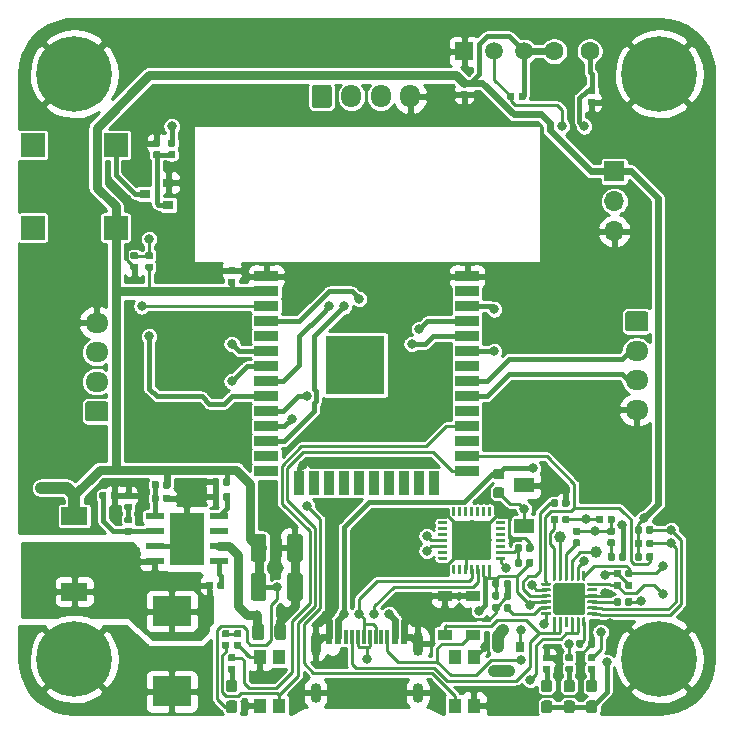
<source format=gbr>
G04 #@! TF.GenerationSoftware,KiCad,Pcbnew,(5.1.4)-1*
G04 #@! TF.CreationDate,2021-03-18T17:14:36+01:00*
G04 #@! TF.ProjectId,ESPCraft,45535043-7261-4667-942e-6b696361645f,rev?*
G04 #@! TF.SameCoordinates,Original*
G04 #@! TF.FileFunction,Copper,L1,Top*
G04 #@! TF.FilePolarity,Positive*
%FSLAX46Y46*%
G04 Gerber Fmt 4.6, Leading zero omitted, Abs format (unit mm)*
G04 Created by KiCad (PCBNEW (5.1.4)-1) date 2021-03-18 17:14:36*
%MOMM*%
%LPD*%
G04 APERTURE LIST*
%ADD10R,5.000000X5.000000*%
%ADD11R,2.000000X0.900000*%
%ADD12R,0.900000X2.000000*%
%ADD13C,0.100000*%
%ADD14C,1.700000*%
%ADD15O,1.700000X1.950000*%
%ADD16O,1.700000X1.700000*%
%ADD17R,1.700000X1.700000*%
%ADD18R,1.100000X1.300000*%
%ADD19C,0.950000*%
%ADD20C,0.800000*%
%ADD21C,6.400000*%
%ADD22O,1.950000X1.700000*%
%ADD23C,3.350000*%
%ADD24C,0.250000*%
%ADD25R,2.000000X2.000000*%
%ADD26C,0.590000*%
%ADD27R,0.900000X0.800000*%
%ADD28C,1.600000*%
%ADD29R,1.700000X1.300000*%
%ADD30O,0.900000X2.000000*%
%ADD31O,0.900000X1.700000*%
%ADD32R,0.300000X1.160000*%
%ADD33R,0.600000X1.160000*%
%ADD34C,0.875000*%
%ADD35C,1.500000*%
%ADD36R,1.500000X1.500000*%
%ADD37C,2.700000*%
%ADD38C,0.975000*%
%ADD39C,1.325000*%
%ADD40R,3.300000X2.500000*%
%ADD41R,2.200000X1.500000*%
%ADD42R,0.800000X0.900000*%
%ADD43C,1.000000*%
%ADD44R,2.600000X3.100000*%
%ADD45R,2.950000X4.500000*%
%ADD46R,1.550000X0.600000*%
%ADD47C,0.600000*%
%ADD48R,1.200000X0.900000*%
%ADD49C,0.250000*%
%ADD50C,0.600000*%
%ADD51C,0.400000*%
%ADD52C,0.800000*%
%ADD53C,1.000000*%
%ADD54C,0.254000*%
G04 APERTURE END LIST*
D10*
X142510000Y-102750000D03*
D11*
X135010000Y-95250000D03*
X135010000Y-96520000D03*
X135010000Y-97790000D03*
X135010000Y-99060000D03*
X135010000Y-100330000D03*
X135010000Y-101600000D03*
X135010000Y-102870000D03*
X135010000Y-104140000D03*
X135010000Y-105410000D03*
X135010000Y-106680000D03*
X135010000Y-107950000D03*
X135010000Y-109220000D03*
X135010000Y-110490000D03*
X135010000Y-111760000D03*
D12*
X137795000Y-112760000D03*
X139065000Y-112760000D03*
X140335000Y-112760000D03*
X141605000Y-112760000D03*
X142875000Y-112760000D03*
X144145000Y-112760000D03*
X145415000Y-112760000D03*
X146685000Y-112760000D03*
X147955000Y-112760000D03*
X149225000Y-112760000D03*
D11*
X152010000Y-111760000D03*
X152010000Y-110490000D03*
X152010000Y-109220000D03*
X152010000Y-107950000D03*
X152010000Y-106680000D03*
X152010000Y-105410000D03*
X152010000Y-104140000D03*
X152010000Y-102870000D03*
X152010000Y-101600000D03*
X152010000Y-100330000D03*
X152010000Y-99060000D03*
X152010000Y-97790000D03*
X152010000Y-96520000D03*
X152010000Y-95250000D03*
D13*
G36*
X140324504Y-79036204D02*
G01*
X140348773Y-79039804D01*
X140372571Y-79045765D01*
X140395671Y-79054030D01*
X140417849Y-79064520D01*
X140438893Y-79077133D01*
X140458598Y-79091747D01*
X140476777Y-79108223D01*
X140493253Y-79126402D01*
X140507867Y-79146107D01*
X140520480Y-79167151D01*
X140530970Y-79189329D01*
X140539235Y-79212429D01*
X140545196Y-79236227D01*
X140548796Y-79260496D01*
X140550000Y-79285000D01*
X140550000Y-80735000D01*
X140548796Y-80759504D01*
X140545196Y-80783773D01*
X140539235Y-80807571D01*
X140530970Y-80830671D01*
X140520480Y-80852849D01*
X140507867Y-80873893D01*
X140493253Y-80893598D01*
X140476777Y-80911777D01*
X140458598Y-80928253D01*
X140438893Y-80942867D01*
X140417849Y-80955480D01*
X140395671Y-80965970D01*
X140372571Y-80974235D01*
X140348773Y-80980196D01*
X140324504Y-80983796D01*
X140300000Y-80985000D01*
X139100000Y-80985000D01*
X139075496Y-80983796D01*
X139051227Y-80980196D01*
X139027429Y-80974235D01*
X139004329Y-80965970D01*
X138982151Y-80955480D01*
X138961107Y-80942867D01*
X138941402Y-80928253D01*
X138923223Y-80911777D01*
X138906747Y-80893598D01*
X138892133Y-80873893D01*
X138879520Y-80852849D01*
X138869030Y-80830671D01*
X138860765Y-80807571D01*
X138854804Y-80783773D01*
X138851204Y-80759504D01*
X138850000Y-80735000D01*
X138850000Y-79285000D01*
X138851204Y-79260496D01*
X138854804Y-79236227D01*
X138860765Y-79212429D01*
X138869030Y-79189329D01*
X138879520Y-79167151D01*
X138892133Y-79146107D01*
X138906747Y-79126402D01*
X138923223Y-79108223D01*
X138941402Y-79091747D01*
X138961107Y-79077133D01*
X138982151Y-79064520D01*
X139004329Y-79054030D01*
X139027429Y-79045765D01*
X139051227Y-79039804D01*
X139075496Y-79036204D01*
X139100000Y-79035000D01*
X140300000Y-79035000D01*
X140324504Y-79036204D01*
X140324504Y-79036204D01*
G37*
D14*
X139700000Y-80010000D03*
D15*
X142200000Y-80010000D03*
X144700000Y-80010000D03*
X147200000Y-80010000D03*
D16*
X164465000Y-91440000D03*
X164465000Y-88900000D03*
D17*
X164465000Y-86360000D03*
D18*
X134455000Y-131590000D03*
X136055000Y-131590000D03*
X134455000Y-127490000D03*
X136055000Y-127490000D03*
X150965000Y-131590000D03*
X152565000Y-131590000D03*
X150965000Y-127490000D03*
X152565000Y-127490000D03*
D13*
G36*
X159010779Y-131161144D02*
G01*
X159033834Y-131164563D01*
X159056443Y-131170227D01*
X159078387Y-131178079D01*
X159099457Y-131188044D01*
X159119448Y-131200026D01*
X159138168Y-131213910D01*
X159155438Y-131229562D01*
X159171090Y-131246832D01*
X159184974Y-131265552D01*
X159196956Y-131285543D01*
X159206921Y-131306613D01*
X159214773Y-131328557D01*
X159220437Y-131351166D01*
X159223856Y-131374221D01*
X159225000Y-131397500D01*
X159225000Y-131972500D01*
X159223856Y-131995779D01*
X159220437Y-132018834D01*
X159214773Y-132041443D01*
X159206921Y-132063387D01*
X159196956Y-132084457D01*
X159184974Y-132104448D01*
X159171090Y-132123168D01*
X159155438Y-132140438D01*
X159138168Y-132156090D01*
X159119448Y-132169974D01*
X159099457Y-132181956D01*
X159078387Y-132191921D01*
X159056443Y-132199773D01*
X159033834Y-132205437D01*
X159010779Y-132208856D01*
X158987500Y-132210000D01*
X158512500Y-132210000D01*
X158489221Y-132208856D01*
X158466166Y-132205437D01*
X158443557Y-132199773D01*
X158421613Y-132191921D01*
X158400543Y-132181956D01*
X158380552Y-132169974D01*
X158361832Y-132156090D01*
X158344562Y-132140438D01*
X158328910Y-132123168D01*
X158315026Y-132104448D01*
X158303044Y-132084457D01*
X158293079Y-132063387D01*
X158285227Y-132041443D01*
X158279563Y-132018834D01*
X158276144Y-131995779D01*
X158275000Y-131972500D01*
X158275000Y-131397500D01*
X158276144Y-131374221D01*
X158279563Y-131351166D01*
X158285227Y-131328557D01*
X158293079Y-131306613D01*
X158303044Y-131285543D01*
X158315026Y-131265552D01*
X158328910Y-131246832D01*
X158344562Y-131229562D01*
X158361832Y-131213910D01*
X158380552Y-131200026D01*
X158400543Y-131188044D01*
X158421613Y-131178079D01*
X158443557Y-131170227D01*
X158466166Y-131164563D01*
X158489221Y-131161144D01*
X158512500Y-131160000D01*
X158987500Y-131160000D01*
X159010779Y-131161144D01*
X159010779Y-131161144D01*
G37*
D19*
X158750000Y-131685000D03*
D13*
G36*
X159010779Y-129411144D02*
G01*
X159033834Y-129414563D01*
X159056443Y-129420227D01*
X159078387Y-129428079D01*
X159099457Y-129438044D01*
X159119448Y-129450026D01*
X159138168Y-129463910D01*
X159155438Y-129479562D01*
X159171090Y-129496832D01*
X159184974Y-129515552D01*
X159196956Y-129535543D01*
X159206921Y-129556613D01*
X159214773Y-129578557D01*
X159220437Y-129601166D01*
X159223856Y-129624221D01*
X159225000Y-129647500D01*
X159225000Y-130222500D01*
X159223856Y-130245779D01*
X159220437Y-130268834D01*
X159214773Y-130291443D01*
X159206921Y-130313387D01*
X159196956Y-130334457D01*
X159184974Y-130354448D01*
X159171090Y-130373168D01*
X159155438Y-130390438D01*
X159138168Y-130406090D01*
X159119448Y-130419974D01*
X159099457Y-130431956D01*
X159078387Y-130441921D01*
X159056443Y-130449773D01*
X159033834Y-130455437D01*
X159010779Y-130458856D01*
X158987500Y-130460000D01*
X158512500Y-130460000D01*
X158489221Y-130458856D01*
X158466166Y-130455437D01*
X158443557Y-130449773D01*
X158421613Y-130441921D01*
X158400543Y-130431956D01*
X158380552Y-130419974D01*
X158361832Y-130406090D01*
X158344562Y-130390438D01*
X158328910Y-130373168D01*
X158315026Y-130354448D01*
X158303044Y-130334457D01*
X158293079Y-130313387D01*
X158285227Y-130291443D01*
X158279563Y-130268834D01*
X158276144Y-130245779D01*
X158275000Y-130222500D01*
X158275000Y-129647500D01*
X158276144Y-129624221D01*
X158279563Y-129601166D01*
X158285227Y-129578557D01*
X158293079Y-129556613D01*
X158303044Y-129535543D01*
X158315026Y-129515552D01*
X158328910Y-129496832D01*
X158344562Y-129479562D01*
X158361832Y-129463910D01*
X158380552Y-129450026D01*
X158400543Y-129438044D01*
X158421613Y-129428079D01*
X158443557Y-129420227D01*
X158466166Y-129414563D01*
X158489221Y-129411144D01*
X158512500Y-129410000D01*
X158987500Y-129410000D01*
X159010779Y-129411144D01*
X159010779Y-129411144D01*
G37*
D19*
X158750000Y-129935000D03*
D13*
G36*
X160915779Y-129411144D02*
G01*
X160938834Y-129414563D01*
X160961443Y-129420227D01*
X160983387Y-129428079D01*
X161004457Y-129438044D01*
X161024448Y-129450026D01*
X161043168Y-129463910D01*
X161060438Y-129479562D01*
X161076090Y-129496832D01*
X161089974Y-129515552D01*
X161101956Y-129535543D01*
X161111921Y-129556613D01*
X161119773Y-129578557D01*
X161125437Y-129601166D01*
X161128856Y-129624221D01*
X161130000Y-129647500D01*
X161130000Y-130222500D01*
X161128856Y-130245779D01*
X161125437Y-130268834D01*
X161119773Y-130291443D01*
X161111921Y-130313387D01*
X161101956Y-130334457D01*
X161089974Y-130354448D01*
X161076090Y-130373168D01*
X161060438Y-130390438D01*
X161043168Y-130406090D01*
X161024448Y-130419974D01*
X161004457Y-130431956D01*
X160983387Y-130441921D01*
X160961443Y-130449773D01*
X160938834Y-130455437D01*
X160915779Y-130458856D01*
X160892500Y-130460000D01*
X160417500Y-130460000D01*
X160394221Y-130458856D01*
X160371166Y-130455437D01*
X160348557Y-130449773D01*
X160326613Y-130441921D01*
X160305543Y-130431956D01*
X160285552Y-130419974D01*
X160266832Y-130406090D01*
X160249562Y-130390438D01*
X160233910Y-130373168D01*
X160220026Y-130354448D01*
X160208044Y-130334457D01*
X160198079Y-130313387D01*
X160190227Y-130291443D01*
X160184563Y-130268834D01*
X160181144Y-130245779D01*
X160180000Y-130222500D01*
X160180000Y-129647500D01*
X160181144Y-129624221D01*
X160184563Y-129601166D01*
X160190227Y-129578557D01*
X160198079Y-129556613D01*
X160208044Y-129535543D01*
X160220026Y-129515552D01*
X160233910Y-129496832D01*
X160249562Y-129479562D01*
X160266832Y-129463910D01*
X160285552Y-129450026D01*
X160305543Y-129438044D01*
X160326613Y-129428079D01*
X160348557Y-129420227D01*
X160371166Y-129414563D01*
X160394221Y-129411144D01*
X160417500Y-129410000D01*
X160892500Y-129410000D01*
X160915779Y-129411144D01*
X160915779Y-129411144D01*
G37*
D19*
X160655000Y-129935000D03*
D13*
G36*
X160915779Y-131161144D02*
G01*
X160938834Y-131164563D01*
X160961443Y-131170227D01*
X160983387Y-131178079D01*
X161004457Y-131188044D01*
X161024448Y-131200026D01*
X161043168Y-131213910D01*
X161060438Y-131229562D01*
X161076090Y-131246832D01*
X161089974Y-131265552D01*
X161101956Y-131285543D01*
X161111921Y-131306613D01*
X161119773Y-131328557D01*
X161125437Y-131351166D01*
X161128856Y-131374221D01*
X161130000Y-131397500D01*
X161130000Y-131972500D01*
X161128856Y-131995779D01*
X161125437Y-132018834D01*
X161119773Y-132041443D01*
X161111921Y-132063387D01*
X161101956Y-132084457D01*
X161089974Y-132104448D01*
X161076090Y-132123168D01*
X161060438Y-132140438D01*
X161043168Y-132156090D01*
X161024448Y-132169974D01*
X161004457Y-132181956D01*
X160983387Y-132191921D01*
X160961443Y-132199773D01*
X160938834Y-132205437D01*
X160915779Y-132208856D01*
X160892500Y-132210000D01*
X160417500Y-132210000D01*
X160394221Y-132208856D01*
X160371166Y-132205437D01*
X160348557Y-132199773D01*
X160326613Y-132191921D01*
X160305543Y-132181956D01*
X160285552Y-132169974D01*
X160266832Y-132156090D01*
X160249562Y-132140438D01*
X160233910Y-132123168D01*
X160220026Y-132104448D01*
X160208044Y-132084457D01*
X160198079Y-132063387D01*
X160190227Y-132041443D01*
X160184563Y-132018834D01*
X160181144Y-131995779D01*
X160180000Y-131972500D01*
X160180000Y-131397500D01*
X160181144Y-131374221D01*
X160184563Y-131351166D01*
X160190227Y-131328557D01*
X160198079Y-131306613D01*
X160208044Y-131285543D01*
X160220026Y-131265552D01*
X160233910Y-131246832D01*
X160249562Y-131229562D01*
X160266832Y-131213910D01*
X160285552Y-131200026D01*
X160305543Y-131188044D01*
X160326613Y-131178079D01*
X160348557Y-131170227D01*
X160371166Y-131164563D01*
X160394221Y-131161144D01*
X160417500Y-131160000D01*
X160892500Y-131160000D01*
X160915779Y-131161144D01*
X160915779Y-131161144D01*
G37*
D19*
X160655000Y-131685000D03*
D13*
G36*
X162820779Y-129411144D02*
G01*
X162843834Y-129414563D01*
X162866443Y-129420227D01*
X162888387Y-129428079D01*
X162909457Y-129438044D01*
X162929448Y-129450026D01*
X162948168Y-129463910D01*
X162965438Y-129479562D01*
X162981090Y-129496832D01*
X162994974Y-129515552D01*
X163006956Y-129535543D01*
X163016921Y-129556613D01*
X163024773Y-129578557D01*
X163030437Y-129601166D01*
X163033856Y-129624221D01*
X163035000Y-129647500D01*
X163035000Y-130222500D01*
X163033856Y-130245779D01*
X163030437Y-130268834D01*
X163024773Y-130291443D01*
X163016921Y-130313387D01*
X163006956Y-130334457D01*
X162994974Y-130354448D01*
X162981090Y-130373168D01*
X162965438Y-130390438D01*
X162948168Y-130406090D01*
X162929448Y-130419974D01*
X162909457Y-130431956D01*
X162888387Y-130441921D01*
X162866443Y-130449773D01*
X162843834Y-130455437D01*
X162820779Y-130458856D01*
X162797500Y-130460000D01*
X162322500Y-130460000D01*
X162299221Y-130458856D01*
X162276166Y-130455437D01*
X162253557Y-130449773D01*
X162231613Y-130441921D01*
X162210543Y-130431956D01*
X162190552Y-130419974D01*
X162171832Y-130406090D01*
X162154562Y-130390438D01*
X162138910Y-130373168D01*
X162125026Y-130354448D01*
X162113044Y-130334457D01*
X162103079Y-130313387D01*
X162095227Y-130291443D01*
X162089563Y-130268834D01*
X162086144Y-130245779D01*
X162085000Y-130222500D01*
X162085000Y-129647500D01*
X162086144Y-129624221D01*
X162089563Y-129601166D01*
X162095227Y-129578557D01*
X162103079Y-129556613D01*
X162113044Y-129535543D01*
X162125026Y-129515552D01*
X162138910Y-129496832D01*
X162154562Y-129479562D01*
X162171832Y-129463910D01*
X162190552Y-129450026D01*
X162210543Y-129438044D01*
X162231613Y-129428079D01*
X162253557Y-129420227D01*
X162276166Y-129414563D01*
X162299221Y-129411144D01*
X162322500Y-129410000D01*
X162797500Y-129410000D01*
X162820779Y-129411144D01*
X162820779Y-129411144D01*
G37*
D19*
X162560000Y-129935000D03*
D13*
G36*
X162820779Y-131161144D02*
G01*
X162843834Y-131164563D01*
X162866443Y-131170227D01*
X162888387Y-131178079D01*
X162909457Y-131188044D01*
X162929448Y-131200026D01*
X162948168Y-131213910D01*
X162965438Y-131229562D01*
X162981090Y-131246832D01*
X162994974Y-131265552D01*
X163006956Y-131285543D01*
X163016921Y-131306613D01*
X163024773Y-131328557D01*
X163030437Y-131351166D01*
X163033856Y-131374221D01*
X163035000Y-131397500D01*
X163035000Y-131972500D01*
X163033856Y-131995779D01*
X163030437Y-132018834D01*
X163024773Y-132041443D01*
X163016921Y-132063387D01*
X163006956Y-132084457D01*
X162994974Y-132104448D01*
X162981090Y-132123168D01*
X162965438Y-132140438D01*
X162948168Y-132156090D01*
X162929448Y-132169974D01*
X162909457Y-132181956D01*
X162888387Y-132191921D01*
X162866443Y-132199773D01*
X162843834Y-132205437D01*
X162820779Y-132208856D01*
X162797500Y-132210000D01*
X162322500Y-132210000D01*
X162299221Y-132208856D01*
X162276166Y-132205437D01*
X162253557Y-132199773D01*
X162231613Y-132191921D01*
X162210543Y-132181956D01*
X162190552Y-132169974D01*
X162171832Y-132156090D01*
X162154562Y-132140438D01*
X162138910Y-132123168D01*
X162125026Y-132104448D01*
X162113044Y-132084457D01*
X162103079Y-132063387D01*
X162095227Y-132041443D01*
X162089563Y-132018834D01*
X162086144Y-131995779D01*
X162085000Y-131972500D01*
X162085000Y-131397500D01*
X162086144Y-131374221D01*
X162089563Y-131351166D01*
X162095227Y-131328557D01*
X162103079Y-131306613D01*
X162113044Y-131285543D01*
X162125026Y-131265552D01*
X162138910Y-131246832D01*
X162154562Y-131229562D01*
X162171832Y-131213910D01*
X162190552Y-131200026D01*
X162210543Y-131188044D01*
X162231613Y-131178079D01*
X162253557Y-131170227D01*
X162276166Y-131164563D01*
X162299221Y-131161144D01*
X162322500Y-131160000D01*
X162797500Y-131160000D01*
X162820779Y-131161144D01*
X162820779Y-131161144D01*
G37*
D19*
X162560000Y-131685000D03*
D13*
G36*
X132340779Y-131161144D02*
G01*
X132363834Y-131164563D01*
X132386443Y-131170227D01*
X132408387Y-131178079D01*
X132429457Y-131188044D01*
X132449448Y-131200026D01*
X132468168Y-131213910D01*
X132485438Y-131229562D01*
X132501090Y-131246832D01*
X132514974Y-131265552D01*
X132526956Y-131285543D01*
X132536921Y-131306613D01*
X132544773Y-131328557D01*
X132550437Y-131351166D01*
X132553856Y-131374221D01*
X132555000Y-131397500D01*
X132555000Y-131972500D01*
X132553856Y-131995779D01*
X132550437Y-132018834D01*
X132544773Y-132041443D01*
X132536921Y-132063387D01*
X132526956Y-132084457D01*
X132514974Y-132104448D01*
X132501090Y-132123168D01*
X132485438Y-132140438D01*
X132468168Y-132156090D01*
X132449448Y-132169974D01*
X132429457Y-132181956D01*
X132408387Y-132191921D01*
X132386443Y-132199773D01*
X132363834Y-132205437D01*
X132340779Y-132208856D01*
X132317500Y-132210000D01*
X131842500Y-132210000D01*
X131819221Y-132208856D01*
X131796166Y-132205437D01*
X131773557Y-132199773D01*
X131751613Y-132191921D01*
X131730543Y-132181956D01*
X131710552Y-132169974D01*
X131691832Y-132156090D01*
X131674562Y-132140438D01*
X131658910Y-132123168D01*
X131645026Y-132104448D01*
X131633044Y-132084457D01*
X131623079Y-132063387D01*
X131615227Y-132041443D01*
X131609563Y-132018834D01*
X131606144Y-131995779D01*
X131605000Y-131972500D01*
X131605000Y-131397500D01*
X131606144Y-131374221D01*
X131609563Y-131351166D01*
X131615227Y-131328557D01*
X131623079Y-131306613D01*
X131633044Y-131285543D01*
X131645026Y-131265552D01*
X131658910Y-131246832D01*
X131674562Y-131229562D01*
X131691832Y-131213910D01*
X131710552Y-131200026D01*
X131730543Y-131188044D01*
X131751613Y-131178079D01*
X131773557Y-131170227D01*
X131796166Y-131164563D01*
X131819221Y-131161144D01*
X131842500Y-131160000D01*
X132317500Y-131160000D01*
X132340779Y-131161144D01*
X132340779Y-131161144D01*
G37*
D19*
X132080000Y-131685000D03*
D13*
G36*
X132340779Y-129411144D02*
G01*
X132363834Y-129414563D01*
X132386443Y-129420227D01*
X132408387Y-129428079D01*
X132429457Y-129438044D01*
X132449448Y-129450026D01*
X132468168Y-129463910D01*
X132485438Y-129479562D01*
X132501090Y-129496832D01*
X132514974Y-129515552D01*
X132526956Y-129535543D01*
X132536921Y-129556613D01*
X132544773Y-129578557D01*
X132550437Y-129601166D01*
X132553856Y-129624221D01*
X132555000Y-129647500D01*
X132555000Y-130222500D01*
X132553856Y-130245779D01*
X132550437Y-130268834D01*
X132544773Y-130291443D01*
X132536921Y-130313387D01*
X132526956Y-130334457D01*
X132514974Y-130354448D01*
X132501090Y-130373168D01*
X132485438Y-130390438D01*
X132468168Y-130406090D01*
X132449448Y-130419974D01*
X132429457Y-130431956D01*
X132408387Y-130441921D01*
X132386443Y-130449773D01*
X132363834Y-130455437D01*
X132340779Y-130458856D01*
X132317500Y-130460000D01*
X131842500Y-130460000D01*
X131819221Y-130458856D01*
X131796166Y-130455437D01*
X131773557Y-130449773D01*
X131751613Y-130441921D01*
X131730543Y-130431956D01*
X131710552Y-130419974D01*
X131691832Y-130406090D01*
X131674562Y-130390438D01*
X131658910Y-130373168D01*
X131645026Y-130354448D01*
X131633044Y-130334457D01*
X131623079Y-130313387D01*
X131615227Y-130291443D01*
X131609563Y-130268834D01*
X131606144Y-130245779D01*
X131605000Y-130222500D01*
X131605000Y-129647500D01*
X131606144Y-129624221D01*
X131609563Y-129601166D01*
X131615227Y-129578557D01*
X131623079Y-129556613D01*
X131633044Y-129535543D01*
X131645026Y-129515552D01*
X131658910Y-129496832D01*
X131674562Y-129479562D01*
X131691832Y-129463910D01*
X131710552Y-129450026D01*
X131730543Y-129438044D01*
X131751613Y-129428079D01*
X131773557Y-129420227D01*
X131796166Y-129414563D01*
X131819221Y-129411144D01*
X131842500Y-129410000D01*
X132317500Y-129410000D01*
X132340779Y-129411144D01*
X132340779Y-129411144D01*
G37*
D19*
X132080000Y-129935000D03*
D20*
X120442056Y-76407944D03*
X118745000Y-75705000D03*
X117047944Y-76407944D03*
X116345000Y-78105000D03*
X117047944Y-79802056D03*
X118745000Y-80505000D03*
X120442056Y-79802056D03*
X121145000Y-78105000D03*
D21*
X118745000Y-78105000D03*
X168275000Y-78105000D03*
D20*
X170675000Y-78105000D03*
X169972056Y-79802056D03*
X168275000Y-80505000D03*
X166577944Y-79802056D03*
X165875000Y-78105000D03*
X166577944Y-76407944D03*
X168275000Y-75705000D03*
X169972056Y-76407944D03*
X169972056Y-125937944D03*
X168275000Y-125235000D03*
X166577944Y-125937944D03*
X165875000Y-127635000D03*
X166577944Y-129332056D03*
X168275000Y-130035000D03*
X169972056Y-129332056D03*
X170675000Y-127635000D03*
D21*
X168275000Y-127635000D03*
X118745000Y-127635000D03*
D20*
X121145000Y-127635000D03*
X120442056Y-129332056D03*
X118745000Y-130035000D03*
X117047944Y-129332056D03*
X116345000Y-127635000D03*
X117047944Y-125937944D03*
X118745000Y-125235000D03*
X120442056Y-125937944D03*
D13*
G36*
X167119504Y-98211204D02*
G01*
X167143773Y-98214804D01*
X167167571Y-98220765D01*
X167190671Y-98229030D01*
X167212849Y-98239520D01*
X167233893Y-98252133D01*
X167253598Y-98266747D01*
X167271777Y-98283223D01*
X167288253Y-98301402D01*
X167302867Y-98321107D01*
X167315480Y-98342151D01*
X167325970Y-98364329D01*
X167334235Y-98387429D01*
X167340196Y-98411227D01*
X167343796Y-98435496D01*
X167345000Y-98460000D01*
X167345000Y-99660000D01*
X167343796Y-99684504D01*
X167340196Y-99708773D01*
X167334235Y-99732571D01*
X167325970Y-99755671D01*
X167315480Y-99777849D01*
X167302867Y-99798893D01*
X167288253Y-99818598D01*
X167271777Y-99836777D01*
X167253598Y-99853253D01*
X167233893Y-99867867D01*
X167212849Y-99880480D01*
X167190671Y-99890970D01*
X167167571Y-99899235D01*
X167143773Y-99905196D01*
X167119504Y-99908796D01*
X167095000Y-99910000D01*
X165645000Y-99910000D01*
X165620496Y-99908796D01*
X165596227Y-99905196D01*
X165572429Y-99899235D01*
X165549329Y-99890970D01*
X165527151Y-99880480D01*
X165506107Y-99867867D01*
X165486402Y-99853253D01*
X165468223Y-99836777D01*
X165451747Y-99818598D01*
X165437133Y-99798893D01*
X165424520Y-99777849D01*
X165414030Y-99755671D01*
X165405765Y-99732571D01*
X165399804Y-99708773D01*
X165396204Y-99684504D01*
X165395000Y-99660000D01*
X165395000Y-98460000D01*
X165396204Y-98435496D01*
X165399804Y-98411227D01*
X165405765Y-98387429D01*
X165414030Y-98364329D01*
X165424520Y-98342151D01*
X165437133Y-98321107D01*
X165451747Y-98301402D01*
X165468223Y-98283223D01*
X165486402Y-98266747D01*
X165506107Y-98252133D01*
X165527151Y-98239520D01*
X165549329Y-98229030D01*
X165572429Y-98220765D01*
X165596227Y-98214804D01*
X165620496Y-98211204D01*
X165645000Y-98210000D01*
X167095000Y-98210000D01*
X167119504Y-98211204D01*
X167119504Y-98211204D01*
G37*
D14*
X166370000Y-99060000D03*
D22*
X166370000Y-101560000D03*
X166370000Y-104060000D03*
X166370000Y-106560000D03*
X120650000Y-99180000D03*
X120650000Y-101680000D03*
X120650000Y-104180000D03*
D13*
G36*
X121399504Y-105831204D02*
G01*
X121423773Y-105834804D01*
X121447571Y-105840765D01*
X121470671Y-105849030D01*
X121492849Y-105859520D01*
X121513893Y-105872133D01*
X121533598Y-105886747D01*
X121551777Y-105903223D01*
X121568253Y-105921402D01*
X121582867Y-105941107D01*
X121595480Y-105962151D01*
X121605970Y-105984329D01*
X121614235Y-106007429D01*
X121620196Y-106031227D01*
X121623796Y-106055496D01*
X121625000Y-106080000D01*
X121625000Y-107280000D01*
X121623796Y-107304504D01*
X121620196Y-107328773D01*
X121614235Y-107352571D01*
X121605970Y-107375671D01*
X121595480Y-107397849D01*
X121582867Y-107418893D01*
X121568253Y-107438598D01*
X121551777Y-107456777D01*
X121533598Y-107473253D01*
X121513893Y-107487867D01*
X121492849Y-107500480D01*
X121470671Y-107510970D01*
X121447571Y-107519235D01*
X121423773Y-107525196D01*
X121399504Y-107528796D01*
X121375000Y-107530000D01*
X119925000Y-107530000D01*
X119900496Y-107528796D01*
X119876227Y-107525196D01*
X119852429Y-107519235D01*
X119829329Y-107510970D01*
X119807151Y-107500480D01*
X119786107Y-107487867D01*
X119766402Y-107473253D01*
X119748223Y-107456777D01*
X119731747Y-107438598D01*
X119717133Y-107418893D01*
X119704520Y-107397849D01*
X119694030Y-107375671D01*
X119685765Y-107352571D01*
X119679804Y-107328773D01*
X119676204Y-107304504D01*
X119675000Y-107280000D01*
X119675000Y-106080000D01*
X119676204Y-106055496D01*
X119679804Y-106031227D01*
X119685765Y-106007429D01*
X119694030Y-105984329D01*
X119704520Y-105962151D01*
X119717133Y-105941107D01*
X119731747Y-105921402D01*
X119748223Y-105903223D01*
X119766402Y-105886747D01*
X119786107Y-105872133D01*
X119807151Y-105859520D01*
X119829329Y-105849030D01*
X119852429Y-105840765D01*
X119876227Y-105834804D01*
X119900496Y-105831204D01*
X119925000Y-105830000D01*
X121375000Y-105830000D01*
X121399504Y-105831204D01*
X121399504Y-105831204D01*
G37*
D14*
X120650000Y-106680000D03*
D13*
G36*
X153849504Y-115928204D02*
G01*
X153873773Y-115931804D01*
X153897571Y-115937765D01*
X153920671Y-115946030D01*
X153942849Y-115956520D01*
X153963893Y-115969133D01*
X153983598Y-115983747D01*
X154001777Y-116000223D01*
X154018253Y-116018402D01*
X154032867Y-116038107D01*
X154045480Y-116059151D01*
X154055970Y-116081329D01*
X154064235Y-116104429D01*
X154070196Y-116128227D01*
X154073796Y-116152496D01*
X154075000Y-116177000D01*
X154075000Y-119027000D01*
X154073796Y-119051504D01*
X154070196Y-119075773D01*
X154064235Y-119099571D01*
X154055970Y-119122671D01*
X154045480Y-119144849D01*
X154032867Y-119165893D01*
X154018253Y-119185598D01*
X154001777Y-119203777D01*
X153983598Y-119220253D01*
X153963893Y-119234867D01*
X153942849Y-119247480D01*
X153920671Y-119257970D01*
X153897571Y-119266235D01*
X153873773Y-119272196D01*
X153849504Y-119275796D01*
X153825000Y-119277000D01*
X150975000Y-119277000D01*
X150950496Y-119275796D01*
X150926227Y-119272196D01*
X150902429Y-119266235D01*
X150879329Y-119257970D01*
X150857151Y-119247480D01*
X150836107Y-119234867D01*
X150816402Y-119220253D01*
X150798223Y-119203777D01*
X150781747Y-119185598D01*
X150767133Y-119165893D01*
X150754520Y-119144849D01*
X150744030Y-119122671D01*
X150735765Y-119099571D01*
X150729804Y-119075773D01*
X150726204Y-119051504D01*
X150725000Y-119027000D01*
X150725000Y-116177000D01*
X150726204Y-116152496D01*
X150729804Y-116128227D01*
X150735765Y-116104429D01*
X150744030Y-116081329D01*
X150754520Y-116059151D01*
X150767133Y-116038107D01*
X150781747Y-116018402D01*
X150798223Y-116000223D01*
X150816402Y-115983747D01*
X150836107Y-115969133D01*
X150857151Y-115956520D01*
X150879329Y-115946030D01*
X150902429Y-115937765D01*
X150926227Y-115931804D01*
X150950496Y-115928204D01*
X150975000Y-115927000D01*
X153825000Y-115927000D01*
X153849504Y-115928204D01*
X153849504Y-115928204D01*
G37*
D23*
X152400000Y-117602000D03*
D13*
G36*
X150968626Y-119652301D02*
G01*
X150974693Y-119653201D01*
X150980643Y-119654691D01*
X150986418Y-119656758D01*
X150991962Y-119659380D01*
X150997223Y-119662533D01*
X151002150Y-119666187D01*
X151006694Y-119670306D01*
X151010813Y-119674850D01*
X151014467Y-119679777D01*
X151017620Y-119685038D01*
X151020242Y-119690582D01*
X151022309Y-119696357D01*
X151023799Y-119702307D01*
X151024699Y-119708374D01*
X151025000Y-119714500D01*
X151025000Y-120389500D01*
X151024699Y-120395626D01*
X151023799Y-120401693D01*
X151022309Y-120407643D01*
X151020242Y-120413418D01*
X151017620Y-120418962D01*
X151014467Y-120424223D01*
X151010813Y-120429150D01*
X151006694Y-120433694D01*
X151002150Y-120437813D01*
X150997223Y-120441467D01*
X150991962Y-120444620D01*
X150986418Y-120447242D01*
X150980643Y-120449309D01*
X150974693Y-120450799D01*
X150968626Y-120451699D01*
X150962500Y-120452000D01*
X150837500Y-120452000D01*
X150831374Y-120451699D01*
X150825307Y-120450799D01*
X150819357Y-120449309D01*
X150813582Y-120447242D01*
X150808038Y-120444620D01*
X150802777Y-120441467D01*
X150797850Y-120437813D01*
X150793306Y-120433694D01*
X150789187Y-120429150D01*
X150785533Y-120424223D01*
X150782380Y-120418962D01*
X150779758Y-120413418D01*
X150777691Y-120407643D01*
X150776201Y-120401693D01*
X150775301Y-120395626D01*
X150775000Y-120389500D01*
X150775000Y-119714500D01*
X150775301Y-119708374D01*
X150776201Y-119702307D01*
X150777691Y-119696357D01*
X150779758Y-119690582D01*
X150782380Y-119685038D01*
X150785533Y-119679777D01*
X150789187Y-119674850D01*
X150793306Y-119670306D01*
X150797850Y-119666187D01*
X150802777Y-119662533D01*
X150808038Y-119659380D01*
X150813582Y-119656758D01*
X150819357Y-119654691D01*
X150825307Y-119653201D01*
X150831374Y-119652301D01*
X150837500Y-119652000D01*
X150962500Y-119652000D01*
X150968626Y-119652301D01*
X150968626Y-119652301D01*
G37*
D24*
X150900000Y-120052000D03*
D13*
G36*
X151468626Y-119652301D02*
G01*
X151474693Y-119653201D01*
X151480643Y-119654691D01*
X151486418Y-119656758D01*
X151491962Y-119659380D01*
X151497223Y-119662533D01*
X151502150Y-119666187D01*
X151506694Y-119670306D01*
X151510813Y-119674850D01*
X151514467Y-119679777D01*
X151517620Y-119685038D01*
X151520242Y-119690582D01*
X151522309Y-119696357D01*
X151523799Y-119702307D01*
X151524699Y-119708374D01*
X151525000Y-119714500D01*
X151525000Y-120389500D01*
X151524699Y-120395626D01*
X151523799Y-120401693D01*
X151522309Y-120407643D01*
X151520242Y-120413418D01*
X151517620Y-120418962D01*
X151514467Y-120424223D01*
X151510813Y-120429150D01*
X151506694Y-120433694D01*
X151502150Y-120437813D01*
X151497223Y-120441467D01*
X151491962Y-120444620D01*
X151486418Y-120447242D01*
X151480643Y-120449309D01*
X151474693Y-120450799D01*
X151468626Y-120451699D01*
X151462500Y-120452000D01*
X151337500Y-120452000D01*
X151331374Y-120451699D01*
X151325307Y-120450799D01*
X151319357Y-120449309D01*
X151313582Y-120447242D01*
X151308038Y-120444620D01*
X151302777Y-120441467D01*
X151297850Y-120437813D01*
X151293306Y-120433694D01*
X151289187Y-120429150D01*
X151285533Y-120424223D01*
X151282380Y-120418962D01*
X151279758Y-120413418D01*
X151277691Y-120407643D01*
X151276201Y-120401693D01*
X151275301Y-120395626D01*
X151275000Y-120389500D01*
X151275000Y-119714500D01*
X151275301Y-119708374D01*
X151276201Y-119702307D01*
X151277691Y-119696357D01*
X151279758Y-119690582D01*
X151282380Y-119685038D01*
X151285533Y-119679777D01*
X151289187Y-119674850D01*
X151293306Y-119670306D01*
X151297850Y-119666187D01*
X151302777Y-119662533D01*
X151308038Y-119659380D01*
X151313582Y-119656758D01*
X151319357Y-119654691D01*
X151325307Y-119653201D01*
X151331374Y-119652301D01*
X151337500Y-119652000D01*
X151462500Y-119652000D01*
X151468626Y-119652301D01*
X151468626Y-119652301D01*
G37*
D24*
X151400000Y-120052000D03*
D13*
G36*
X151968626Y-119652301D02*
G01*
X151974693Y-119653201D01*
X151980643Y-119654691D01*
X151986418Y-119656758D01*
X151991962Y-119659380D01*
X151997223Y-119662533D01*
X152002150Y-119666187D01*
X152006694Y-119670306D01*
X152010813Y-119674850D01*
X152014467Y-119679777D01*
X152017620Y-119685038D01*
X152020242Y-119690582D01*
X152022309Y-119696357D01*
X152023799Y-119702307D01*
X152024699Y-119708374D01*
X152025000Y-119714500D01*
X152025000Y-120389500D01*
X152024699Y-120395626D01*
X152023799Y-120401693D01*
X152022309Y-120407643D01*
X152020242Y-120413418D01*
X152017620Y-120418962D01*
X152014467Y-120424223D01*
X152010813Y-120429150D01*
X152006694Y-120433694D01*
X152002150Y-120437813D01*
X151997223Y-120441467D01*
X151991962Y-120444620D01*
X151986418Y-120447242D01*
X151980643Y-120449309D01*
X151974693Y-120450799D01*
X151968626Y-120451699D01*
X151962500Y-120452000D01*
X151837500Y-120452000D01*
X151831374Y-120451699D01*
X151825307Y-120450799D01*
X151819357Y-120449309D01*
X151813582Y-120447242D01*
X151808038Y-120444620D01*
X151802777Y-120441467D01*
X151797850Y-120437813D01*
X151793306Y-120433694D01*
X151789187Y-120429150D01*
X151785533Y-120424223D01*
X151782380Y-120418962D01*
X151779758Y-120413418D01*
X151777691Y-120407643D01*
X151776201Y-120401693D01*
X151775301Y-120395626D01*
X151775000Y-120389500D01*
X151775000Y-119714500D01*
X151775301Y-119708374D01*
X151776201Y-119702307D01*
X151777691Y-119696357D01*
X151779758Y-119690582D01*
X151782380Y-119685038D01*
X151785533Y-119679777D01*
X151789187Y-119674850D01*
X151793306Y-119670306D01*
X151797850Y-119666187D01*
X151802777Y-119662533D01*
X151808038Y-119659380D01*
X151813582Y-119656758D01*
X151819357Y-119654691D01*
X151825307Y-119653201D01*
X151831374Y-119652301D01*
X151837500Y-119652000D01*
X151962500Y-119652000D01*
X151968626Y-119652301D01*
X151968626Y-119652301D01*
G37*
D24*
X151900000Y-120052000D03*
D13*
G36*
X152468626Y-119652301D02*
G01*
X152474693Y-119653201D01*
X152480643Y-119654691D01*
X152486418Y-119656758D01*
X152491962Y-119659380D01*
X152497223Y-119662533D01*
X152502150Y-119666187D01*
X152506694Y-119670306D01*
X152510813Y-119674850D01*
X152514467Y-119679777D01*
X152517620Y-119685038D01*
X152520242Y-119690582D01*
X152522309Y-119696357D01*
X152523799Y-119702307D01*
X152524699Y-119708374D01*
X152525000Y-119714500D01*
X152525000Y-120389500D01*
X152524699Y-120395626D01*
X152523799Y-120401693D01*
X152522309Y-120407643D01*
X152520242Y-120413418D01*
X152517620Y-120418962D01*
X152514467Y-120424223D01*
X152510813Y-120429150D01*
X152506694Y-120433694D01*
X152502150Y-120437813D01*
X152497223Y-120441467D01*
X152491962Y-120444620D01*
X152486418Y-120447242D01*
X152480643Y-120449309D01*
X152474693Y-120450799D01*
X152468626Y-120451699D01*
X152462500Y-120452000D01*
X152337500Y-120452000D01*
X152331374Y-120451699D01*
X152325307Y-120450799D01*
X152319357Y-120449309D01*
X152313582Y-120447242D01*
X152308038Y-120444620D01*
X152302777Y-120441467D01*
X152297850Y-120437813D01*
X152293306Y-120433694D01*
X152289187Y-120429150D01*
X152285533Y-120424223D01*
X152282380Y-120418962D01*
X152279758Y-120413418D01*
X152277691Y-120407643D01*
X152276201Y-120401693D01*
X152275301Y-120395626D01*
X152275000Y-120389500D01*
X152275000Y-119714500D01*
X152275301Y-119708374D01*
X152276201Y-119702307D01*
X152277691Y-119696357D01*
X152279758Y-119690582D01*
X152282380Y-119685038D01*
X152285533Y-119679777D01*
X152289187Y-119674850D01*
X152293306Y-119670306D01*
X152297850Y-119666187D01*
X152302777Y-119662533D01*
X152308038Y-119659380D01*
X152313582Y-119656758D01*
X152319357Y-119654691D01*
X152325307Y-119653201D01*
X152331374Y-119652301D01*
X152337500Y-119652000D01*
X152462500Y-119652000D01*
X152468626Y-119652301D01*
X152468626Y-119652301D01*
G37*
D24*
X152400000Y-120052000D03*
D13*
G36*
X152968626Y-119652301D02*
G01*
X152974693Y-119653201D01*
X152980643Y-119654691D01*
X152986418Y-119656758D01*
X152991962Y-119659380D01*
X152997223Y-119662533D01*
X153002150Y-119666187D01*
X153006694Y-119670306D01*
X153010813Y-119674850D01*
X153014467Y-119679777D01*
X153017620Y-119685038D01*
X153020242Y-119690582D01*
X153022309Y-119696357D01*
X153023799Y-119702307D01*
X153024699Y-119708374D01*
X153025000Y-119714500D01*
X153025000Y-120389500D01*
X153024699Y-120395626D01*
X153023799Y-120401693D01*
X153022309Y-120407643D01*
X153020242Y-120413418D01*
X153017620Y-120418962D01*
X153014467Y-120424223D01*
X153010813Y-120429150D01*
X153006694Y-120433694D01*
X153002150Y-120437813D01*
X152997223Y-120441467D01*
X152991962Y-120444620D01*
X152986418Y-120447242D01*
X152980643Y-120449309D01*
X152974693Y-120450799D01*
X152968626Y-120451699D01*
X152962500Y-120452000D01*
X152837500Y-120452000D01*
X152831374Y-120451699D01*
X152825307Y-120450799D01*
X152819357Y-120449309D01*
X152813582Y-120447242D01*
X152808038Y-120444620D01*
X152802777Y-120441467D01*
X152797850Y-120437813D01*
X152793306Y-120433694D01*
X152789187Y-120429150D01*
X152785533Y-120424223D01*
X152782380Y-120418962D01*
X152779758Y-120413418D01*
X152777691Y-120407643D01*
X152776201Y-120401693D01*
X152775301Y-120395626D01*
X152775000Y-120389500D01*
X152775000Y-119714500D01*
X152775301Y-119708374D01*
X152776201Y-119702307D01*
X152777691Y-119696357D01*
X152779758Y-119690582D01*
X152782380Y-119685038D01*
X152785533Y-119679777D01*
X152789187Y-119674850D01*
X152793306Y-119670306D01*
X152797850Y-119666187D01*
X152802777Y-119662533D01*
X152808038Y-119659380D01*
X152813582Y-119656758D01*
X152819357Y-119654691D01*
X152825307Y-119653201D01*
X152831374Y-119652301D01*
X152837500Y-119652000D01*
X152962500Y-119652000D01*
X152968626Y-119652301D01*
X152968626Y-119652301D01*
G37*
D24*
X152900000Y-120052000D03*
D13*
G36*
X153468626Y-119652301D02*
G01*
X153474693Y-119653201D01*
X153480643Y-119654691D01*
X153486418Y-119656758D01*
X153491962Y-119659380D01*
X153497223Y-119662533D01*
X153502150Y-119666187D01*
X153506694Y-119670306D01*
X153510813Y-119674850D01*
X153514467Y-119679777D01*
X153517620Y-119685038D01*
X153520242Y-119690582D01*
X153522309Y-119696357D01*
X153523799Y-119702307D01*
X153524699Y-119708374D01*
X153525000Y-119714500D01*
X153525000Y-120389500D01*
X153524699Y-120395626D01*
X153523799Y-120401693D01*
X153522309Y-120407643D01*
X153520242Y-120413418D01*
X153517620Y-120418962D01*
X153514467Y-120424223D01*
X153510813Y-120429150D01*
X153506694Y-120433694D01*
X153502150Y-120437813D01*
X153497223Y-120441467D01*
X153491962Y-120444620D01*
X153486418Y-120447242D01*
X153480643Y-120449309D01*
X153474693Y-120450799D01*
X153468626Y-120451699D01*
X153462500Y-120452000D01*
X153337500Y-120452000D01*
X153331374Y-120451699D01*
X153325307Y-120450799D01*
X153319357Y-120449309D01*
X153313582Y-120447242D01*
X153308038Y-120444620D01*
X153302777Y-120441467D01*
X153297850Y-120437813D01*
X153293306Y-120433694D01*
X153289187Y-120429150D01*
X153285533Y-120424223D01*
X153282380Y-120418962D01*
X153279758Y-120413418D01*
X153277691Y-120407643D01*
X153276201Y-120401693D01*
X153275301Y-120395626D01*
X153275000Y-120389500D01*
X153275000Y-119714500D01*
X153275301Y-119708374D01*
X153276201Y-119702307D01*
X153277691Y-119696357D01*
X153279758Y-119690582D01*
X153282380Y-119685038D01*
X153285533Y-119679777D01*
X153289187Y-119674850D01*
X153293306Y-119670306D01*
X153297850Y-119666187D01*
X153302777Y-119662533D01*
X153308038Y-119659380D01*
X153313582Y-119656758D01*
X153319357Y-119654691D01*
X153325307Y-119653201D01*
X153331374Y-119652301D01*
X153337500Y-119652000D01*
X153462500Y-119652000D01*
X153468626Y-119652301D01*
X153468626Y-119652301D01*
G37*
D24*
X153400000Y-120052000D03*
D13*
G36*
X153968626Y-119652301D02*
G01*
X153974693Y-119653201D01*
X153980643Y-119654691D01*
X153986418Y-119656758D01*
X153991962Y-119659380D01*
X153997223Y-119662533D01*
X154002150Y-119666187D01*
X154006694Y-119670306D01*
X154010813Y-119674850D01*
X154014467Y-119679777D01*
X154017620Y-119685038D01*
X154020242Y-119690582D01*
X154022309Y-119696357D01*
X154023799Y-119702307D01*
X154024699Y-119708374D01*
X154025000Y-119714500D01*
X154025000Y-120389500D01*
X154024699Y-120395626D01*
X154023799Y-120401693D01*
X154022309Y-120407643D01*
X154020242Y-120413418D01*
X154017620Y-120418962D01*
X154014467Y-120424223D01*
X154010813Y-120429150D01*
X154006694Y-120433694D01*
X154002150Y-120437813D01*
X153997223Y-120441467D01*
X153991962Y-120444620D01*
X153986418Y-120447242D01*
X153980643Y-120449309D01*
X153974693Y-120450799D01*
X153968626Y-120451699D01*
X153962500Y-120452000D01*
X153837500Y-120452000D01*
X153831374Y-120451699D01*
X153825307Y-120450799D01*
X153819357Y-120449309D01*
X153813582Y-120447242D01*
X153808038Y-120444620D01*
X153802777Y-120441467D01*
X153797850Y-120437813D01*
X153793306Y-120433694D01*
X153789187Y-120429150D01*
X153785533Y-120424223D01*
X153782380Y-120418962D01*
X153779758Y-120413418D01*
X153777691Y-120407643D01*
X153776201Y-120401693D01*
X153775301Y-120395626D01*
X153775000Y-120389500D01*
X153775000Y-119714500D01*
X153775301Y-119708374D01*
X153776201Y-119702307D01*
X153777691Y-119696357D01*
X153779758Y-119690582D01*
X153782380Y-119685038D01*
X153785533Y-119679777D01*
X153789187Y-119674850D01*
X153793306Y-119670306D01*
X153797850Y-119666187D01*
X153802777Y-119662533D01*
X153808038Y-119659380D01*
X153813582Y-119656758D01*
X153819357Y-119654691D01*
X153825307Y-119653201D01*
X153831374Y-119652301D01*
X153837500Y-119652000D01*
X153962500Y-119652000D01*
X153968626Y-119652301D01*
X153968626Y-119652301D01*
G37*
D24*
X153900000Y-120052000D03*
D13*
G36*
X155193626Y-118977301D02*
G01*
X155199693Y-118978201D01*
X155205643Y-118979691D01*
X155211418Y-118981758D01*
X155216962Y-118984380D01*
X155222223Y-118987533D01*
X155227150Y-118991187D01*
X155231694Y-118995306D01*
X155235813Y-118999850D01*
X155239467Y-119004777D01*
X155242620Y-119010038D01*
X155245242Y-119015582D01*
X155247309Y-119021357D01*
X155248799Y-119027307D01*
X155249699Y-119033374D01*
X155250000Y-119039500D01*
X155250000Y-119164500D01*
X155249699Y-119170626D01*
X155248799Y-119176693D01*
X155247309Y-119182643D01*
X155245242Y-119188418D01*
X155242620Y-119193962D01*
X155239467Y-119199223D01*
X155235813Y-119204150D01*
X155231694Y-119208694D01*
X155227150Y-119212813D01*
X155222223Y-119216467D01*
X155216962Y-119219620D01*
X155211418Y-119222242D01*
X155205643Y-119224309D01*
X155199693Y-119225799D01*
X155193626Y-119226699D01*
X155187500Y-119227000D01*
X154512500Y-119227000D01*
X154506374Y-119226699D01*
X154500307Y-119225799D01*
X154494357Y-119224309D01*
X154488582Y-119222242D01*
X154483038Y-119219620D01*
X154477777Y-119216467D01*
X154472850Y-119212813D01*
X154468306Y-119208694D01*
X154464187Y-119204150D01*
X154460533Y-119199223D01*
X154457380Y-119193962D01*
X154454758Y-119188418D01*
X154452691Y-119182643D01*
X154451201Y-119176693D01*
X154450301Y-119170626D01*
X154450000Y-119164500D01*
X154450000Y-119039500D01*
X154450301Y-119033374D01*
X154451201Y-119027307D01*
X154452691Y-119021357D01*
X154454758Y-119015582D01*
X154457380Y-119010038D01*
X154460533Y-119004777D01*
X154464187Y-118999850D01*
X154468306Y-118995306D01*
X154472850Y-118991187D01*
X154477777Y-118987533D01*
X154483038Y-118984380D01*
X154488582Y-118981758D01*
X154494357Y-118979691D01*
X154500307Y-118978201D01*
X154506374Y-118977301D01*
X154512500Y-118977000D01*
X155187500Y-118977000D01*
X155193626Y-118977301D01*
X155193626Y-118977301D01*
G37*
D24*
X154850000Y-119102000D03*
D13*
G36*
X155193626Y-118477301D02*
G01*
X155199693Y-118478201D01*
X155205643Y-118479691D01*
X155211418Y-118481758D01*
X155216962Y-118484380D01*
X155222223Y-118487533D01*
X155227150Y-118491187D01*
X155231694Y-118495306D01*
X155235813Y-118499850D01*
X155239467Y-118504777D01*
X155242620Y-118510038D01*
X155245242Y-118515582D01*
X155247309Y-118521357D01*
X155248799Y-118527307D01*
X155249699Y-118533374D01*
X155250000Y-118539500D01*
X155250000Y-118664500D01*
X155249699Y-118670626D01*
X155248799Y-118676693D01*
X155247309Y-118682643D01*
X155245242Y-118688418D01*
X155242620Y-118693962D01*
X155239467Y-118699223D01*
X155235813Y-118704150D01*
X155231694Y-118708694D01*
X155227150Y-118712813D01*
X155222223Y-118716467D01*
X155216962Y-118719620D01*
X155211418Y-118722242D01*
X155205643Y-118724309D01*
X155199693Y-118725799D01*
X155193626Y-118726699D01*
X155187500Y-118727000D01*
X154512500Y-118727000D01*
X154506374Y-118726699D01*
X154500307Y-118725799D01*
X154494357Y-118724309D01*
X154488582Y-118722242D01*
X154483038Y-118719620D01*
X154477777Y-118716467D01*
X154472850Y-118712813D01*
X154468306Y-118708694D01*
X154464187Y-118704150D01*
X154460533Y-118699223D01*
X154457380Y-118693962D01*
X154454758Y-118688418D01*
X154452691Y-118682643D01*
X154451201Y-118676693D01*
X154450301Y-118670626D01*
X154450000Y-118664500D01*
X154450000Y-118539500D01*
X154450301Y-118533374D01*
X154451201Y-118527307D01*
X154452691Y-118521357D01*
X154454758Y-118515582D01*
X154457380Y-118510038D01*
X154460533Y-118504777D01*
X154464187Y-118499850D01*
X154468306Y-118495306D01*
X154472850Y-118491187D01*
X154477777Y-118487533D01*
X154483038Y-118484380D01*
X154488582Y-118481758D01*
X154494357Y-118479691D01*
X154500307Y-118478201D01*
X154506374Y-118477301D01*
X154512500Y-118477000D01*
X155187500Y-118477000D01*
X155193626Y-118477301D01*
X155193626Y-118477301D01*
G37*
D24*
X154850000Y-118602000D03*
D13*
G36*
X155193626Y-117977301D02*
G01*
X155199693Y-117978201D01*
X155205643Y-117979691D01*
X155211418Y-117981758D01*
X155216962Y-117984380D01*
X155222223Y-117987533D01*
X155227150Y-117991187D01*
X155231694Y-117995306D01*
X155235813Y-117999850D01*
X155239467Y-118004777D01*
X155242620Y-118010038D01*
X155245242Y-118015582D01*
X155247309Y-118021357D01*
X155248799Y-118027307D01*
X155249699Y-118033374D01*
X155250000Y-118039500D01*
X155250000Y-118164500D01*
X155249699Y-118170626D01*
X155248799Y-118176693D01*
X155247309Y-118182643D01*
X155245242Y-118188418D01*
X155242620Y-118193962D01*
X155239467Y-118199223D01*
X155235813Y-118204150D01*
X155231694Y-118208694D01*
X155227150Y-118212813D01*
X155222223Y-118216467D01*
X155216962Y-118219620D01*
X155211418Y-118222242D01*
X155205643Y-118224309D01*
X155199693Y-118225799D01*
X155193626Y-118226699D01*
X155187500Y-118227000D01*
X154512500Y-118227000D01*
X154506374Y-118226699D01*
X154500307Y-118225799D01*
X154494357Y-118224309D01*
X154488582Y-118222242D01*
X154483038Y-118219620D01*
X154477777Y-118216467D01*
X154472850Y-118212813D01*
X154468306Y-118208694D01*
X154464187Y-118204150D01*
X154460533Y-118199223D01*
X154457380Y-118193962D01*
X154454758Y-118188418D01*
X154452691Y-118182643D01*
X154451201Y-118176693D01*
X154450301Y-118170626D01*
X154450000Y-118164500D01*
X154450000Y-118039500D01*
X154450301Y-118033374D01*
X154451201Y-118027307D01*
X154452691Y-118021357D01*
X154454758Y-118015582D01*
X154457380Y-118010038D01*
X154460533Y-118004777D01*
X154464187Y-117999850D01*
X154468306Y-117995306D01*
X154472850Y-117991187D01*
X154477777Y-117987533D01*
X154483038Y-117984380D01*
X154488582Y-117981758D01*
X154494357Y-117979691D01*
X154500307Y-117978201D01*
X154506374Y-117977301D01*
X154512500Y-117977000D01*
X155187500Y-117977000D01*
X155193626Y-117977301D01*
X155193626Y-117977301D01*
G37*
D24*
X154850000Y-118102000D03*
D13*
G36*
X155193626Y-117477301D02*
G01*
X155199693Y-117478201D01*
X155205643Y-117479691D01*
X155211418Y-117481758D01*
X155216962Y-117484380D01*
X155222223Y-117487533D01*
X155227150Y-117491187D01*
X155231694Y-117495306D01*
X155235813Y-117499850D01*
X155239467Y-117504777D01*
X155242620Y-117510038D01*
X155245242Y-117515582D01*
X155247309Y-117521357D01*
X155248799Y-117527307D01*
X155249699Y-117533374D01*
X155250000Y-117539500D01*
X155250000Y-117664500D01*
X155249699Y-117670626D01*
X155248799Y-117676693D01*
X155247309Y-117682643D01*
X155245242Y-117688418D01*
X155242620Y-117693962D01*
X155239467Y-117699223D01*
X155235813Y-117704150D01*
X155231694Y-117708694D01*
X155227150Y-117712813D01*
X155222223Y-117716467D01*
X155216962Y-117719620D01*
X155211418Y-117722242D01*
X155205643Y-117724309D01*
X155199693Y-117725799D01*
X155193626Y-117726699D01*
X155187500Y-117727000D01*
X154512500Y-117727000D01*
X154506374Y-117726699D01*
X154500307Y-117725799D01*
X154494357Y-117724309D01*
X154488582Y-117722242D01*
X154483038Y-117719620D01*
X154477777Y-117716467D01*
X154472850Y-117712813D01*
X154468306Y-117708694D01*
X154464187Y-117704150D01*
X154460533Y-117699223D01*
X154457380Y-117693962D01*
X154454758Y-117688418D01*
X154452691Y-117682643D01*
X154451201Y-117676693D01*
X154450301Y-117670626D01*
X154450000Y-117664500D01*
X154450000Y-117539500D01*
X154450301Y-117533374D01*
X154451201Y-117527307D01*
X154452691Y-117521357D01*
X154454758Y-117515582D01*
X154457380Y-117510038D01*
X154460533Y-117504777D01*
X154464187Y-117499850D01*
X154468306Y-117495306D01*
X154472850Y-117491187D01*
X154477777Y-117487533D01*
X154483038Y-117484380D01*
X154488582Y-117481758D01*
X154494357Y-117479691D01*
X154500307Y-117478201D01*
X154506374Y-117477301D01*
X154512500Y-117477000D01*
X155187500Y-117477000D01*
X155193626Y-117477301D01*
X155193626Y-117477301D01*
G37*
D24*
X154850000Y-117602000D03*
D13*
G36*
X155193626Y-116977301D02*
G01*
X155199693Y-116978201D01*
X155205643Y-116979691D01*
X155211418Y-116981758D01*
X155216962Y-116984380D01*
X155222223Y-116987533D01*
X155227150Y-116991187D01*
X155231694Y-116995306D01*
X155235813Y-116999850D01*
X155239467Y-117004777D01*
X155242620Y-117010038D01*
X155245242Y-117015582D01*
X155247309Y-117021357D01*
X155248799Y-117027307D01*
X155249699Y-117033374D01*
X155250000Y-117039500D01*
X155250000Y-117164500D01*
X155249699Y-117170626D01*
X155248799Y-117176693D01*
X155247309Y-117182643D01*
X155245242Y-117188418D01*
X155242620Y-117193962D01*
X155239467Y-117199223D01*
X155235813Y-117204150D01*
X155231694Y-117208694D01*
X155227150Y-117212813D01*
X155222223Y-117216467D01*
X155216962Y-117219620D01*
X155211418Y-117222242D01*
X155205643Y-117224309D01*
X155199693Y-117225799D01*
X155193626Y-117226699D01*
X155187500Y-117227000D01*
X154512500Y-117227000D01*
X154506374Y-117226699D01*
X154500307Y-117225799D01*
X154494357Y-117224309D01*
X154488582Y-117222242D01*
X154483038Y-117219620D01*
X154477777Y-117216467D01*
X154472850Y-117212813D01*
X154468306Y-117208694D01*
X154464187Y-117204150D01*
X154460533Y-117199223D01*
X154457380Y-117193962D01*
X154454758Y-117188418D01*
X154452691Y-117182643D01*
X154451201Y-117176693D01*
X154450301Y-117170626D01*
X154450000Y-117164500D01*
X154450000Y-117039500D01*
X154450301Y-117033374D01*
X154451201Y-117027307D01*
X154452691Y-117021357D01*
X154454758Y-117015582D01*
X154457380Y-117010038D01*
X154460533Y-117004777D01*
X154464187Y-116999850D01*
X154468306Y-116995306D01*
X154472850Y-116991187D01*
X154477777Y-116987533D01*
X154483038Y-116984380D01*
X154488582Y-116981758D01*
X154494357Y-116979691D01*
X154500307Y-116978201D01*
X154506374Y-116977301D01*
X154512500Y-116977000D01*
X155187500Y-116977000D01*
X155193626Y-116977301D01*
X155193626Y-116977301D01*
G37*
D24*
X154850000Y-117102000D03*
D13*
G36*
X155193626Y-116477301D02*
G01*
X155199693Y-116478201D01*
X155205643Y-116479691D01*
X155211418Y-116481758D01*
X155216962Y-116484380D01*
X155222223Y-116487533D01*
X155227150Y-116491187D01*
X155231694Y-116495306D01*
X155235813Y-116499850D01*
X155239467Y-116504777D01*
X155242620Y-116510038D01*
X155245242Y-116515582D01*
X155247309Y-116521357D01*
X155248799Y-116527307D01*
X155249699Y-116533374D01*
X155250000Y-116539500D01*
X155250000Y-116664500D01*
X155249699Y-116670626D01*
X155248799Y-116676693D01*
X155247309Y-116682643D01*
X155245242Y-116688418D01*
X155242620Y-116693962D01*
X155239467Y-116699223D01*
X155235813Y-116704150D01*
X155231694Y-116708694D01*
X155227150Y-116712813D01*
X155222223Y-116716467D01*
X155216962Y-116719620D01*
X155211418Y-116722242D01*
X155205643Y-116724309D01*
X155199693Y-116725799D01*
X155193626Y-116726699D01*
X155187500Y-116727000D01*
X154512500Y-116727000D01*
X154506374Y-116726699D01*
X154500307Y-116725799D01*
X154494357Y-116724309D01*
X154488582Y-116722242D01*
X154483038Y-116719620D01*
X154477777Y-116716467D01*
X154472850Y-116712813D01*
X154468306Y-116708694D01*
X154464187Y-116704150D01*
X154460533Y-116699223D01*
X154457380Y-116693962D01*
X154454758Y-116688418D01*
X154452691Y-116682643D01*
X154451201Y-116676693D01*
X154450301Y-116670626D01*
X154450000Y-116664500D01*
X154450000Y-116539500D01*
X154450301Y-116533374D01*
X154451201Y-116527307D01*
X154452691Y-116521357D01*
X154454758Y-116515582D01*
X154457380Y-116510038D01*
X154460533Y-116504777D01*
X154464187Y-116499850D01*
X154468306Y-116495306D01*
X154472850Y-116491187D01*
X154477777Y-116487533D01*
X154483038Y-116484380D01*
X154488582Y-116481758D01*
X154494357Y-116479691D01*
X154500307Y-116478201D01*
X154506374Y-116477301D01*
X154512500Y-116477000D01*
X155187500Y-116477000D01*
X155193626Y-116477301D01*
X155193626Y-116477301D01*
G37*
D24*
X154850000Y-116602000D03*
D13*
G36*
X155193626Y-115977301D02*
G01*
X155199693Y-115978201D01*
X155205643Y-115979691D01*
X155211418Y-115981758D01*
X155216962Y-115984380D01*
X155222223Y-115987533D01*
X155227150Y-115991187D01*
X155231694Y-115995306D01*
X155235813Y-115999850D01*
X155239467Y-116004777D01*
X155242620Y-116010038D01*
X155245242Y-116015582D01*
X155247309Y-116021357D01*
X155248799Y-116027307D01*
X155249699Y-116033374D01*
X155250000Y-116039500D01*
X155250000Y-116164500D01*
X155249699Y-116170626D01*
X155248799Y-116176693D01*
X155247309Y-116182643D01*
X155245242Y-116188418D01*
X155242620Y-116193962D01*
X155239467Y-116199223D01*
X155235813Y-116204150D01*
X155231694Y-116208694D01*
X155227150Y-116212813D01*
X155222223Y-116216467D01*
X155216962Y-116219620D01*
X155211418Y-116222242D01*
X155205643Y-116224309D01*
X155199693Y-116225799D01*
X155193626Y-116226699D01*
X155187500Y-116227000D01*
X154512500Y-116227000D01*
X154506374Y-116226699D01*
X154500307Y-116225799D01*
X154494357Y-116224309D01*
X154488582Y-116222242D01*
X154483038Y-116219620D01*
X154477777Y-116216467D01*
X154472850Y-116212813D01*
X154468306Y-116208694D01*
X154464187Y-116204150D01*
X154460533Y-116199223D01*
X154457380Y-116193962D01*
X154454758Y-116188418D01*
X154452691Y-116182643D01*
X154451201Y-116176693D01*
X154450301Y-116170626D01*
X154450000Y-116164500D01*
X154450000Y-116039500D01*
X154450301Y-116033374D01*
X154451201Y-116027307D01*
X154452691Y-116021357D01*
X154454758Y-116015582D01*
X154457380Y-116010038D01*
X154460533Y-116004777D01*
X154464187Y-115999850D01*
X154468306Y-115995306D01*
X154472850Y-115991187D01*
X154477777Y-115987533D01*
X154483038Y-115984380D01*
X154488582Y-115981758D01*
X154494357Y-115979691D01*
X154500307Y-115978201D01*
X154506374Y-115977301D01*
X154512500Y-115977000D01*
X155187500Y-115977000D01*
X155193626Y-115977301D01*
X155193626Y-115977301D01*
G37*
D24*
X154850000Y-116102000D03*
D13*
G36*
X153968626Y-114752301D02*
G01*
X153974693Y-114753201D01*
X153980643Y-114754691D01*
X153986418Y-114756758D01*
X153991962Y-114759380D01*
X153997223Y-114762533D01*
X154002150Y-114766187D01*
X154006694Y-114770306D01*
X154010813Y-114774850D01*
X154014467Y-114779777D01*
X154017620Y-114785038D01*
X154020242Y-114790582D01*
X154022309Y-114796357D01*
X154023799Y-114802307D01*
X154024699Y-114808374D01*
X154025000Y-114814500D01*
X154025000Y-115489500D01*
X154024699Y-115495626D01*
X154023799Y-115501693D01*
X154022309Y-115507643D01*
X154020242Y-115513418D01*
X154017620Y-115518962D01*
X154014467Y-115524223D01*
X154010813Y-115529150D01*
X154006694Y-115533694D01*
X154002150Y-115537813D01*
X153997223Y-115541467D01*
X153991962Y-115544620D01*
X153986418Y-115547242D01*
X153980643Y-115549309D01*
X153974693Y-115550799D01*
X153968626Y-115551699D01*
X153962500Y-115552000D01*
X153837500Y-115552000D01*
X153831374Y-115551699D01*
X153825307Y-115550799D01*
X153819357Y-115549309D01*
X153813582Y-115547242D01*
X153808038Y-115544620D01*
X153802777Y-115541467D01*
X153797850Y-115537813D01*
X153793306Y-115533694D01*
X153789187Y-115529150D01*
X153785533Y-115524223D01*
X153782380Y-115518962D01*
X153779758Y-115513418D01*
X153777691Y-115507643D01*
X153776201Y-115501693D01*
X153775301Y-115495626D01*
X153775000Y-115489500D01*
X153775000Y-114814500D01*
X153775301Y-114808374D01*
X153776201Y-114802307D01*
X153777691Y-114796357D01*
X153779758Y-114790582D01*
X153782380Y-114785038D01*
X153785533Y-114779777D01*
X153789187Y-114774850D01*
X153793306Y-114770306D01*
X153797850Y-114766187D01*
X153802777Y-114762533D01*
X153808038Y-114759380D01*
X153813582Y-114756758D01*
X153819357Y-114754691D01*
X153825307Y-114753201D01*
X153831374Y-114752301D01*
X153837500Y-114752000D01*
X153962500Y-114752000D01*
X153968626Y-114752301D01*
X153968626Y-114752301D01*
G37*
D24*
X153900000Y-115152000D03*
D13*
G36*
X153468626Y-114752301D02*
G01*
X153474693Y-114753201D01*
X153480643Y-114754691D01*
X153486418Y-114756758D01*
X153491962Y-114759380D01*
X153497223Y-114762533D01*
X153502150Y-114766187D01*
X153506694Y-114770306D01*
X153510813Y-114774850D01*
X153514467Y-114779777D01*
X153517620Y-114785038D01*
X153520242Y-114790582D01*
X153522309Y-114796357D01*
X153523799Y-114802307D01*
X153524699Y-114808374D01*
X153525000Y-114814500D01*
X153525000Y-115489500D01*
X153524699Y-115495626D01*
X153523799Y-115501693D01*
X153522309Y-115507643D01*
X153520242Y-115513418D01*
X153517620Y-115518962D01*
X153514467Y-115524223D01*
X153510813Y-115529150D01*
X153506694Y-115533694D01*
X153502150Y-115537813D01*
X153497223Y-115541467D01*
X153491962Y-115544620D01*
X153486418Y-115547242D01*
X153480643Y-115549309D01*
X153474693Y-115550799D01*
X153468626Y-115551699D01*
X153462500Y-115552000D01*
X153337500Y-115552000D01*
X153331374Y-115551699D01*
X153325307Y-115550799D01*
X153319357Y-115549309D01*
X153313582Y-115547242D01*
X153308038Y-115544620D01*
X153302777Y-115541467D01*
X153297850Y-115537813D01*
X153293306Y-115533694D01*
X153289187Y-115529150D01*
X153285533Y-115524223D01*
X153282380Y-115518962D01*
X153279758Y-115513418D01*
X153277691Y-115507643D01*
X153276201Y-115501693D01*
X153275301Y-115495626D01*
X153275000Y-115489500D01*
X153275000Y-114814500D01*
X153275301Y-114808374D01*
X153276201Y-114802307D01*
X153277691Y-114796357D01*
X153279758Y-114790582D01*
X153282380Y-114785038D01*
X153285533Y-114779777D01*
X153289187Y-114774850D01*
X153293306Y-114770306D01*
X153297850Y-114766187D01*
X153302777Y-114762533D01*
X153308038Y-114759380D01*
X153313582Y-114756758D01*
X153319357Y-114754691D01*
X153325307Y-114753201D01*
X153331374Y-114752301D01*
X153337500Y-114752000D01*
X153462500Y-114752000D01*
X153468626Y-114752301D01*
X153468626Y-114752301D01*
G37*
D24*
X153400000Y-115152000D03*
D13*
G36*
X152968626Y-114752301D02*
G01*
X152974693Y-114753201D01*
X152980643Y-114754691D01*
X152986418Y-114756758D01*
X152991962Y-114759380D01*
X152997223Y-114762533D01*
X153002150Y-114766187D01*
X153006694Y-114770306D01*
X153010813Y-114774850D01*
X153014467Y-114779777D01*
X153017620Y-114785038D01*
X153020242Y-114790582D01*
X153022309Y-114796357D01*
X153023799Y-114802307D01*
X153024699Y-114808374D01*
X153025000Y-114814500D01*
X153025000Y-115489500D01*
X153024699Y-115495626D01*
X153023799Y-115501693D01*
X153022309Y-115507643D01*
X153020242Y-115513418D01*
X153017620Y-115518962D01*
X153014467Y-115524223D01*
X153010813Y-115529150D01*
X153006694Y-115533694D01*
X153002150Y-115537813D01*
X152997223Y-115541467D01*
X152991962Y-115544620D01*
X152986418Y-115547242D01*
X152980643Y-115549309D01*
X152974693Y-115550799D01*
X152968626Y-115551699D01*
X152962500Y-115552000D01*
X152837500Y-115552000D01*
X152831374Y-115551699D01*
X152825307Y-115550799D01*
X152819357Y-115549309D01*
X152813582Y-115547242D01*
X152808038Y-115544620D01*
X152802777Y-115541467D01*
X152797850Y-115537813D01*
X152793306Y-115533694D01*
X152789187Y-115529150D01*
X152785533Y-115524223D01*
X152782380Y-115518962D01*
X152779758Y-115513418D01*
X152777691Y-115507643D01*
X152776201Y-115501693D01*
X152775301Y-115495626D01*
X152775000Y-115489500D01*
X152775000Y-114814500D01*
X152775301Y-114808374D01*
X152776201Y-114802307D01*
X152777691Y-114796357D01*
X152779758Y-114790582D01*
X152782380Y-114785038D01*
X152785533Y-114779777D01*
X152789187Y-114774850D01*
X152793306Y-114770306D01*
X152797850Y-114766187D01*
X152802777Y-114762533D01*
X152808038Y-114759380D01*
X152813582Y-114756758D01*
X152819357Y-114754691D01*
X152825307Y-114753201D01*
X152831374Y-114752301D01*
X152837500Y-114752000D01*
X152962500Y-114752000D01*
X152968626Y-114752301D01*
X152968626Y-114752301D01*
G37*
D24*
X152900000Y-115152000D03*
D13*
G36*
X152468626Y-114752301D02*
G01*
X152474693Y-114753201D01*
X152480643Y-114754691D01*
X152486418Y-114756758D01*
X152491962Y-114759380D01*
X152497223Y-114762533D01*
X152502150Y-114766187D01*
X152506694Y-114770306D01*
X152510813Y-114774850D01*
X152514467Y-114779777D01*
X152517620Y-114785038D01*
X152520242Y-114790582D01*
X152522309Y-114796357D01*
X152523799Y-114802307D01*
X152524699Y-114808374D01*
X152525000Y-114814500D01*
X152525000Y-115489500D01*
X152524699Y-115495626D01*
X152523799Y-115501693D01*
X152522309Y-115507643D01*
X152520242Y-115513418D01*
X152517620Y-115518962D01*
X152514467Y-115524223D01*
X152510813Y-115529150D01*
X152506694Y-115533694D01*
X152502150Y-115537813D01*
X152497223Y-115541467D01*
X152491962Y-115544620D01*
X152486418Y-115547242D01*
X152480643Y-115549309D01*
X152474693Y-115550799D01*
X152468626Y-115551699D01*
X152462500Y-115552000D01*
X152337500Y-115552000D01*
X152331374Y-115551699D01*
X152325307Y-115550799D01*
X152319357Y-115549309D01*
X152313582Y-115547242D01*
X152308038Y-115544620D01*
X152302777Y-115541467D01*
X152297850Y-115537813D01*
X152293306Y-115533694D01*
X152289187Y-115529150D01*
X152285533Y-115524223D01*
X152282380Y-115518962D01*
X152279758Y-115513418D01*
X152277691Y-115507643D01*
X152276201Y-115501693D01*
X152275301Y-115495626D01*
X152275000Y-115489500D01*
X152275000Y-114814500D01*
X152275301Y-114808374D01*
X152276201Y-114802307D01*
X152277691Y-114796357D01*
X152279758Y-114790582D01*
X152282380Y-114785038D01*
X152285533Y-114779777D01*
X152289187Y-114774850D01*
X152293306Y-114770306D01*
X152297850Y-114766187D01*
X152302777Y-114762533D01*
X152308038Y-114759380D01*
X152313582Y-114756758D01*
X152319357Y-114754691D01*
X152325307Y-114753201D01*
X152331374Y-114752301D01*
X152337500Y-114752000D01*
X152462500Y-114752000D01*
X152468626Y-114752301D01*
X152468626Y-114752301D01*
G37*
D24*
X152400000Y-115152000D03*
D13*
G36*
X151968626Y-114752301D02*
G01*
X151974693Y-114753201D01*
X151980643Y-114754691D01*
X151986418Y-114756758D01*
X151991962Y-114759380D01*
X151997223Y-114762533D01*
X152002150Y-114766187D01*
X152006694Y-114770306D01*
X152010813Y-114774850D01*
X152014467Y-114779777D01*
X152017620Y-114785038D01*
X152020242Y-114790582D01*
X152022309Y-114796357D01*
X152023799Y-114802307D01*
X152024699Y-114808374D01*
X152025000Y-114814500D01*
X152025000Y-115489500D01*
X152024699Y-115495626D01*
X152023799Y-115501693D01*
X152022309Y-115507643D01*
X152020242Y-115513418D01*
X152017620Y-115518962D01*
X152014467Y-115524223D01*
X152010813Y-115529150D01*
X152006694Y-115533694D01*
X152002150Y-115537813D01*
X151997223Y-115541467D01*
X151991962Y-115544620D01*
X151986418Y-115547242D01*
X151980643Y-115549309D01*
X151974693Y-115550799D01*
X151968626Y-115551699D01*
X151962500Y-115552000D01*
X151837500Y-115552000D01*
X151831374Y-115551699D01*
X151825307Y-115550799D01*
X151819357Y-115549309D01*
X151813582Y-115547242D01*
X151808038Y-115544620D01*
X151802777Y-115541467D01*
X151797850Y-115537813D01*
X151793306Y-115533694D01*
X151789187Y-115529150D01*
X151785533Y-115524223D01*
X151782380Y-115518962D01*
X151779758Y-115513418D01*
X151777691Y-115507643D01*
X151776201Y-115501693D01*
X151775301Y-115495626D01*
X151775000Y-115489500D01*
X151775000Y-114814500D01*
X151775301Y-114808374D01*
X151776201Y-114802307D01*
X151777691Y-114796357D01*
X151779758Y-114790582D01*
X151782380Y-114785038D01*
X151785533Y-114779777D01*
X151789187Y-114774850D01*
X151793306Y-114770306D01*
X151797850Y-114766187D01*
X151802777Y-114762533D01*
X151808038Y-114759380D01*
X151813582Y-114756758D01*
X151819357Y-114754691D01*
X151825307Y-114753201D01*
X151831374Y-114752301D01*
X151837500Y-114752000D01*
X151962500Y-114752000D01*
X151968626Y-114752301D01*
X151968626Y-114752301D01*
G37*
D24*
X151900000Y-115152000D03*
D13*
G36*
X151468626Y-114752301D02*
G01*
X151474693Y-114753201D01*
X151480643Y-114754691D01*
X151486418Y-114756758D01*
X151491962Y-114759380D01*
X151497223Y-114762533D01*
X151502150Y-114766187D01*
X151506694Y-114770306D01*
X151510813Y-114774850D01*
X151514467Y-114779777D01*
X151517620Y-114785038D01*
X151520242Y-114790582D01*
X151522309Y-114796357D01*
X151523799Y-114802307D01*
X151524699Y-114808374D01*
X151525000Y-114814500D01*
X151525000Y-115489500D01*
X151524699Y-115495626D01*
X151523799Y-115501693D01*
X151522309Y-115507643D01*
X151520242Y-115513418D01*
X151517620Y-115518962D01*
X151514467Y-115524223D01*
X151510813Y-115529150D01*
X151506694Y-115533694D01*
X151502150Y-115537813D01*
X151497223Y-115541467D01*
X151491962Y-115544620D01*
X151486418Y-115547242D01*
X151480643Y-115549309D01*
X151474693Y-115550799D01*
X151468626Y-115551699D01*
X151462500Y-115552000D01*
X151337500Y-115552000D01*
X151331374Y-115551699D01*
X151325307Y-115550799D01*
X151319357Y-115549309D01*
X151313582Y-115547242D01*
X151308038Y-115544620D01*
X151302777Y-115541467D01*
X151297850Y-115537813D01*
X151293306Y-115533694D01*
X151289187Y-115529150D01*
X151285533Y-115524223D01*
X151282380Y-115518962D01*
X151279758Y-115513418D01*
X151277691Y-115507643D01*
X151276201Y-115501693D01*
X151275301Y-115495626D01*
X151275000Y-115489500D01*
X151275000Y-114814500D01*
X151275301Y-114808374D01*
X151276201Y-114802307D01*
X151277691Y-114796357D01*
X151279758Y-114790582D01*
X151282380Y-114785038D01*
X151285533Y-114779777D01*
X151289187Y-114774850D01*
X151293306Y-114770306D01*
X151297850Y-114766187D01*
X151302777Y-114762533D01*
X151308038Y-114759380D01*
X151313582Y-114756758D01*
X151319357Y-114754691D01*
X151325307Y-114753201D01*
X151331374Y-114752301D01*
X151337500Y-114752000D01*
X151462500Y-114752000D01*
X151468626Y-114752301D01*
X151468626Y-114752301D01*
G37*
D24*
X151400000Y-115152000D03*
D13*
G36*
X150968626Y-114752301D02*
G01*
X150974693Y-114753201D01*
X150980643Y-114754691D01*
X150986418Y-114756758D01*
X150991962Y-114759380D01*
X150997223Y-114762533D01*
X151002150Y-114766187D01*
X151006694Y-114770306D01*
X151010813Y-114774850D01*
X151014467Y-114779777D01*
X151017620Y-114785038D01*
X151020242Y-114790582D01*
X151022309Y-114796357D01*
X151023799Y-114802307D01*
X151024699Y-114808374D01*
X151025000Y-114814500D01*
X151025000Y-115489500D01*
X151024699Y-115495626D01*
X151023799Y-115501693D01*
X151022309Y-115507643D01*
X151020242Y-115513418D01*
X151017620Y-115518962D01*
X151014467Y-115524223D01*
X151010813Y-115529150D01*
X151006694Y-115533694D01*
X151002150Y-115537813D01*
X150997223Y-115541467D01*
X150991962Y-115544620D01*
X150986418Y-115547242D01*
X150980643Y-115549309D01*
X150974693Y-115550799D01*
X150968626Y-115551699D01*
X150962500Y-115552000D01*
X150837500Y-115552000D01*
X150831374Y-115551699D01*
X150825307Y-115550799D01*
X150819357Y-115549309D01*
X150813582Y-115547242D01*
X150808038Y-115544620D01*
X150802777Y-115541467D01*
X150797850Y-115537813D01*
X150793306Y-115533694D01*
X150789187Y-115529150D01*
X150785533Y-115524223D01*
X150782380Y-115518962D01*
X150779758Y-115513418D01*
X150777691Y-115507643D01*
X150776201Y-115501693D01*
X150775301Y-115495626D01*
X150775000Y-115489500D01*
X150775000Y-114814500D01*
X150775301Y-114808374D01*
X150776201Y-114802307D01*
X150777691Y-114796357D01*
X150779758Y-114790582D01*
X150782380Y-114785038D01*
X150785533Y-114779777D01*
X150789187Y-114774850D01*
X150793306Y-114770306D01*
X150797850Y-114766187D01*
X150802777Y-114762533D01*
X150808038Y-114759380D01*
X150813582Y-114756758D01*
X150819357Y-114754691D01*
X150825307Y-114753201D01*
X150831374Y-114752301D01*
X150837500Y-114752000D01*
X150962500Y-114752000D01*
X150968626Y-114752301D01*
X150968626Y-114752301D01*
G37*
D24*
X150900000Y-115152000D03*
D13*
G36*
X150293626Y-115977301D02*
G01*
X150299693Y-115978201D01*
X150305643Y-115979691D01*
X150311418Y-115981758D01*
X150316962Y-115984380D01*
X150322223Y-115987533D01*
X150327150Y-115991187D01*
X150331694Y-115995306D01*
X150335813Y-115999850D01*
X150339467Y-116004777D01*
X150342620Y-116010038D01*
X150345242Y-116015582D01*
X150347309Y-116021357D01*
X150348799Y-116027307D01*
X150349699Y-116033374D01*
X150350000Y-116039500D01*
X150350000Y-116164500D01*
X150349699Y-116170626D01*
X150348799Y-116176693D01*
X150347309Y-116182643D01*
X150345242Y-116188418D01*
X150342620Y-116193962D01*
X150339467Y-116199223D01*
X150335813Y-116204150D01*
X150331694Y-116208694D01*
X150327150Y-116212813D01*
X150322223Y-116216467D01*
X150316962Y-116219620D01*
X150311418Y-116222242D01*
X150305643Y-116224309D01*
X150299693Y-116225799D01*
X150293626Y-116226699D01*
X150287500Y-116227000D01*
X149612500Y-116227000D01*
X149606374Y-116226699D01*
X149600307Y-116225799D01*
X149594357Y-116224309D01*
X149588582Y-116222242D01*
X149583038Y-116219620D01*
X149577777Y-116216467D01*
X149572850Y-116212813D01*
X149568306Y-116208694D01*
X149564187Y-116204150D01*
X149560533Y-116199223D01*
X149557380Y-116193962D01*
X149554758Y-116188418D01*
X149552691Y-116182643D01*
X149551201Y-116176693D01*
X149550301Y-116170626D01*
X149550000Y-116164500D01*
X149550000Y-116039500D01*
X149550301Y-116033374D01*
X149551201Y-116027307D01*
X149552691Y-116021357D01*
X149554758Y-116015582D01*
X149557380Y-116010038D01*
X149560533Y-116004777D01*
X149564187Y-115999850D01*
X149568306Y-115995306D01*
X149572850Y-115991187D01*
X149577777Y-115987533D01*
X149583038Y-115984380D01*
X149588582Y-115981758D01*
X149594357Y-115979691D01*
X149600307Y-115978201D01*
X149606374Y-115977301D01*
X149612500Y-115977000D01*
X150287500Y-115977000D01*
X150293626Y-115977301D01*
X150293626Y-115977301D01*
G37*
D24*
X149950000Y-116102000D03*
D13*
G36*
X150293626Y-116477301D02*
G01*
X150299693Y-116478201D01*
X150305643Y-116479691D01*
X150311418Y-116481758D01*
X150316962Y-116484380D01*
X150322223Y-116487533D01*
X150327150Y-116491187D01*
X150331694Y-116495306D01*
X150335813Y-116499850D01*
X150339467Y-116504777D01*
X150342620Y-116510038D01*
X150345242Y-116515582D01*
X150347309Y-116521357D01*
X150348799Y-116527307D01*
X150349699Y-116533374D01*
X150350000Y-116539500D01*
X150350000Y-116664500D01*
X150349699Y-116670626D01*
X150348799Y-116676693D01*
X150347309Y-116682643D01*
X150345242Y-116688418D01*
X150342620Y-116693962D01*
X150339467Y-116699223D01*
X150335813Y-116704150D01*
X150331694Y-116708694D01*
X150327150Y-116712813D01*
X150322223Y-116716467D01*
X150316962Y-116719620D01*
X150311418Y-116722242D01*
X150305643Y-116724309D01*
X150299693Y-116725799D01*
X150293626Y-116726699D01*
X150287500Y-116727000D01*
X149612500Y-116727000D01*
X149606374Y-116726699D01*
X149600307Y-116725799D01*
X149594357Y-116724309D01*
X149588582Y-116722242D01*
X149583038Y-116719620D01*
X149577777Y-116716467D01*
X149572850Y-116712813D01*
X149568306Y-116708694D01*
X149564187Y-116704150D01*
X149560533Y-116699223D01*
X149557380Y-116693962D01*
X149554758Y-116688418D01*
X149552691Y-116682643D01*
X149551201Y-116676693D01*
X149550301Y-116670626D01*
X149550000Y-116664500D01*
X149550000Y-116539500D01*
X149550301Y-116533374D01*
X149551201Y-116527307D01*
X149552691Y-116521357D01*
X149554758Y-116515582D01*
X149557380Y-116510038D01*
X149560533Y-116504777D01*
X149564187Y-116499850D01*
X149568306Y-116495306D01*
X149572850Y-116491187D01*
X149577777Y-116487533D01*
X149583038Y-116484380D01*
X149588582Y-116481758D01*
X149594357Y-116479691D01*
X149600307Y-116478201D01*
X149606374Y-116477301D01*
X149612500Y-116477000D01*
X150287500Y-116477000D01*
X150293626Y-116477301D01*
X150293626Y-116477301D01*
G37*
D24*
X149950000Y-116602000D03*
D13*
G36*
X150293626Y-116977301D02*
G01*
X150299693Y-116978201D01*
X150305643Y-116979691D01*
X150311418Y-116981758D01*
X150316962Y-116984380D01*
X150322223Y-116987533D01*
X150327150Y-116991187D01*
X150331694Y-116995306D01*
X150335813Y-116999850D01*
X150339467Y-117004777D01*
X150342620Y-117010038D01*
X150345242Y-117015582D01*
X150347309Y-117021357D01*
X150348799Y-117027307D01*
X150349699Y-117033374D01*
X150350000Y-117039500D01*
X150350000Y-117164500D01*
X150349699Y-117170626D01*
X150348799Y-117176693D01*
X150347309Y-117182643D01*
X150345242Y-117188418D01*
X150342620Y-117193962D01*
X150339467Y-117199223D01*
X150335813Y-117204150D01*
X150331694Y-117208694D01*
X150327150Y-117212813D01*
X150322223Y-117216467D01*
X150316962Y-117219620D01*
X150311418Y-117222242D01*
X150305643Y-117224309D01*
X150299693Y-117225799D01*
X150293626Y-117226699D01*
X150287500Y-117227000D01*
X149612500Y-117227000D01*
X149606374Y-117226699D01*
X149600307Y-117225799D01*
X149594357Y-117224309D01*
X149588582Y-117222242D01*
X149583038Y-117219620D01*
X149577777Y-117216467D01*
X149572850Y-117212813D01*
X149568306Y-117208694D01*
X149564187Y-117204150D01*
X149560533Y-117199223D01*
X149557380Y-117193962D01*
X149554758Y-117188418D01*
X149552691Y-117182643D01*
X149551201Y-117176693D01*
X149550301Y-117170626D01*
X149550000Y-117164500D01*
X149550000Y-117039500D01*
X149550301Y-117033374D01*
X149551201Y-117027307D01*
X149552691Y-117021357D01*
X149554758Y-117015582D01*
X149557380Y-117010038D01*
X149560533Y-117004777D01*
X149564187Y-116999850D01*
X149568306Y-116995306D01*
X149572850Y-116991187D01*
X149577777Y-116987533D01*
X149583038Y-116984380D01*
X149588582Y-116981758D01*
X149594357Y-116979691D01*
X149600307Y-116978201D01*
X149606374Y-116977301D01*
X149612500Y-116977000D01*
X150287500Y-116977000D01*
X150293626Y-116977301D01*
X150293626Y-116977301D01*
G37*
D24*
X149950000Y-117102000D03*
D13*
G36*
X150293626Y-117477301D02*
G01*
X150299693Y-117478201D01*
X150305643Y-117479691D01*
X150311418Y-117481758D01*
X150316962Y-117484380D01*
X150322223Y-117487533D01*
X150327150Y-117491187D01*
X150331694Y-117495306D01*
X150335813Y-117499850D01*
X150339467Y-117504777D01*
X150342620Y-117510038D01*
X150345242Y-117515582D01*
X150347309Y-117521357D01*
X150348799Y-117527307D01*
X150349699Y-117533374D01*
X150350000Y-117539500D01*
X150350000Y-117664500D01*
X150349699Y-117670626D01*
X150348799Y-117676693D01*
X150347309Y-117682643D01*
X150345242Y-117688418D01*
X150342620Y-117693962D01*
X150339467Y-117699223D01*
X150335813Y-117704150D01*
X150331694Y-117708694D01*
X150327150Y-117712813D01*
X150322223Y-117716467D01*
X150316962Y-117719620D01*
X150311418Y-117722242D01*
X150305643Y-117724309D01*
X150299693Y-117725799D01*
X150293626Y-117726699D01*
X150287500Y-117727000D01*
X149612500Y-117727000D01*
X149606374Y-117726699D01*
X149600307Y-117725799D01*
X149594357Y-117724309D01*
X149588582Y-117722242D01*
X149583038Y-117719620D01*
X149577777Y-117716467D01*
X149572850Y-117712813D01*
X149568306Y-117708694D01*
X149564187Y-117704150D01*
X149560533Y-117699223D01*
X149557380Y-117693962D01*
X149554758Y-117688418D01*
X149552691Y-117682643D01*
X149551201Y-117676693D01*
X149550301Y-117670626D01*
X149550000Y-117664500D01*
X149550000Y-117539500D01*
X149550301Y-117533374D01*
X149551201Y-117527307D01*
X149552691Y-117521357D01*
X149554758Y-117515582D01*
X149557380Y-117510038D01*
X149560533Y-117504777D01*
X149564187Y-117499850D01*
X149568306Y-117495306D01*
X149572850Y-117491187D01*
X149577777Y-117487533D01*
X149583038Y-117484380D01*
X149588582Y-117481758D01*
X149594357Y-117479691D01*
X149600307Y-117478201D01*
X149606374Y-117477301D01*
X149612500Y-117477000D01*
X150287500Y-117477000D01*
X150293626Y-117477301D01*
X150293626Y-117477301D01*
G37*
D24*
X149950000Y-117602000D03*
D13*
G36*
X150293626Y-117977301D02*
G01*
X150299693Y-117978201D01*
X150305643Y-117979691D01*
X150311418Y-117981758D01*
X150316962Y-117984380D01*
X150322223Y-117987533D01*
X150327150Y-117991187D01*
X150331694Y-117995306D01*
X150335813Y-117999850D01*
X150339467Y-118004777D01*
X150342620Y-118010038D01*
X150345242Y-118015582D01*
X150347309Y-118021357D01*
X150348799Y-118027307D01*
X150349699Y-118033374D01*
X150350000Y-118039500D01*
X150350000Y-118164500D01*
X150349699Y-118170626D01*
X150348799Y-118176693D01*
X150347309Y-118182643D01*
X150345242Y-118188418D01*
X150342620Y-118193962D01*
X150339467Y-118199223D01*
X150335813Y-118204150D01*
X150331694Y-118208694D01*
X150327150Y-118212813D01*
X150322223Y-118216467D01*
X150316962Y-118219620D01*
X150311418Y-118222242D01*
X150305643Y-118224309D01*
X150299693Y-118225799D01*
X150293626Y-118226699D01*
X150287500Y-118227000D01*
X149612500Y-118227000D01*
X149606374Y-118226699D01*
X149600307Y-118225799D01*
X149594357Y-118224309D01*
X149588582Y-118222242D01*
X149583038Y-118219620D01*
X149577777Y-118216467D01*
X149572850Y-118212813D01*
X149568306Y-118208694D01*
X149564187Y-118204150D01*
X149560533Y-118199223D01*
X149557380Y-118193962D01*
X149554758Y-118188418D01*
X149552691Y-118182643D01*
X149551201Y-118176693D01*
X149550301Y-118170626D01*
X149550000Y-118164500D01*
X149550000Y-118039500D01*
X149550301Y-118033374D01*
X149551201Y-118027307D01*
X149552691Y-118021357D01*
X149554758Y-118015582D01*
X149557380Y-118010038D01*
X149560533Y-118004777D01*
X149564187Y-117999850D01*
X149568306Y-117995306D01*
X149572850Y-117991187D01*
X149577777Y-117987533D01*
X149583038Y-117984380D01*
X149588582Y-117981758D01*
X149594357Y-117979691D01*
X149600307Y-117978201D01*
X149606374Y-117977301D01*
X149612500Y-117977000D01*
X150287500Y-117977000D01*
X150293626Y-117977301D01*
X150293626Y-117977301D01*
G37*
D24*
X149950000Y-118102000D03*
D13*
G36*
X150293626Y-118477301D02*
G01*
X150299693Y-118478201D01*
X150305643Y-118479691D01*
X150311418Y-118481758D01*
X150316962Y-118484380D01*
X150322223Y-118487533D01*
X150327150Y-118491187D01*
X150331694Y-118495306D01*
X150335813Y-118499850D01*
X150339467Y-118504777D01*
X150342620Y-118510038D01*
X150345242Y-118515582D01*
X150347309Y-118521357D01*
X150348799Y-118527307D01*
X150349699Y-118533374D01*
X150350000Y-118539500D01*
X150350000Y-118664500D01*
X150349699Y-118670626D01*
X150348799Y-118676693D01*
X150347309Y-118682643D01*
X150345242Y-118688418D01*
X150342620Y-118693962D01*
X150339467Y-118699223D01*
X150335813Y-118704150D01*
X150331694Y-118708694D01*
X150327150Y-118712813D01*
X150322223Y-118716467D01*
X150316962Y-118719620D01*
X150311418Y-118722242D01*
X150305643Y-118724309D01*
X150299693Y-118725799D01*
X150293626Y-118726699D01*
X150287500Y-118727000D01*
X149612500Y-118727000D01*
X149606374Y-118726699D01*
X149600307Y-118725799D01*
X149594357Y-118724309D01*
X149588582Y-118722242D01*
X149583038Y-118719620D01*
X149577777Y-118716467D01*
X149572850Y-118712813D01*
X149568306Y-118708694D01*
X149564187Y-118704150D01*
X149560533Y-118699223D01*
X149557380Y-118693962D01*
X149554758Y-118688418D01*
X149552691Y-118682643D01*
X149551201Y-118676693D01*
X149550301Y-118670626D01*
X149550000Y-118664500D01*
X149550000Y-118539500D01*
X149550301Y-118533374D01*
X149551201Y-118527307D01*
X149552691Y-118521357D01*
X149554758Y-118515582D01*
X149557380Y-118510038D01*
X149560533Y-118504777D01*
X149564187Y-118499850D01*
X149568306Y-118495306D01*
X149572850Y-118491187D01*
X149577777Y-118487533D01*
X149583038Y-118484380D01*
X149588582Y-118481758D01*
X149594357Y-118479691D01*
X149600307Y-118478201D01*
X149606374Y-118477301D01*
X149612500Y-118477000D01*
X150287500Y-118477000D01*
X150293626Y-118477301D01*
X150293626Y-118477301D01*
G37*
D24*
X149950000Y-118602000D03*
D13*
G36*
X150293626Y-118977301D02*
G01*
X150299693Y-118978201D01*
X150305643Y-118979691D01*
X150311418Y-118981758D01*
X150316962Y-118984380D01*
X150322223Y-118987533D01*
X150327150Y-118991187D01*
X150331694Y-118995306D01*
X150335813Y-118999850D01*
X150339467Y-119004777D01*
X150342620Y-119010038D01*
X150345242Y-119015582D01*
X150347309Y-119021357D01*
X150348799Y-119027307D01*
X150349699Y-119033374D01*
X150350000Y-119039500D01*
X150350000Y-119164500D01*
X150349699Y-119170626D01*
X150348799Y-119176693D01*
X150347309Y-119182643D01*
X150345242Y-119188418D01*
X150342620Y-119193962D01*
X150339467Y-119199223D01*
X150335813Y-119204150D01*
X150331694Y-119208694D01*
X150327150Y-119212813D01*
X150322223Y-119216467D01*
X150316962Y-119219620D01*
X150311418Y-119222242D01*
X150305643Y-119224309D01*
X150299693Y-119225799D01*
X150293626Y-119226699D01*
X150287500Y-119227000D01*
X149612500Y-119227000D01*
X149606374Y-119226699D01*
X149600307Y-119225799D01*
X149594357Y-119224309D01*
X149588582Y-119222242D01*
X149583038Y-119219620D01*
X149577777Y-119216467D01*
X149572850Y-119212813D01*
X149568306Y-119208694D01*
X149564187Y-119204150D01*
X149560533Y-119199223D01*
X149557380Y-119193962D01*
X149554758Y-119188418D01*
X149552691Y-119182643D01*
X149551201Y-119176693D01*
X149550301Y-119170626D01*
X149550000Y-119164500D01*
X149550000Y-119039500D01*
X149550301Y-119033374D01*
X149551201Y-119027307D01*
X149552691Y-119021357D01*
X149554758Y-119015582D01*
X149557380Y-119010038D01*
X149560533Y-119004777D01*
X149564187Y-118999850D01*
X149568306Y-118995306D01*
X149572850Y-118991187D01*
X149577777Y-118987533D01*
X149583038Y-118984380D01*
X149588582Y-118981758D01*
X149594357Y-118979691D01*
X149600307Y-118978201D01*
X149606374Y-118977301D01*
X149612500Y-118977000D01*
X150287500Y-118977000D01*
X150293626Y-118977301D01*
X150293626Y-118977301D01*
G37*
D24*
X149950000Y-119102000D03*
D25*
X115245000Y-91130000D03*
X115245000Y-84130000D03*
X122245000Y-84130000D03*
X122245000Y-91130000D03*
D13*
G36*
X124011958Y-94170710D02*
G01*
X124026276Y-94172834D01*
X124040317Y-94176351D01*
X124053946Y-94181228D01*
X124067031Y-94187417D01*
X124079447Y-94194858D01*
X124091073Y-94203481D01*
X124101798Y-94213202D01*
X124111519Y-94223927D01*
X124120142Y-94235553D01*
X124127583Y-94247969D01*
X124133772Y-94261054D01*
X124138649Y-94274683D01*
X124142166Y-94288724D01*
X124144290Y-94303042D01*
X124145000Y-94317500D01*
X124145000Y-94612500D01*
X124144290Y-94626958D01*
X124142166Y-94641276D01*
X124138649Y-94655317D01*
X124133772Y-94668946D01*
X124127583Y-94682031D01*
X124120142Y-94694447D01*
X124111519Y-94706073D01*
X124101798Y-94716798D01*
X124091073Y-94726519D01*
X124079447Y-94735142D01*
X124067031Y-94742583D01*
X124053946Y-94748772D01*
X124040317Y-94753649D01*
X124026276Y-94757166D01*
X124011958Y-94759290D01*
X123997500Y-94760000D01*
X123652500Y-94760000D01*
X123638042Y-94759290D01*
X123623724Y-94757166D01*
X123609683Y-94753649D01*
X123596054Y-94748772D01*
X123582969Y-94742583D01*
X123570553Y-94735142D01*
X123558927Y-94726519D01*
X123548202Y-94716798D01*
X123538481Y-94706073D01*
X123529858Y-94694447D01*
X123522417Y-94682031D01*
X123516228Y-94668946D01*
X123511351Y-94655317D01*
X123507834Y-94641276D01*
X123505710Y-94626958D01*
X123505000Y-94612500D01*
X123505000Y-94317500D01*
X123505710Y-94303042D01*
X123507834Y-94288724D01*
X123511351Y-94274683D01*
X123516228Y-94261054D01*
X123522417Y-94247969D01*
X123529858Y-94235553D01*
X123538481Y-94223927D01*
X123548202Y-94213202D01*
X123558927Y-94203481D01*
X123570553Y-94194858D01*
X123582969Y-94187417D01*
X123596054Y-94181228D01*
X123609683Y-94176351D01*
X123623724Y-94172834D01*
X123638042Y-94170710D01*
X123652500Y-94170000D01*
X123997500Y-94170000D01*
X124011958Y-94170710D01*
X124011958Y-94170710D01*
G37*
D26*
X123825000Y-94465000D03*
D13*
G36*
X124011958Y-93200710D02*
G01*
X124026276Y-93202834D01*
X124040317Y-93206351D01*
X124053946Y-93211228D01*
X124067031Y-93217417D01*
X124079447Y-93224858D01*
X124091073Y-93233481D01*
X124101798Y-93243202D01*
X124111519Y-93253927D01*
X124120142Y-93265553D01*
X124127583Y-93277969D01*
X124133772Y-93291054D01*
X124138649Y-93304683D01*
X124142166Y-93318724D01*
X124144290Y-93333042D01*
X124145000Y-93347500D01*
X124145000Y-93642500D01*
X124144290Y-93656958D01*
X124142166Y-93671276D01*
X124138649Y-93685317D01*
X124133772Y-93698946D01*
X124127583Y-93712031D01*
X124120142Y-93724447D01*
X124111519Y-93736073D01*
X124101798Y-93746798D01*
X124091073Y-93756519D01*
X124079447Y-93765142D01*
X124067031Y-93772583D01*
X124053946Y-93778772D01*
X124040317Y-93783649D01*
X124026276Y-93787166D01*
X124011958Y-93789290D01*
X123997500Y-93790000D01*
X123652500Y-93790000D01*
X123638042Y-93789290D01*
X123623724Y-93787166D01*
X123609683Y-93783649D01*
X123596054Y-93778772D01*
X123582969Y-93772583D01*
X123570553Y-93765142D01*
X123558927Y-93756519D01*
X123548202Y-93746798D01*
X123538481Y-93736073D01*
X123529858Y-93724447D01*
X123522417Y-93712031D01*
X123516228Y-93698946D01*
X123511351Y-93685317D01*
X123507834Y-93671276D01*
X123505710Y-93656958D01*
X123505000Y-93642500D01*
X123505000Y-93347500D01*
X123505710Y-93333042D01*
X123507834Y-93318724D01*
X123511351Y-93304683D01*
X123516228Y-93291054D01*
X123522417Y-93277969D01*
X123529858Y-93265553D01*
X123538481Y-93253927D01*
X123548202Y-93243202D01*
X123558927Y-93233481D01*
X123570553Y-93224858D01*
X123582969Y-93217417D01*
X123596054Y-93211228D01*
X123609683Y-93206351D01*
X123623724Y-93202834D01*
X123638042Y-93200710D01*
X123652500Y-93200000D01*
X123997500Y-93200000D01*
X124011958Y-93200710D01*
X124011958Y-93200710D01*
G37*
D26*
X123825000Y-93495000D03*
D13*
G36*
X156521958Y-117917710D02*
G01*
X156536276Y-117919834D01*
X156550317Y-117923351D01*
X156563946Y-117928228D01*
X156577031Y-117934417D01*
X156589447Y-117941858D01*
X156601073Y-117950481D01*
X156611798Y-117960202D01*
X156621519Y-117970927D01*
X156630142Y-117982553D01*
X156637583Y-117994969D01*
X156643772Y-118008054D01*
X156648649Y-118021683D01*
X156652166Y-118035724D01*
X156654290Y-118050042D01*
X156655000Y-118064500D01*
X156655000Y-118409500D01*
X156654290Y-118423958D01*
X156652166Y-118438276D01*
X156648649Y-118452317D01*
X156643772Y-118465946D01*
X156637583Y-118479031D01*
X156630142Y-118491447D01*
X156621519Y-118503073D01*
X156611798Y-118513798D01*
X156601073Y-118523519D01*
X156589447Y-118532142D01*
X156577031Y-118539583D01*
X156563946Y-118545772D01*
X156550317Y-118550649D01*
X156536276Y-118554166D01*
X156521958Y-118556290D01*
X156507500Y-118557000D01*
X156212500Y-118557000D01*
X156198042Y-118556290D01*
X156183724Y-118554166D01*
X156169683Y-118550649D01*
X156156054Y-118545772D01*
X156142969Y-118539583D01*
X156130553Y-118532142D01*
X156118927Y-118523519D01*
X156108202Y-118513798D01*
X156098481Y-118503073D01*
X156089858Y-118491447D01*
X156082417Y-118479031D01*
X156076228Y-118465946D01*
X156071351Y-118452317D01*
X156067834Y-118438276D01*
X156065710Y-118423958D01*
X156065000Y-118409500D01*
X156065000Y-118064500D01*
X156065710Y-118050042D01*
X156067834Y-118035724D01*
X156071351Y-118021683D01*
X156076228Y-118008054D01*
X156082417Y-117994969D01*
X156089858Y-117982553D01*
X156098481Y-117970927D01*
X156108202Y-117960202D01*
X156118927Y-117950481D01*
X156130553Y-117941858D01*
X156142969Y-117934417D01*
X156156054Y-117928228D01*
X156169683Y-117923351D01*
X156183724Y-117919834D01*
X156198042Y-117917710D01*
X156212500Y-117917000D01*
X156507500Y-117917000D01*
X156521958Y-117917710D01*
X156521958Y-117917710D01*
G37*
D26*
X156360000Y-118237000D03*
D13*
G36*
X157491958Y-117917710D02*
G01*
X157506276Y-117919834D01*
X157520317Y-117923351D01*
X157533946Y-117928228D01*
X157547031Y-117934417D01*
X157559447Y-117941858D01*
X157571073Y-117950481D01*
X157581798Y-117960202D01*
X157591519Y-117970927D01*
X157600142Y-117982553D01*
X157607583Y-117994969D01*
X157613772Y-118008054D01*
X157618649Y-118021683D01*
X157622166Y-118035724D01*
X157624290Y-118050042D01*
X157625000Y-118064500D01*
X157625000Y-118409500D01*
X157624290Y-118423958D01*
X157622166Y-118438276D01*
X157618649Y-118452317D01*
X157613772Y-118465946D01*
X157607583Y-118479031D01*
X157600142Y-118491447D01*
X157591519Y-118503073D01*
X157581798Y-118513798D01*
X157571073Y-118523519D01*
X157559447Y-118532142D01*
X157547031Y-118539583D01*
X157533946Y-118545772D01*
X157520317Y-118550649D01*
X157506276Y-118554166D01*
X157491958Y-118556290D01*
X157477500Y-118557000D01*
X157182500Y-118557000D01*
X157168042Y-118556290D01*
X157153724Y-118554166D01*
X157139683Y-118550649D01*
X157126054Y-118545772D01*
X157112969Y-118539583D01*
X157100553Y-118532142D01*
X157088927Y-118523519D01*
X157078202Y-118513798D01*
X157068481Y-118503073D01*
X157059858Y-118491447D01*
X157052417Y-118479031D01*
X157046228Y-118465946D01*
X157041351Y-118452317D01*
X157037834Y-118438276D01*
X157035710Y-118423958D01*
X157035000Y-118409500D01*
X157035000Y-118064500D01*
X157035710Y-118050042D01*
X157037834Y-118035724D01*
X157041351Y-118021683D01*
X157046228Y-118008054D01*
X157052417Y-117994969D01*
X157059858Y-117982553D01*
X157068481Y-117970927D01*
X157078202Y-117960202D01*
X157088927Y-117950481D01*
X157100553Y-117941858D01*
X157112969Y-117934417D01*
X157126054Y-117928228D01*
X157139683Y-117923351D01*
X157153724Y-117919834D01*
X157168042Y-117917710D01*
X157182500Y-117917000D01*
X157477500Y-117917000D01*
X157491958Y-117917710D01*
X157491958Y-117917710D01*
G37*
D26*
X157330000Y-118237000D03*
D13*
G36*
X125281958Y-93200710D02*
G01*
X125296276Y-93202834D01*
X125310317Y-93206351D01*
X125323946Y-93211228D01*
X125337031Y-93217417D01*
X125349447Y-93224858D01*
X125361073Y-93233481D01*
X125371798Y-93243202D01*
X125381519Y-93253927D01*
X125390142Y-93265553D01*
X125397583Y-93277969D01*
X125403772Y-93291054D01*
X125408649Y-93304683D01*
X125412166Y-93318724D01*
X125414290Y-93333042D01*
X125415000Y-93347500D01*
X125415000Y-93642500D01*
X125414290Y-93656958D01*
X125412166Y-93671276D01*
X125408649Y-93685317D01*
X125403772Y-93698946D01*
X125397583Y-93712031D01*
X125390142Y-93724447D01*
X125381519Y-93736073D01*
X125371798Y-93746798D01*
X125361073Y-93756519D01*
X125349447Y-93765142D01*
X125337031Y-93772583D01*
X125323946Y-93778772D01*
X125310317Y-93783649D01*
X125296276Y-93787166D01*
X125281958Y-93789290D01*
X125267500Y-93790000D01*
X124922500Y-93790000D01*
X124908042Y-93789290D01*
X124893724Y-93787166D01*
X124879683Y-93783649D01*
X124866054Y-93778772D01*
X124852969Y-93772583D01*
X124840553Y-93765142D01*
X124828927Y-93756519D01*
X124818202Y-93746798D01*
X124808481Y-93736073D01*
X124799858Y-93724447D01*
X124792417Y-93712031D01*
X124786228Y-93698946D01*
X124781351Y-93685317D01*
X124777834Y-93671276D01*
X124775710Y-93656958D01*
X124775000Y-93642500D01*
X124775000Y-93347500D01*
X124775710Y-93333042D01*
X124777834Y-93318724D01*
X124781351Y-93304683D01*
X124786228Y-93291054D01*
X124792417Y-93277969D01*
X124799858Y-93265553D01*
X124808481Y-93253927D01*
X124818202Y-93243202D01*
X124828927Y-93233481D01*
X124840553Y-93224858D01*
X124852969Y-93217417D01*
X124866054Y-93211228D01*
X124879683Y-93206351D01*
X124893724Y-93202834D01*
X124908042Y-93200710D01*
X124922500Y-93200000D01*
X125267500Y-93200000D01*
X125281958Y-93200710D01*
X125281958Y-93200710D01*
G37*
D26*
X125095000Y-93495000D03*
D13*
G36*
X125281958Y-94170710D02*
G01*
X125296276Y-94172834D01*
X125310317Y-94176351D01*
X125323946Y-94181228D01*
X125337031Y-94187417D01*
X125349447Y-94194858D01*
X125361073Y-94203481D01*
X125371798Y-94213202D01*
X125381519Y-94223927D01*
X125390142Y-94235553D01*
X125397583Y-94247969D01*
X125403772Y-94261054D01*
X125408649Y-94274683D01*
X125412166Y-94288724D01*
X125414290Y-94303042D01*
X125415000Y-94317500D01*
X125415000Y-94612500D01*
X125414290Y-94626958D01*
X125412166Y-94641276D01*
X125408649Y-94655317D01*
X125403772Y-94668946D01*
X125397583Y-94682031D01*
X125390142Y-94694447D01*
X125381519Y-94706073D01*
X125371798Y-94716798D01*
X125361073Y-94726519D01*
X125349447Y-94735142D01*
X125337031Y-94742583D01*
X125323946Y-94748772D01*
X125310317Y-94753649D01*
X125296276Y-94757166D01*
X125281958Y-94759290D01*
X125267500Y-94760000D01*
X124922500Y-94760000D01*
X124908042Y-94759290D01*
X124893724Y-94757166D01*
X124879683Y-94753649D01*
X124866054Y-94748772D01*
X124852969Y-94742583D01*
X124840553Y-94735142D01*
X124828927Y-94726519D01*
X124818202Y-94716798D01*
X124808481Y-94706073D01*
X124799858Y-94694447D01*
X124792417Y-94682031D01*
X124786228Y-94668946D01*
X124781351Y-94655317D01*
X124777834Y-94641276D01*
X124775710Y-94626958D01*
X124775000Y-94612500D01*
X124775000Y-94317500D01*
X124775710Y-94303042D01*
X124777834Y-94288724D01*
X124781351Y-94274683D01*
X124786228Y-94261054D01*
X124792417Y-94247969D01*
X124799858Y-94235553D01*
X124808481Y-94223927D01*
X124818202Y-94213202D01*
X124828927Y-94203481D01*
X124840553Y-94194858D01*
X124852969Y-94187417D01*
X124866054Y-94181228D01*
X124879683Y-94176351D01*
X124893724Y-94172834D01*
X124908042Y-94170710D01*
X124922500Y-94170000D01*
X125267500Y-94170000D01*
X125281958Y-94170710D01*
X125281958Y-94170710D01*
G37*
D26*
X125095000Y-94465000D03*
D13*
G36*
X157491958Y-119187710D02*
G01*
X157506276Y-119189834D01*
X157520317Y-119193351D01*
X157533946Y-119198228D01*
X157547031Y-119204417D01*
X157559447Y-119211858D01*
X157571073Y-119220481D01*
X157581798Y-119230202D01*
X157591519Y-119240927D01*
X157600142Y-119252553D01*
X157607583Y-119264969D01*
X157613772Y-119278054D01*
X157618649Y-119291683D01*
X157622166Y-119305724D01*
X157624290Y-119320042D01*
X157625000Y-119334500D01*
X157625000Y-119679500D01*
X157624290Y-119693958D01*
X157622166Y-119708276D01*
X157618649Y-119722317D01*
X157613772Y-119735946D01*
X157607583Y-119749031D01*
X157600142Y-119761447D01*
X157591519Y-119773073D01*
X157581798Y-119783798D01*
X157571073Y-119793519D01*
X157559447Y-119802142D01*
X157547031Y-119809583D01*
X157533946Y-119815772D01*
X157520317Y-119820649D01*
X157506276Y-119824166D01*
X157491958Y-119826290D01*
X157477500Y-119827000D01*
X157182500Y-119827000D01*
X157168042Y-119826290D01*
X157153724Y-119824166D01*
X157139683Y-119820649D01*
X157126054Y-119815772D01*
X157112969Y-119809583D01*
X157100553Y-119802142D01*
X157088927Y-119793519D01*
X157078202Y-119783798D01*
X157068481Y-119773073D01*
X157059858Y-119761447D01*
X157052417Y-119749031D01*
X157046228Y-119735946D01*
X157041351Y-119722317D01*
X157037834Y-119708276D01*
X157035710Y-119693958D01*
X157035000Y-119679500D01*
X157035000Y-119334500D01*
X157035710Y-119320042D01*
X157037834Y-119305724D01*
X157041351Y-119291683D01*
X157046228Y-119278054D01*
X157052417Y-119264969D01*
X157059858Y-119252553D01*
X157068481Y-119240927D01*
X157078202Y-119230202D01*
X157088927Y-119220481D01*
X157100553Y-119211858D01*
X157112969Y-119204417D01*
X157126054Y-119198228D01*
X157139683Y-119193351D01*
X157153724Y-119189834D01*
X157168042Y-119187710D01*
X157182500Y-119187000D01*
X157477500Y-119187000D01*
X157491958Y-119187710D01*
X157491958Y-119187710D01*
G37*
D26*
X157330000Y-119507000D03*
D13*
G36*
X156521958Y-119187710D02*
G01*
X156536276Y-119189834D01*
X156550317Y-119193351D01*
X156563946Y-119198228D01*
X156577031Y-119204417D01*
X156589447Y-119211858D01*
X156601073Y-119220481D01*
X156611798Y-119230202D01*
X156621519Y-119240927D01*
X156630142Y-119252553D01*
X156637583Y-119264969D01*
X156643772Y-119278054D01*
X156648649Y-119291683D01*
X156652166Y-119305724D01*
X156654290Y-119320042D01*
X156655000Y-119334500D01*
X156655000Y-119679500D01*
X156654290Y-119693958D01*
X156652166Y-119708276D01*
X156648649Y-119722317D01*
X156643772Y-119735946D01*
X156637583Y-119749031D01*
X156630142Y-119761447D01*
X156621519Y-119773073D01*
X156611798Y-119783798D01*
X156601073Y-119793519D01*
X156589447Y-119802142D01*
X156577031Y-119809583D01*
X156563946Y-119815772D01*
X156550317Y-119820649D01*
X156536276Y-119824166D01*
X156521958Y-119826290D01*
X156507500Y-119827000D01*
X156212500Y-119827000D01*
X156198042Y-119826290D01*
X156183724Y-119824166D01*
X156169683Y-119820649D01*
X156156054Y-119815772D01*
X156142969Y-119809583D01*
X156130553Y-119802142D01*
X156118927Y-119793519D01*
X156108202Y-119783798D01*
X156098481Y-119773073D01*
X156089858Y-119761447D01*
X156082417Y-119749031D01*
X156076228Y-119735946D01*
X156071351Y-119722317D01*
X156067834Y-119708276D01*
X156065710Y-119693958D01*
X156065000Y-119679500D01*
X156065000Y-119334500D01*
X156065710Y-119320042D01*
X156067834Y-119305724D01*
X156071351Y-119291683D01*
X156076228Y-119278054D01*
X156082417Y-119264969D01*
X156089858Y-119252553D01*
X156098481Y-119240927D01*
X156108202Y-119230202D01*
X156118927Y-119220481D01*
X156130553Y-119211858D01*
X156142969Y-119204417D01*
X156156054Y-119198228D01*
X156169683Y-119193351D01*
X156183724Y-119189834D01*
X156198042Y-119187710D01*
X156212500Y-119187000D01*
X156507500Y-119187000D01*
X156521958Y-119187710D01*
X156521958Y-119187710D01*
G37*
D26*
X156360000Y-119507000D03*
D13*
G36*
X158936958Y-127236710D02*
G01*
X158951276Y-127238834D01*
X158965317Y-127242351D01*
X158978946Y-127247228D01*
X158992031Y-127253417D01*
X159004447Y-127260858D01*
X159016073Y-127269481D01*
X159026798Y-127279202D01*
X159036519Y-127289927D01*
X159045142Y-127301553D01*
X159052583Y-127313969D01*
X159058772Y-127327054D01*
X159063649Y-127340683D01*
X159067166Y-127354724D01*
X159069290Y-127369042D01*
X159070000Y-127383500D01*
X159070000Y-127678500D01*
X159069290Y-127692958D01*
X159067166Y-127707276D01*
X159063649Y-127721317D01*
X159058772Y-127734946D01*
X159052583Y-127748031D01*
X159045142Y-127760447D01*
X159036519Y-127772073D01*
X159026798Y-127782798D01*
X159016073Y-127792519D01*
X159004447Y-127801142D01*
X158992031Y-127808583D01*
X158978946Y-127814772D01*
X158965317Y-127819649D01*
X158951276Y-127823166D01*
X158936958Y-127825290D01*
X158922500Y-127826000D01*
X158577500Y-127826000D01*
X158563042Y-127825290D01*
X158548724Y-127823166D01*
X158534683Y-127819649D01*
X158521054Y-127814772D01*
X158507969Y-127808583D01*
X158495553Y-127801142D01*
X158483927Y-127792519D01*
X158473202Y-127782798D01*
X158463481Y-127772073D01*
X158454858Y-127760447D01*
X158447417Y-127748031D01*
X158441228Y-127734946D01*
X158436351Y-127721317D01*
X158432834Y-127707276D01*
X158430710Y-127692958D01*
X158430000Y-127678500D01*
X158430000Y-127383500D01*
X158430710Y-127369042D01*
X158432834Y-127354724D01*
X158436351Y-127340683D01*
X158441228Y-127327054D01*
X158447417Y-127313969D01*
X158454858Y-127301553D01*
X158463481Y-127289927D01*
X158473202Y-127279202D01*
X158483927Y-127269481D01*
X158495553Y-127260858D01*
X158507969Y-127253417D01*
X158521054Y-127247228D01*
X158534683Y-127242351D01*
X158548724Y-127238834D01*
X158563042Y-127236710D01*
X158577500Y-127236000D01*
X158922500Y-127236000D01*
X158936958Y-127236710D01*
X158936958Y-127236710D01*
G37*
D26*
X158750000Y-127531000D03*
D13*
G36*
X158936958Y-128206710D02*
G01*
X158951276Y-128208834D01*
X158965317Y-128212351D01*
X158978946Y-128217228D01*
X158992031Y-128223417D01*
X159004447Y-128230858D01*
X159016073Y-128239481D01*
X159026798Y-128249202D01*
X159036519Y-128259927D01*
X159045142Y-128271553D01*
X159052583Y-128283969D01*
X159058772Y-128297054D01*
X159063649Y-128310683D01*
X159067166Y-128324724D01*
X159069290Y-128339042D01*
X159070000Y-128353500D01*
X159070000Y-128648500D01*
X159069290Y-128662958D01*
X159067166Y-128677276D01*
X159063649Y-128691317D01*
X159058772Y-128704946D01*
X159052583Y-128718031D01*
X159045142Y-128730447D01*
X159036519Y-128742073D01*
X159026798Y-128752798D01*
X159016073Y-128762519D01*
X159004447Y-128771142D01*
X158992031Y-128778583D01*
X158978946Y-128784772D01*
X158965317Y-128789649D01*
X158951276Y-128793166D01*
X158936958Y-128795290D01*
X158922500Y-128796000D01*
X158577500Y-128796000D01*
X158563042Y-128795290D01*
X158548724Y-128793166D01*
X158534683Y-128789649D01*
X158521054Y-128784772D01*
X158507969Y-128778583D01*
X158495553Y-128771142D01*
X158483927Y-128762519D01*
X158473202Y-128752798D01*
X158463481Y-128742073D01*
X158454858Y-128730447D01*
X158447417Y-128718031D01*
X158441228Y-128704946D01*
X158436351Y-128691317D01*
X158432834Y-128677276D01*
X158430710Y-128662958D01*
X158430000Y-128648500D01*
X158430000Y-128353500D01*
X158430710Y-128339042D01*
X158432834Y-128324724D01*
X158436351Y-128310683D01*
X158441228Y-128297054D01*
X158447417Y-128283969D01*
X158454858Y-128271553D01*
X158463481Y-128259927D01*
X158473202Y-128249202D01*
X158483927Y-128239481D01*
X158495553Y-128230858D01*
X158507969Y-128223417D01*
X158521054Y-128217228D01*
X158534683Y-128212351D01*
X158548724Y-128208834D01*
X158563042Y-128206710D01*
X158577500Y-128206000D01*
X158922500Y-128206000D01*
X158936958Y-128206710D01*
X158936958Y-128206710D01*
G37*
D26*
X158750000Y-128501000D03*
D13*
G36*
X160841958Y-128206710D02*
G01*
X160856276Y-128208834D01*
X160870317Y-128212351D01*
X160883946Y-128217228D01*
X160897031Y-128223417D01*
X160909447Y-128230858D01*
X160921073Y-128239481D01*
X160931798Y-128249202D01*
X160941519Y-128259927D01*
X160950142Y-128271553D01*
X160957583Y-128283969D01*
X160963772Y-128297054D01*
X160968649Y-128310683D01*
X160972166Y-128324724D01*
X160974290Y-128339042D01*
X160975000Y-128353500D01*
X160975000Y-128648500D01*
X160974290Y-128662958D01*
X160972166Y-128677276D01*
X160968649Y-128691317D01*
X160963772Y-128704946D01*
X160957583Y-128718031D01*
X160950142Y-128730447D01*
X160941519Y-128742073D01*
X160931798Y-128752798D01*
X160921073Y-128762519D01*
X160909447Y-128771142D01*
X160897031Y-128778583D01*
X160883946Y-128784772D01*
X160870317Y-128789649D01*
X160856276Y-128793166D01*
X160841958Y-128795290D01*
X160827500Y-128796000D01*
X160482500Y-128796000D01*
X160468042Y-128795290D01*
X160453724Y-128793166D01*
X160439683Y-128789649D01*
X160426054Y-128784772D01*
X160412969Y-128778583D01*
X160400553Y-128771142D01*
X160388927Y-128762519D01*
X160378202Y-128752798D01*
X160368481Y-128742073D01*
X160359858Y-128730447D01*
X160352417Y-128718031D01*
X160346228Y-128704946D01*
X160341351Y-128691317D01*
X160337834Y-128677276D01*
X160335710Y-128662958D01*
X160335000Y-128648500D01*
X160335000Y-128353500D01*
X160335710Y-128339042D01*
X160337834Y-128324724D01*
X160341351Y-128310683D01*
X160346228Y-128297054D01*
X160352417Y-128283969D01*
X160359858Y-128271553D01*
X160368481Y-128259927D01*
X160378202Y-128249202D01*
X160388927Y-128239481D01*
X160400553Y-128230858D01*
X160412969Y-128223417D01*
X160426054Y-128217228D01*
X160439683Y-128212351D01*
X160453724Y-128208834D01*
X160468042Y-128206710D01*
X160482500Y-128206000D01*
X160827500Y-128206000D01*
X160841958Y-128206710D01*
X160841958Y-128206710D01*
G37*
D26*
X160655000Y-128501000D03*
D13*
G36*
X160841958Y-127236710D02*
G01*
X160856276Y-127238834D01*
X160870317Y-127242351D01*
X160883946Y-127247228D01*
X160897031Y-127253417D01*
X160909447Y-127260858D01*
X160921073Y-127269481D01*
X160931798Y-127279202D01*
X160941519Y-127289927D01*
X160950142Y-127301553D01*
X160957583Y-127313969D01*
X160963772Y-127327054D01*
X160968649Y-127340683D01*
X160972166Y-127354724D01*
X160974290Y-127369042D01*
X160975000Y-127383500D01*
X160975000Y-127678500D01*
X160974290Y-127692958D01*
X160972166Y-127707276D01*
X160968649Y-127721317D01*
X160963772Y-127734946D01*
X160957583Y-127748031D01*
X160950142Y-127760447D01*
X160941519Y-127772073D01*
X160931798Y-127782798D01*
X160921073Y-127792519D01*
X160909447Y-127801142D01*
X160897031Y-127808583D01*
X160883946Y-127814772D01*
X160870317Y-127819649D01*
X160856276Y-127823166D01*
X160841958Y-127825290D01*
X160827500Y-127826000D01*
X160482500Y-127826000D01*
X160468042Y-127825290D01*
X160453724Y-127823166D01*
X160439683Y-127819649D01*
X160426054Y-127814772D01*
X160412969Y-127808583D01*
X160400553Y-127801142D01*
X160388927Y-127792519D01*
X160378202Y-127782798D01*
X160368481Y-127772073D01*
X160359858Y-127760447D01*
X160352417Y-127748031D01*
X160346228Y-127734946D01*
X160341351Y-127721317D01*
X160337834Y-127707276D01*
X160335710Y-127692958D01*
X160335000Y-127678500D01*
X160335000Y-127383500D01*
X160335710Y-127369042D01*
X160337834Y-127354724D01*
X160341351Y-127340683D01*
X160346228Y-127327054D01*
X160352417Y-127313969D01*
X160359858Y-127301553D01*
X160368481Y-127289927D01*
X160378202Y-127279202D01*
X160388927Y-127269481D01*
X160400553Y-127260858D01*
X160412969Y-127253417D01*
X160426054Y-127247228D01*
X160439683Y-127242351D01*
X160453724Y-127238834D01*
X160468042Y-127236710D01*
X160482500Y-127236000D01*
X160827500Y-127236000D01*
X160841958Y-127236710D01*
X160841958Y-127236710D01*
G37*
D26*
X160655000Y-127531000D03*
D13*
G36*
X162746958Y-127236710D02*
G01*
X162761276Y-127238834D01*
X162775317Y-127242351D01*
X162788946Y-127247228D01*
X162802031Y-127253417D01*
X162814447Y-127260858D01*
X162826073Y-127269481D01*
X162836798Y-127279202D01*
X162846519Y-127289927D01*
X162855142Y-127301553D01*
X162862583Y-127313969D01*
X162868772Y-127327054D01*
X162873649Y-127340683D01*
X162877166Y-127354724D01*
X162879290Y-127369042D01*
X162880000Y-127383500D01*
X162880000Y-127678500D01*
X162879290Y-127692958D01*
X162877166Y-127707276D01*
X162873649Y-127721317D01*
X162868772Y-127734946D01*
X162862583Y-127748031D01*
X162855142Y-127760447D01*
X162846519Y-127772073D01*
X162836798Y-127782798D01*
X162826073Y-127792519D01*
X162814447Y-127801142D01*
X162802031Y-127808583D01*
X162788946Y-127814772D01*
X162775317Y-127819649D01*
X162761276Y-127823166D01*
X162746958Y-127825290D01*
X162732500Y-127826000D01*
X162387500Y-127826000D01*
X162373042Y-127825290D01*
X162358724Y-127823166D01*
X162344683Y-127819649D01*
X162331054Y-127814772D01*
X162317969Y-127808583D01*
X162305553Y-127801142D01*
X162293927Y-127792519D01*
X162283202Y-127782798D01*
X162273481Y-127772073D01*
X162264858Y-127760447D01*
X162257417Y-127748031D01*
X162251228Y-127734946D01*
X162246351Y-127721317D01*
X162242834Y-127707276D01*
X162240710Y-127692958D01*
X162240000Y-127678500D01*
X162240000Y-127383500D01*
X162240710Y-127369042D01*
X162242834Y-127354724D01*
X162246351Y-127340683D01*
X162251228Y-127327054D01*
X162257417Y-127313969D01*
X162264858Y-127301553D01*
X162273481Y-127289927D01*
X162283202Y-127279202D01*
X162293927Y-127269481D01*
X162305553Y-127260858D01*
X162317969Y-127253417D01*
X162331054Y-127247228D01*
X162344683Y-127242351D01*
X162358724Y-127238834D01*
X162373042Y-127236710D01*
X162387500Y-127236000D01*
X162732500Y-127236000D01*
X162746958Y-127236710D01*
X162746958Y-127236710D01*
G37*
D26*
X162560000Y-127531000D03*
D13*
G36*
X162746958Y-128206710D02*
G01*
X162761276Y-128208834D01*
X162775317Y-128212351D01*
X162788946Y-128217228D01*
X162802031Y-128223417D01*
X162814447Y-128230858D01*
X162826073Y-128239481D01*
X162836798Y-128249202D01*
X162846519Y-128259927D01*
X162855142Y-128271553D01*
X162862583Y-128283969D01*
X162868772Y-128297054D01*
X162873649Y-128310683D01*
X162877166Y-128324724D01*
X162879290Y-128339042D01*
X162880000Y-128353500D01*
X162880000Y-128648500D01*
X162879290Y-128662958D01*
X162877166Y-128677276D01*
X162873649Y-128691317D01*
X162868772Y-128704946D01*
X162862583Y-128718031D01*
X162855142Y-128730447D01*
X162846519Y-128742073D01*
X162836798Y-128752798D01*
X162826073Y-128762519D01*
X162814447Y-128771142D01*
X162802031Y-128778583D01*
X162788946Y-128784772D01*
X162775317Y-128789649D01*
X162761276Y-128793166D01*
X162746958Y-128795290D01*
X162732500Y-128796000D01*
X162387500Y-128796000D01*
X162373042Y-128795290D01*
X162358724Y-128793166D01*
X162344683Y-128789649D01*
X162331054Y-128784772D01*
X162317969Y-128778583D01*
X162305553Y-128771142D01*
X162293927Y-128762519D01*
X162283202Y-128752798D01*
X162273481Y-128742073D01*
X162264858Y-128730447D01*
X162257417Y-128718031D01*
X162251228Y-128704946D01*
X162246351Y-128691317D01*
X162242834Y-128677276D01*
X162240710Y-128662958D01*
X162240000Y-128648500D01*
X162240000Y-128353500D01*
X162240710Y-128339042D01*
X162242834Y-128324724D01*
X162246351Y-128310683D01*
X162251228Y-128297054D01*
X162257417Y-128283969D01*
X162264858Y-128271553D01*
X162273481Y-128259927D01*
X162283202Y-128249202D01*
X162293927Y-128239481D01*
X162305553Y-128230858D01*
X162317969Y-128223417D01*
X162331054Y-128217228D01*
X162344683Y-128212351D01*
X162358724Y-128208834D01*
X162373042Y-128206710D01*
X162387500Y-128206000D01*
X162732500Y-128206000D01*
X162746958Y-128206710D01*
X162746958Y-128206710D01*
G37*
D26*
X162560000Y-128501000D03*
D13*
G36*
X132266958Y-128206710D02*
G01*
X132281276Y-128208834D01*
X132295317Y-128212351D01*
X132308946Y-128217228D01*
X132322031Y-128223417D01*
X132334447Y-128230858D01*
X132346073Y-128239481D01*
X132356798Y-128249202D01*
X132366519Y-128259927D01*
X132375142Y-128271553D01*
X132382583Y-128283969D01*
X132388772Y-128297054D01*
X132393649Y-128310683D01*
X132397166Y-128324724D01*
X132399290Y-128339042D01*
X132400000Y-128353500D01*
X132400000Y-128648500D01*
X132399290Y-128662958D01*
X132397166Y-128677276D01*
X132393649Y-128691317D01*
X132388772Y-128704946D01*
X132382583Y-128718031D01*
X132375142Y-128730447D01*
X132366519Y-128742073D01*
X132356798Y-128752798D01*
X132346073Y-128762519D01*
X132334447Y-128771142D01*
X132322031Y-128778583D01*
X132308946Y-128784772D01*
X132295317Y-128789649D01*
X132281276Y-128793166D01*
X132266958Y-128795290D01*
X132252500Y-128796000D01*
X131907500Y-128796000D01*
X131893042Y-128795290D01*
X131878724Y-128793166D01*
X131864683Y-128789649D01*
X131851054Y-128784772D01*
X131837969Y-128778583D01*
X131825553Y-128771142D01*
X131813927Y-128762519D01*
X131803202Y-128752798D01*
X131793481Y-128742073D01*
X131784858Y-128730447D01*
X131777417Y-128718031D01*
X131771228Y-128704946D01*
X131766351Y-128691317D01*
X131762834Y-128677276D01*
X131760710Y-128662958D01*
X131760000Y-128648500D01*
X131760000Y-128353500D01*
X131760710Y-128339042D01*
X131762834Y-128324724D01*
X131766351Y-128310683D01*
X131771228Y-128297054D01*
X131777417Y-128283969D01*
X131784858Y-128271553D01*
X131793481Y-128259927D01*
X131803202Y-128249202D01*
X131813927Y-128239481D01*
X131825553Y-128230858D01*
X131837969Y-128223417D01*
X131851054Y-128217228D01*
X131864683Y-128212351D01*
X131878724Y-128208834D01*
X131893042Y-128206710D01*
X131907500Y-128206000D01*
X132252500Y-128206000D01*
X132266958Y-128206710D01*
X132266958Y-128206710D01*
G37*
D26*
X132080000Y-128501000D03*
D13*
G36*
X132266958Y-127236710D02*
G01*
X132281276Y-127238834D01*
X132295317Y-127242351D01*
X132308946Y-127247228D01*
X132322031Y-127253417D01*
X132334447Y-127260858D01*
X132346073Y-127269481D01*
X132356798Y-127279202D01*
X132366519Y-127289927D01*
X132375142Y-127301553D01*
X132382583Y-127313969D01*
X132388772Y-127327054D01*
X132393649Y-127340683D01*
X132397166Y-127354724D01*
X132399290Y-127369042D01*
X132400000Y-127383500D01*
X132400000Y-127678500D01*
X132399290Y-127692958D01*
X132397166Y-127707276D01*
X132393649Y-127721317D01*
X132388772Y-127734946D01*
X132382583Y-127748031D01*
X132375142Y-127760447D01*
X132366519Y-127772073D01*
X132356798Y-127782798D01*
X132346073Y-127792519D01*
X132334447Y-127801142D01*
X132322031Y-127808583D01*
X132308946Y-127814772D01*
X132295317Y-127819649D01*
X132281276Y-127823166D01*
X132266958Y-127825290D01*
X132252500Y-127826000D01*
X131907500Y-127826000D01*
X131893042Y-127825290D01*
X131878724Y-127823166D01*
X131864683Y-127819649D01*
X131851054Y-127814772D01*
X131837969Y-127808583D01*
X131825553Y-127801142D01*
X131813927Y-127792519D01*
X131803202Y-127782798D01*
X131793481Y-127772073D01*
X131784858Y-127760447D01*
X131777417Y-127748031D01*
X131771228Y-127734946D01*
X131766351Y-127721317D01*
X131762834Y-127707276D01*
X131760710Y-127692958D01*
X131760000Y-127678500D01*
X131760000Y-127383500D01*
X131760710Y-127369042D01*
X131762834Y-127354724D01*
X131766351Y-127340683D01*
X131771228Y-127327054D01*
X131777417Y-127313969D01*
X131784858Y-127301553D01*
X131793481Y-127289927D01*
X131803202Y-127279202D01*
X131813927Y-127269481D01*
X131825553Y-127260858D01*
X131837969Y-127253417D01*
X131851054Y-127247228D01*
X131864683Y-127242351D01*
X131878724Y-127238834D01*
X131893042Y-127236710D01*
X131907500Y-127236000D01*
X132252500Y-127236000D01*
X132266958Y-127236710D01*
X132266958Y-127236710D01*
G37*
D26*
X132080000Y-127531000D03*
D13*
G36*
X131758958Y-125204710D02*
G01*
X131773276Y-125206834D01*
X131787317Y-125210351D01*
X131800946Y-125215228D01*
X131814031Y-125221417D01*
X131826447Y-125228858D01*
X131838073Y-125237481D01*
X131848798Y-125247202D01*
X131858519Y-125257927D01*
X131867142Y-125269553D01*
X131874583Y-125281969D01*
X131880772Y-125295054D01*
X131885649Y-125308683D01*
X131889166Y-125322724D01*
X131891290Y-125337042D01*
X131892000Y-125351500D01*
X131892000Y-125646500D01*
X131891290Y-125660958D01*
X131889166Y-125675276D01*
X131885649Y-125689317D01*
X131880772Y-125702946D01*
X131874583Y-125716031D01*
X131867142Y-125728447D01*
X131858519Y-125740073D01*
X131848798Y-125750798D01*
X131838073Y-125760519D01*
X131826447Y-125769142D01*
X131814031Y-125776583D01*
X131800946Y-125782772D01*
X131787317Y-125787649D01*
X131773276Y-125791166D01*
X131758958Y-125793290D01*
X131744500Y-125794000D01*
X131399500Y-125794000D01*
X131385042Y-125793290D01*
X131370724Y-125791166D01*
X131356683Y-125787649D01*
X131343054Y-125782772D01*
X131329969Y-125776583D01*
X131317553Y-125769142D01*
X131305927Y-125760519D01*
X131295202Y-125750798D01*
X131285481Y-125740073D01*
X131276858Y-125728447D01*
X131269417Y-125716031D01*
X131263228Y-125702946D01*
X131258351Y-125689317D01*
X131254834Y-125675276D01*
X131252710Y-125660958D01*
X131252000Y-125646500D01*
X131252000Y-125351500D01*
X131252710Y-125337042D01*
X131254834Y-125322724D01*
X131258351Y-125308683D01*
X131263228Y-125295054D01*
X131269417Y-125281969D01*
X131276858Y-125269553D01*
X131285481Y-125257927D01*
X131295202Y-125247202D01*
X131305927Y-125237481D01*
X131317553Y-125228858D01*
X131329969Y-125221417D01*
X131343054Y-125215228D01*
X131356683Y-125210351D01*
X131370724Y-125206834D01*
X131385042Y-125204710D01*
X131399500Y-125204000D01*
X131744500Y-125204000D01*
X131758958Y-125204710D01*
X131758958Y-125204710D01*
G37*
D26*
X131572000Y-125499000D03*
D13*
G36*
X131758958Y-126174710D02*
G01*
X131773276Y-126176834D01*
X131787317Y-126180351D01*
X131800946Y-126185228D01*
X131814031Y-126191417D01*
X131826447Y-126198858D01*
X131838073Y-126207481D01*
X131848798Y-126217202D01*
X131858519Y-126227927D01*
X131867142Y-126239553D01*
X131874583Y-126251969D01*
X131880772Y-126265054D01*
X131885649Y-126278683D01*
X131889166Y-126292724D01*
X131891290Y-126307042D01*
X131892000Y-126321500D01*
X131892000Y-126616500D01*
X131891290Y-126630958D01*
X131889166Y-126645276D01*
X131885649Y-126659317D01*
X131880772Y-126672946D01*
X131874583Y-126686031D01*
X131867142Y-126698447D01*
X131858519Y-126710073D01*
X131848798Y-126720798D01*
X131838073Y-126730519D01*
X131826447Y-126739142D01*
X131814031Y-126746583D01*
X131800946Y-126752772D01*
X131787317Y-126757649D01*
X131773276Y-126761166D01*
X131758958Y-126763290D01*
X131744500Y-126764000D01*
X131399500Y-126764000D01*
X131385042Y-126763290D01*
X131370724Y-126761166D01*
X131356683Y-126757649D01*
X131343054Y-126752772D01*
X131329969Y-126746583D01*
X131317553Y-126739142D01*
X131305927Y-126730519D01*
X131295202Y-126720798D01*
X131285481Y-126710073D01*
X131276858Y-126698447D01*
X131269417Y-126686031D01*
X131263228Y-126672946D01*
X131258351Y-126659317D01*
X131254834Y-126645276D01*
X131252710Y-126630958D01*
X131252000Y-126616500D01*
X131252000Y-126321500D01*
X131252710Y-126307042D01*
X131254834Y-126292724D01*
X131258351Y-126278683D01*
X131263228Y-126265054D01*
X131269417Y-126251969D01*
X131276858Y-126239553D01*
X131285481Y-126227927D01*
X131295202Y-126217202D01*
X131305927Y-126207481D01*
X131317553Y-126198858D01*
X131329969Y-126191417D01*
X131343054Y-126185228D01*
X131356683Y-126180351D01*
X131370724Y-126176834D01*
X131385042Y-126174710D01*
X131399500Y-126174000D01*
X131744500Y-126174000D01*
X131758958Y-126174710D01*
X131758958Y-126174710D01*
G37*
D26*
X131572000Y-126469000D03*
D13*
G36*
X132266958Y-95440710D02*
G01*
X132281276Y-95442834D01*
X132295317Y-95446351D01*
X132308946Y-95451228D01*
X132322031Y-95457417D01*
X132334447Y-95464858D01*
X132346073Y-95473481D01*
X132356798Y-95483202D01*
X132366519Y-95493927D01*
X132375142Y-95505553D01*
X132382583Y-95517969D01*
X132388772Y-95531054D01*
X132393649Y-95544683D01*
X132397166Y-95558724D01*
X132399290Y-95573042D01*
X132400000Y-95587500D01*
X132400000Y-95882500D01*
X132399290Y-95896958D01*
X132397166Y-95911276D01*
X132393649Y-95925317D01*
X132388772Y-95938946D01*
X132382583Y-95952031D01*
X132375142Y-95964447D01*
X132366519Y-95976073D01*
X132356798Y-95986798D01*
X132346073Y-95996519D01*
X132334447Y-96005142D01*
X132322031Y-96012583D01*
X132308946Y-96018772D01*
X132295317Y-96023649D01*
X132281276Y-96027166D01*
X132266958Y-96029290D01*
X132252500Y-96030000D01*
X131907500Y-96030000D01*
X131893042Y-96029290D01*
X131878724Y-96027166D01*
X131864683Y-96023649D01*
X131851054Y-96018772D01*
X131837969Y-96012583D01*
X131825553Y-96005142D01*
X131813927Y-95996519D01*
X131803202Y-95986798D01*
X131793481Y-95976073D01*
X131784858Y-95964447D01*
X131777417Y-95952031D01*
X131771228Y-95938946D01*
X131766351Y-95925317D01*
X131762834Y-95911276D01*
X131760710Y-95896958D01*
X131760000Y-95882500D01*
X131760000Y-95587500D01*
X131760710Y-95573042D01*
X131762834Y-95558724D01*
X131766351Y-95544683D01*
X131771228Y-95531054D01*
X131777417Y-95517969D01*
X131784858Y-95505553D01*
X131793481Y-95493927D01*
X131803202Y-95483202D01*
X131813927Y-95473481D01*
X131825553Y-95464858D01*
X131837969Y-95457417D01*
X131851054Y-95451228D01*
X131864683Y-95446351D01*
X131878724Y-95442834D01*
X131893042Y-95440710D01*
X131907500Y-95440000D01*
X132252500Y-95440000D01*
X132266958Y-95440710D01*
X132266958Y-95440710D01*
G37*
D26*
X132080000Y-95735000D03*
D13*
G36*
X132266958Y-94470710D02*
G01*
X132281276Y-94472834D01*
X132295317Y-94476351D01*
X132308946Y-94481228D01*
X132322031Y-94487417D01*
X132334447Y-94494858D01*
X132346073Y-94503481D01*
X132356798Y-94513202D01*
X132366519Y-94523927D01*
X132375142Y-94535553D01*
X132382583Y-94547969D01*
X132388772Y-94561054D01*
X132393649Y-94574683D01*
X132397166Y-94588724D01*
X132399290Y-94603042D01*
X132400000Y-94617500D01*
X132400000Y-94912500D01*
X132399290Y-94926958D01*
X132397166Y-94941276D01*
X132393649Y-94955317D01*
X132388772Y-94968946D01*
X132382583Y-94982031D01*
X132375142Y-94994447D01*
X132366519Y-95006073D01*
X132356798Y-95016798D01*
X132346073Y-95026519D01*
X132334447Y-95035142D01*
X132322031Y-95042583D01*
X132308946Y-95048772D01*
X132295317Y-95053649D01*
X132281276Y-95057166D01*
X132266958Y-95059290D01*
X132252500Y-95060000D01*
X131907500Y-95060000D01*
X131893042Y-95059290D01*
X131878724Y-95057166D01*
X131864683Y-95053649D01*
X131851054Y-95048772D01*
X131837969Y-95042583D01*
X131825553Y-95035142D01*
X131813927Y-95026519D01*
X131803202Y-95016798D01*
X131793481Y-95006073D01*
X131784858Y-94994447D01*
X131777417Y-94982031D01*
X131771228Y-94968946D01*
X131766351Y-94955317D01*
X131762834Y-94941276D01*
X131760710Y-94926958D01*
X131760000Y-94912500D01*
X131760000Y-94617500D01*
X131760710Y-94603042D01*
X131762834Y-94588724D01*
X131766351Y-94574683D01*
X131771228Y-94561054D01*
X131777417Y-94547969D01*
X131784858Y-94535553D01*
X131793481Y-94523927D01*
X131803202Y-94513202D01*
X131813927Y-94503481D01*
X131825553Y-94494858D01*
X131837969Y-94487417D01*
X131851054Y-94481228D01*
X131864683Y-94476351D01*
X131878724Y-94472834D01*
X131893042Y-94470710D01*
X131907500Y-94470000D01*
X132252500Y-94470000D01*
X132266958Y-94470710D01*
X132266958Y-94470710D01*
G37*
D26*
X132080000Y-94765000D03*
D27*
X126730000Y-89215000D03*
X126730000Y-87315000D03*
X124730000Y-88265000D03*
D13*
G36*
X127186958Y-83675710D02*
G01*
X127201276Y-83677834D01*
X127215317Y-83681351D01*
X127228946Y-83686228D01*
X127242031Y-83692417D01*
X127254447Y-83699858D01*
X127266073Y-83708481D01*
X127276798Y-83718202D01*
X127286519Y-83728927D01*
X127295142Y-83740553D01*
X127302583Y-83752969D01*
X127308772Y-83766054D01*
X127313649Y-83779683D01*
X127317166Y-83793724D01*
X127319290Y-83808042D01*
X127320000Y-83822500D01*
X127320000Y-84117500D01*
X127319290Y-84131958D01*
X127317166Y-84146276D01*
X127313649Y-84160317D01*
X127308772Y-84173946D01*
X127302583Y-84187031D01*
X127295142Y-84199447D01*
X127286519Y-84211073D01*
X127276798Y-84221798D01*
X127266073Y-84231519D01*
X127254447Y-84240142D01*
X127242031Y-84247583D01*
X127228946Y-84253772D01*
X127215317Y-84258649D01*
X127201276Y-84262166D01*
X127186958Y-84264290D01*
X127172500Y-84265000D01*
X126827500Y-84265000D01*
X126813042Y-84264290D01*
X126798724Y-84262166D01*
X126784683Y-84258649D01*
X126771054Y-84253772D01*
X126757969Y-84247583D01*
X126745553Y-84240142D01*
X126733927Y-84231519D01*
X126723202Y-84221798D01*
X126713481Y-84211073D01*
X126704858Y-84199447D01*
X126697417Y-84187031D01*
X126691228Y-84173946D01*
X126686351Y-84160317D01*
X126682834Y-84146276D01*
X126680710Y-84131958D01*
X126680000Y-84117500D01*
X126680000Y-83822500D01*
X126680710Y-83808042D01*
X126682834Y-83793724D01*
X126686351Y-83779683D01*
X126691228Y-83766054D01*
X126697417Y-83752969D01*
X126704858Y-83740553D01*
X126713481Y-83728927D01*
X126723202Y-83718202D01*
X126733927Y-83708481D01*
X126745553Y-83699858D01*
X126757969Y-83692417D01*
X126771054Y-83686228D01*
X126784683Y-83681351D01*
X126798724Y-83677834D01*
X126813042Y-83675710D01*
X126827500Y-83675000D01*
X127172500Y-83675000D01*
X127186958Y-83675710D01*
X127186958Y-83675710D01*
G37*
D26*
X127000000Y-83970000D03*
D13*
G36*
X127186958Y-84645710D02*
G01*
X127201276Y-84647834D01*
X127215317Y-84651351D01*
X127228946Y-84656228D01*
X127242031Y-84662417D01*
X127254447Y-84669858D01*
X127266073Y-84678481D01*
X127276798Y-84688202D01*
X127286519Y-84698927D01*
X127295142Y-84710553D01*
X127302583Y-84722969D01*
X127308772Y-84736054D01*
X127313649Y-84749683D01*
X127317166Y-84763724D01*
X127319290Y-84778042D01*
X127320000Y-84792500D01*
X127320000Y-85087500D01*
X127319290Y-85101958D01*
X127317166Y-85116276D01*
X127313649Y-85130317D01*
X127308772Y-85143946D01*
X127302583Y-85157031D01*
X127295142Y-85169447D01*
X127286519Y-85181073D01*
X127276798Y-85191798D01*
X127266073Y-85201519D01*
X127254447Y-85210142D01*
X127242031Y-85217583D01*
X127228946Y-85223772D01*
X127215317Y-85228649D01*
X127201276Y-85232166D01*
X127186958Y-85234290D01*
X127172500Y-85235000D01*
X126827500Y-85235000D01*
X126813042Y-85234290D01*
X126798724Y-85232166D01*
X126784683Y-85228649D01*
X126771054Y-85223772D01*
X126757969Y-85217583D01*
X126745553Y-85210142D01*
X126733927Y-85201519D01*
X126723202Y-85191798D01*
X126713481Y-85181073D01*
X126704858Y-85169447D01*
X126697417Y-85157031D01*
X126691228Y-85143946D01*
X126686351Y-85130317D01*
X126682834Y-85116276D01*
X126680710Y-85101958D01*
X126680000Y-85087500D01*
X126680000Y-84792500D01*
X126680710Y-84778042D01*
X126682834Y-84763724D01*
X126686351Y-84749683D01*
X126691228Y-84736054D01*
X126697417Y-84722969D01*
X126704858Y-84710553D01*
X126713481Y-84698927D01*
X126723202Y-84688202D01*
X126733927Y-84678481D01*
X126745553Y-84669858D01*
X126757969Y-84662417D01*
X126771054Y-84656228D01*
X126784683Y-84651351D01*
X126798724Y-84647834D01*
X126813042Y-84645710D01*
X126827500Y-84645000D01*
X127172500Y-84645000D01*
X127186958Y-84645710D01*
X127186958Y-84645710D01*
G37*
D26*
X127000000Y-84940000D03*
D13*
G36*
X125916958Y-83675710D02*
G01*
X125931276Y-83677834D01*
X125945317Y-83681351D01*
X125958946Y-83686228D01*
X125972031Y-83692417D01*
X125984447Y-83699858D01*
X125996073Y-83708481D01*
X126006798Y-83718202D01*
X126016519Y-83728927D01*
X126025142Y-83740553D01*
X126032583Y-83752969D01*
X126038772Y-83766054D01*
X126043649Y-83779683D01*
X126047166Y-83793724D01*
X126049290Y-83808042D01*
X126050000Y-83822500D01*
X126050000Y-84117500D01*
X126049290Y-84131958D01*
X126047166Y-84146276D01*
X126043649Y-84160317D01*
X126038772Y-84173946D01*
X126032583Y-84187031D01*
X126025142Y-84199447D01*
X126016519Y-84211073D01*
X126006798Y-84221798D01*
X125996073Y-84231519D01*
X125984447Y-84240142D01*
X125972031Y-84247583D01*
X125958946Y-84253772D01*
X125945317Y-84258649D01*
X125931276Y-84262166D01*
X125916958Y-84264290D01*
X125902500Y-84265000D01*
X125557500Y-84265000D01*
X125543042Y-84264290D01*
X125528724Y-84262166D01*
X125514683Y-84258649D01*
X125501054Y-84253772D01*
X125487969Y-84247583D01*
X125475553Y-84240142D01*
X125463927Y-84231519D01*
X125453202Y-84221798D01*
X125443481Y-84211073D01*
X125434858Y-84199447D01*
X125427417Y-84187031D01*
X125421228Y-84173946D01*
X125416351Y-84160317D01*
X125412834Y-84146276D01*
X125410710Y-84131958D01*
X125410000Y-84117500D01*
X125410000Y-83822500D01*
X125410710Y-83808042D01*
X125412834Y-83793724D01*
X125416351Y-83779683D01*
X125421228Y-83766054D01*
X125427417Y-83752969D01*
X125434858Y-83740553D01*
X125443481Y-83728927D01*
X125453202Y-83718202D01*
X125463927Y-83708481D01*
X125475553Y-83699858D01*
X125487969Y-83692417D01*
X125501054Y-83686228D01*
X125514683Y-83681351D01*
X125528724Y-83677834D01*
X125543042Y-83675710D01*
X125557500Y-83675000D01*
X125902500Y-83675000D01*
X125916958Y-83675710D01*
X125916958Y-83675710D01*
G37*
D26*
X125730000Y-83970000D03*
D13*
G36*
X125916958Y-84645710D02*
G01*
X125931276Y-84647834D01*
X125945317Y-84651351D01*
X125958946Y-84656228D01*
X125972031Y-84662417D01*
X125984447Y-84669858D01*
X125996073Y-84678481D01*
X126006798Y-84688202D01*
X126016519Y-84698927D01*
X126025142Y-84710553D01*
X126032583Y-84722969D01*
X126038772Y-84736054D01*
X126043649Y-84749683D01*
X126047166Y-84763724D01*
X126049290Y-84778042D01*
X126050000Y-84792500D01*
X126050000Y-85087500D01*
X126049290Y-85101958D01*
X126047166Y-85116276D01*
X126043649Y-85130317D01*
X126038772Y-85143946D01*
X126032583Y-85157031D01*
X126025142Y-85169447D01*
X126016519Y-85181073D01*
X126006798Y-85191798D01*
X125996073Y-85201519D01*
X125984447Y-85210142D01*
X125972031Y-85217583D01*
X125958946Y-85223772D01*
X125945317Y-85228649D01*
X125931276Y-85232166D01*
X125916958Y-85234290D01*
X125902500Y-85235000D01*
X125557500Y-85235000D01*
X125543042Y-85234290D01*
X125528724Y-85232166D01*
X125514683Y-85228649D01*
X125501054Y-85223772D01*
X125487969Y-85217583D01*
X125475553Y-85210142D01*
X125463927Y-85201519D01*
X125453202Y-85191798D01*
X125443481Y-85181073D01*
X125434858Y-85169447D01*
X125427417Y-85157031D01*
X125421228Y-85143946D01*
X125416351Y-85130317D01*
X125412834Y-85116276D01*
X125410710Y-85101958D01*
X125410000Y-85087500D01*
X125410000Y-84792500D01*
X125410710Y-84778042D01*
X125412834Y-84763724D01*
X125416351Y-84749683D01*
X125421228Y-84736054D01*
X125427417Y-84722969D01*
X125434858Y-84710553D01*
X125443481Y-84698927D01*
X125453202Y-84688202D01*
X125463927Y-84678481D01*
X125475553Y-84669858D01*
X125487969Y-84662417D01*
X125501054Y-84656228D01*
X125514683Y-84651351D01*
X125528724Y-84647834D01*
X125543042Y-84645710D01*
X125557500Y-84645000D01*
X125902500Y-84645000D01*
X125916958Y-84645710D01*
X125916958Y-84645710D01*
G37*
D26*
X125730000Y-84940000D03*
D28*
X159385000Y-76200000D03*
X162385000Y-76200000D03*
D13*
G36*
X162746958Y-80200710D02*
G01*
X162761276Y-80202834D01*
X162775317Y-80206351D01*
X162788946Y-80211228D01*
X162802031Y-80217417D01*
X162814447Y-80224858D01*
X162826073Y-80233481D01*
X162836798Y-80243202D01*
X162846519Y-80253927D01*
X162855142Y-80265553D01*
X162862583Y-80277969D01*
X162868772Y-80291054D01*
X162873649Y-80304683D01*
X162877166Y-80318724D01*
X162879290Y-80333042D01*
X162880000Y-80347500D01*
X162880000Y-80642500D01*
X162879290Y-80656958D01*
X162877166Y-80671276D01*
X162873649Y-80685317D01*
X162868772Y-80698946D01*
X162862583Y-80712031D01*
X162855142Y-80724447D01*
X162846519Y-80736073D01*
X162836798Y-80746798D01*
X162826073Y-80756519D01*
X162814447Y-80765142D01*
X162802031Y-80772583D01*
X162788946Y-80778772D01*
X162775317Y-80783649D01*
X162761276Y-80787166D01*
X162746958Y-80789290D01*
X162732500Y-80790000D01*
X162387500Y-80790000D01*
X162373042Y-80789290D01*
X162358724Y-80787166D01*
X162344683Y-80783649D01*
X162331054Y-80778772D01*
X162317969Y-80772583D01*
X162305553Y-80765142D01*
X162293927Y-80756519D01*
X162283202Y-80746798D01*
X162273481Y-80736073D01*
X162264858Y-80724447D01*
X162257417Y-80712031D01*
X162251228Y-80698946D01*
X162246351Y-80685317D01*
X162242834Y-80671276D01*
X162240710Y-80656958D01*
X162240000Y-80642500D01*
X162240000Y-80347500D01*
X162240710Y-80333042D01*
X162242834Y-80318724D01*
X162246351Y-80304683D01*
X162251228Y-80291054D01*
X162257417Y-80277969D01*
X162264858Y-80265553D01*
X162273481Y-80253927D01*
X162283202Y-80243202D01*
X162293927Y-80233481D01*
X162305553Y-80224858D01*
X162317969Y-80217417D01*
X162331054Y-80211228D01*
X162344683Y-80206351D01*
X162358724Y-80202834D01*
X162373042Y-80200710D01*
X162387500Y-80200000D01*
X162732500Y-80200000D01*
X162746958Y-80200710D01*
X162746958Y-80200710D01*
G37*
D26*
X162560000Y-80495000D03*
D13*
G36*
X162746958Y-79230710D02*
G01*
X162761276Y-79232834D01*
X162775317Y-79236351D01*
X162788946Y-79241228D01*
X162802031Y-79247417D01*
X162814447Y-79254858D01*
X162826073Y-79263481D01*
X162836798Y-79273202D01*
X162846519Y-79283927D01*
X162855142Y-79295553D01*
X162862583Y-79307969D01*
X162868772Y-79321054D01*
X162873649Y-79334683D01*
X162877166Y-79348724D01*
X162879290Y-79363042D01*
X162880000Y-79377500D01*
X162880000Y-79672500D01*
X162879290Y-79686958D01*
X162877166Y-79701276D01*
X162873649Y-79715317D01*
X162868772Y-79728946D01*
X162862583Y-79742031D01*
X162855142Y-79754447D01*
X162846519Y-79766073D01*
X162836798Y-79776798D01*
X162826073Y-79786519D01*
X162814447Y-79795142D01*
X162802031Y-79802583D01*
X162788946Y-79808772D01*
X162775317Y-79813649D01*
X162761276Y-79817166D01*
X162746958Y-79819290D01*
X162732500Y-79820000D01*
X162387500Y-79820000D01*
X162373042Y-79819290D01*
X162358724Y-79817166D01*
X162344683Y-79813649D01*
X162331054Y-79808772D01*
X162317969Y-79802583D01*
X162305553Y-79795142D01*
X162293927Y-79786519D01*
X162283202Y-79776798D01*
X162273481Y-79766073D01*
X162264858Y-79754447D01*
X162257417Y-79742031D01*
X162251228Y-79728946D01*
X162246351Y-79715317D01*
X162242834Y-79701276D01*
X162240710Y-79686958D01*
X162240000Y-79672500D01*
X162240000Y-79377500D01*
X162240710Y-79363042D01*
X162242834Y-79348724D01*
X162246351Y-79334683D01*
X162251228Y-79321054D01*
X162257417Y-79307969D01*
X162264858Y-79295553D01*
X162273481Y-79283927D01*
X162283202Y-79273202D01*
X162293927Y-79263481D01*
X162305553Y-79254858D01*
X162317969Y-79247417D01*
X162331054Y-79241228D01*
X162344683Y-79236351D01*
X162358724Y-79232834D01*
X162373042Y-79230710D01*
X162387500Y-79230000D01*
X162732500Y-79230000D01*
X162746958Y-79230710D01*
X162746958Y-79230710D01*
G37*
D26*
X162560000Y-79525000D03*
D13*
G36*
X156856958Y-79690710D02*
G01*
X156871276Y-79692834D01*
X156885317Y-79696351D01*
X156898946Y-79701228D01*
X156912031Y-79707417D01*
X156924447Y-79714858D01*
X156936073Y-79723481D01*
X156946798Y-79733202D01*
X156956519Y-79743927D01*
X156965142Y-79755553D01*
X156972583Y-79767969D01*
X156978772Y-79781054D01*
X156983649Y-79794683D01*
X156987166Y-79808724D01*
X156989290Y-79823042D01*
X156990000Y-79837500D01*
X156990000Y-80182500D01*
X156989290Y-80196958D01*
X156987166Y-80211276D01*
X156983649Y-80225317D01*
X156978772Y-80238946D01*
X156972583Y-80252031D01*
X156965142Y-80264447D01*
X156956519Y-80276073D01*
X156946798Y-80286798D01*
X156936073Y-80296519D01*
X156924447Y-80305142D01*
X156912031Y-80312583D01*
X156898946Y-80318772D01*
X156885317Y-80323649D01*
X156871276Y-80327166D01*
X156856958Y-80329290D01*
X156842500Y-80330000D01*
X156547500Y-80330000D01*
X156533042Y-80329290D01*
X156518724Y-80327166D01*
X156504683Y-80323649D01*
X156491054Y-80318772D01*
X156477969Y-80312583D01*
X156465553Y-80305142D01*
X156453927Y-80296519D01*
X156443202Y-80286798D01*
X156433481Y-80276073D01*
X156424858Y-80264447D01*
X156417417Y-80252031D01*
X156411228Y-80238946D01*
X156406351Y-80225317D01*
X156402834Y-80211276D01*
X156400710Y-80196958D01*
X156400000Y-80182500D01*
X156400000Y-79837500D01*
X156400710Y-79823042D01*
X156402834Y-79808724D01*
X156406351Y-79794683D01*
X156411228Y-79781054D01*
X156417417Y-79767969D01*
X156424858Y-79755553D01*
X156433481Y-79743927D01*
X156443202Y-79733202D01*
X156453927Y-79723481D01*
X156465553Y-79714858D01*
X156477969Y-79707417D01*
X156491054Y-79701228D01*
X156504683Y-79696351D01*
X156518724Y-79692834D01*
X156533042Y-79690710D01*
X156547500Y-79690000D01*
X156842500Y-79690000D01*
X156856958Y-79690710D01*
X156856958Y-79690710D01*
G37*
D26*
X156695000Y-80010000D03*
D13*
G36*
X155886958Y-79690710D02*
G01*
X155901276Y-79692834D01*
X155915317Y-79696351D01*
X155928946Y-79701228D01*
X155942031Y-79707417D01*
X155954447Y-79714858D01*
X155966073Y-79723481D01*
X155976798Y-79733202D01*
X155986519Y-79743927D01*
X155995142Y-79755553D01*
X156002583Y-79767969D01*
X156008772Y-79781054D01*
X156013649Y-79794683D01*
X156017166Y-79808724D01*
X156019290Y-79823042D01*
X156020000Y-79837500D01*
X156020000Y-80182500D01*
X156019290Y-80196958D01*
X156017166Y-80211276D01*
X156013649Y-80225317D01*
X156008772Y-80238946D01*
X156002583Y-80252031D01*
X155995142Y-80264447D01*
X155986519Y-80276073D01*
X155976798Y-80286798D01*
X155966073Y-80296519D01*
X155954447Y-80305142D01*
X155942031Y-80312583D01*
X155928946Y-80318772D01*
X155915317Y-80323649D01*
X155901276Y-80327166D01*
X155886958Y-80329290D01*
X155872500Y-80330000D01*
X155577500Y-80330000D01*
X155563042Y-80329290D01*
X155548724Y-80327166D01*
X155534683Y-80323649D01*
X155521054Y-80318772D01*
X155507969Y-80312583D01*
X155495553Y-80305142D01*
X155483927Y-80296519D01*
X155473202Y-80286798D01*
X155463481Y-80276073D01*
X155454858Y-80264447D01*
X155447417Y-80252031D01*
X155441228Y-80238946D01*
X155436351Y-80225317D01*
X155432834Y-80211276D01*
X155430710Y-80196958D01*
X155430000Y-80182500D01*
X155430000Y-79837500D01*
X155430710Y-79823042D01*
X155432834Y-79808724D01*
X155436351Y-79794683D01*
X155441228Y-79781054D01*
X155447417Y-79767969D01*
X155454858Y-79755553D01*
X155463481Y-79743927D01*
X155473202Y-79733202D01*
X155483927Y-79723481D01*
X155495553Y-79714858D01*
X155507969Y-79707417D01*
X155521054Y-79701228D01*
X155534683Y-79696351D01*
X155548724Y-79692834D01*
X155563042Y-79690710D01*
X155577500Y-79690000D01*
X155872500Y-79690000D01*
X155886958Y-79690710D01*
X155886958Y-79690710D01*
G37*
D26*
X155725000Y-80010000D03*
D13*
G36*
X151951958Y-78595710D02*
G01*
X151966276Y-78597834D01*
X151980317Y-78601351D01*
X151993946Y-78606228D01*
X152007031Y-78612417D01*
X152019447Y-78619858D01*
X152031073Y-78628481D01*
X152041798Y-78638202D01*
X152051519Y-78648927D01*
X152060142Y-78660553D01*
X152067583Y-78672969D01*
X152073772Y-78686054D01*
X152078649Y-78699683D01*
X152082166Y-78713724D01*
X152084290Y-78728042D01*
X152085000Y-78742500D01*
X152085000Y-79037500D01*
X152084290Y-79051958D01*
X152082166Y-79066276D01*
X152078649Y-79080317D01*
X152073772Y-79093946D01*
X152067583Y-79107031D01*
X152060142Y-79119447D01*
X152051519Y-79131073D01*
X152041798Y-79141798D01*
X152031073Y-79151519D01*
X152019447Y-79160142D01*
X152007031Y-79167583D01*
X151993946Y-79173772D01*
X151980317Y-79178649D01*
X151966276Y-79182166D01*
X151951958Y-79184290D01*
X151937500Y-79185000D01*
X151592500Y-79185000D01*
X151578042Y-79184290D01*
X151563724Y-79182166D01*
X151549683Y-79178649D01*
X151536054Y-79173772D01*
X151522969Y-79167583D01*
X151510553Y-79160142D01*
X151498927Y-79151519D01*
X151488202Y-79141798D01*
X151478481Y-79131073D01*
X151469858Y-79119447D01*
X151462417Y-79107031D01*
X151456228Y-79093946D01*
X151451351Y-79080317D01*
X151447834Y-79066276D01*
X151445710Y-79051958D01*
X151445000Y-79037500D01*
X151445000Y-78742500D01*
X151445710Y-78728042D01*
X151447834Y-78713724D01*
X151451351Y-78699683D01*
X151456228Y-78686054D01*
X151462417Y-78672969D01*
X151469858Y-78660553D01*
X151478481Y-78648927D01*
X151488202Y-78638202D01*
X151498927Y-78628481D01*
X151510553Y-78619858D01*
X151522969Y-78612417D01*
X151536054Y-78606228D01*
X151549683Y-78601351D01*
X151563724Y-78597834D01*
X151578042Y-78595710D01*
X151592500Y-78595000D01*
X151937500Y-78595000D01*
X151951958Y-78595710D01*
X151951958Y-78595710D01*
G37*
D26*
X151765000Y-78890000D03*
D13*
G36*
X151951958Y-79565710D02*
G01*
X151966276Y-79567834D01*
X151980317Y-79571351D01*
X151993946Y-79576228D01*
X152007031Y-79582417D01*
X152019447Y-79589858D01*
X152031073Y-79598481D01*
X152041798Y-79608202D01*
X152051519Y-79618927D01*
X152060142Y-79630553D01*
X152067583Y-79642969D01*
X152073772Y-79656054D01*
X152078649Y-79669683D01*
X152082166Y-79683724D01*
X152084290Y-79698042D01*
X152085000Y-79712500D01*
X152085000Y-80007500D01*
X152084290Y-80021958D01*
X152082166Y-80036276D01*
X152078649Y-80050317D01*
X152073772Y-80063946D01*
X152067583Y-80077031D01*
X152060142Y-80089447D01*
X152051519Y-80101073D01*
X152041798Y-80111798D01*
X152031073Y-80121519D01*
X152019447Y-80130142D01*
X152007031Y-80137583D01*
X151993946Y-80143772D01*
X151980317Y-80148649D01*
X151966276Y-80152166D01*
X151951958Y-80154290D01*
X151937500Y-80155000D01*
X151592500Y-80155000D01*
X151578042Y-80154290D01*
X151563724Y-80152166D01*
X151549683Y-80148649D01*
X151536054Y-80143772D01*
X151522969Y-80137583D01*
X151510553Y-80130142D01*
X151498927Y-80121519D01*
X151488202Y-80111798D01*
X151478481Y-80101073D01*
X151469858Y-80089447D01*
X151462417Y-80077031D01*
X151456228Y-80063946D01*
X151451351Y-80050317D01*
X151447834Y-80036276D01*
X151445710Y-80021958D01*
X151445000Y-80007500D01*
X151445000Y-79712500D01*
X151445710Y-79698042D01*
X151447834Y-79683724D01*
X151451351Y-79669683D01*
X151456228Y-79656054D01*
X151462417Y-79642969D01*
X151469858Y-79630553D01*
X151478481Y-79618927D01*
X151488202Y-79608202D01*
X151498927Y-79598481D01*
X151510553Y-79589858D01*
X151522969Y-79582417D01*
X151536054Y-79576228D01*
X151549683Y-79571351D01*
X151563724Y-79567834D01*
X151578042Y-79565710D01*
X151592500Y-79565000D01*
X151937500Y-79565000D01*
X151951958Y-79565710D01*
X151951958Y-79565710D01*
G37*
D26*
X151765000Y-79860000D03*
D29*
X156845000Y-116431000D03*
X156845000Y-112931000D03*
D30*
X139190000Y-126340000D03*
X147830000Y-126340000D03*
D31*
X139190000Y-130510000D03*
X147830000Y-130510000D03*
D32*
X142760000Y-125760000D03*
X143260000Y-125760000D03*
X143760000Y-125760000D03*
X141760000Y-125760000D03*
X142260000Y-125760000D03*
X144760000Y-125760000D03*
X144260000Y-125760000D03*
X145260000Y-125760000D03*
D33*
X141110000Y-125760000D03*
X141110000Y-125760000D03*
X140310000Y-125760000D03*
X140310000Y-125760000D03*
X145910000Y-125760000D03*
X146710000Y-125760000D03*
X145910000Y-125760000D03*
X146710000Y-125760000D03*
D13*
G36*
X154963691Y-113127053D02*
G01*
X154984926Y-113130203D01*
X155005750Y-113135419D01*
X155025962Y-113142651D01*
X155045368Y-113151830D01*
X155063781Y-113162866D01*
X155081024Y-113175654D01*
X155096930Y-113190070D01*
X155111346Y-113205976D01*
X155124134Y-113223219D01*
X155135170Y-113241632D01*
X155144349Y-113261038D01*
X155151581Y-113281250D01*
X155156797Y-113302074D01*
X155159947Y-113323309D01*
X155161000Y-113344750D01*
X155161000Y-113782250D01*
X155159947Y-113803691D01*
X155156797Y-113824926D01*
X155151581Y-113845750D01*
X155144349Y-113865962D01*
X155135170Y-113885368D01*
X155124134Y-113903781D01*
X155111346Y-113921024D01*
X155096930Y-113936930D01*
X155081024Y-113951346D01*
X155063781Y-113964134D01*
X155045368Y-113975170D01*
X155025962Y-113984349D01*
X155005750Y-113991581D01*
X154984926Y-113996797D01*
X154963691Y-113999947D01*
X154942250Y-114001000D01*
X154429750Y-114001000D01*
X154408309Y-113999947D01*
X154387074Y-113996797D01*
X154366250Y-113991581D01*
X154346038Y-113984349D01*
X154326632Y-113975170D01*
X154308219Y-113964134D01*
X154290976Y-113951346D01*
X154275070Y-113936930D01*
X154260654Y-113921024D01*
X154247866Y-113903781D01*
X154236830Y-113885368D01*
X154227651Y-113865962D01*
X154220419Y-113845750D01*
X154215203Y-113824926D01*
X154212053Y-113803691D01*
X154211000Y-113782250D01*
X154211000Y-113344750D01*
X154212053Y-113323309D01*
X154215203Y-113302074D01*
X154220419Y-113281250D01*
X154227651Y-113261038D01*
X154236830Y-113241632D01*
X154247866Y-113223219D01*
X154260654Y-113205976D01*
X154275070Y-113190070D01*
X154290976Y-113175654D01*
X154308219Y-113162866D01*
X154326632Y-113151830D01*
X154346038Y-113142651D01*
X154366250Y-113135419D01*
X154387074Y-113130203D01*
X154408309Y-113127053D01*
X154429750Y-113126000D01*
X154942250Y-113126000D01*
X154963691Y-113127053D01*
X154963691Y-113127053D01*
G37*
D34*
X154686000Y-113563500D03*
D13*
G36*
X154963691Y-111552053D02*
G01*
X154984926Y-111555203D01*
X155005750Y-111560419D01*
X155025962Y-111567651D01*
X155045368Y-111576830D01*
X155063781Y-111587866D01*
X155081024Y-111600654D01*
X155096930Y-111615070D01*
X155111346Y-111630976D01*
X155124134Y-111648219D01*
X155135170Y-111666632D01*
X155144349Y-111686038D01*
X155151581Y-111706250D01*
X155156797Y-111727074D01*
X155159947Y-111748309D01*
X155161000Y-111769750D01*
X155161000Y-112207250D01*
X155159947Y-112228691D01*
X155156797Y-112249926D01*
X155151581Y-112270750D01*
X155144349Y-112290962D01*
X155135170Y-112310368D01*
X155124134Y-112328781D01*
X155111346Y-112346024D01*
X155096930Y-112361930D01*
X155081024Y-112376346D01*
X155063781Y-112389134D01*
X155045368Y-112400170D01*
X155025962Y-112409349D01*
X155005750Y-112416581D01*
X154984926Y-112421797D01*
X154963691Y-112424947D01*
X154942250Y-112426000D01*
X154429750Y-112426000D01*
X154408309Y-112424947D01*
X154387074Y-112421797D01*
X154366250Y-112416581D01*
X154346038Y-112409349D01*
X154326632Y-112400170D01*
X154308219Y-112389134D01*
X154290976Y-112376346D01*
X154275070Y-112361930D01*
X154260654Y-112346024D01*
X154247866Y-112328781D01*
X154236830Y-112310368D01*
X154227651Y-112290962D01*
X154220419Y-112270750D01*
X154215203Y-112249926D01*
X154212053Y-112228691D01*
X154211000Y-112207250D01*
X154211000Y-111769750D01*
X154212053Y-111748309D01*
X154215203Y-111727074D01*
X154220419Y-111706250D01*
X154227651Y-111686038D01*
X154236830Y-111666632D01*
X154247866Y-111648219D01*
X154260654Y-111630976D01*
X154275070Y-111615070D01*
X154290976Y-111600654D01*
X154308219Y-111587866D01*
X154326632Y-111576830D01*
X154346038Y-111567651D01*
X154366250Y-111560419D01*
X154387074Y-111555203D01*
X154408309Y-111552053D01*
X154429750Y-111551000D01*
X154942250Y-111551000D01*
X154963691Y-111552053D01*
X154963691Y-111552053D01*
G37*
D34*
X154686000Y-111988500D03*
D35*
X154305000Y-76200000D03*
X156845000Y-76200000D03*
D36*
X151765000Y-76200000D03*
D13*
G36*
X161779503Y-121206204D02*
G01*
X161803772Y-121209804D01*
X161827570Y-121215765D01*
X161850670Y-121224030D01*
X161872849Y-121234520D01*
X161893892Y-121247133D01*
X161913598Y-121261748D01*
X161931776Y-121278224D01*
X161948252Y-121296402D01*
X161962867Y-121316108D01*
X161975480Y-121337151D01*
X161985970Y-121359330D01*
X161994235Y-121382430D01*
X162000196Y-121406228D01*
X162003796Y-121430497D01*
X162005000Y-121455001D01*
X162005000Y-123654999D01*
X162003796Y-123679503D01*
X162000196Y-123703772D01*
X161994235Y-123727570D01*
X161985970Y-123750670D01*
X161975480Y-123772849D01*
X161962867Y-123793892D01*
X161948252Y-123813598D01*
X161931776Y-123831776D01*
X161913598Y-123848252D01*
X161893892Y-123862867D01*
X161872849Y-123875480D01*
X161850670Y-123885970D01*
X161827570Y-123894235D01*
X161803772Y-123900196D01*
X161779503Y-123903796D01*
X161754999Y-123905000D01*
X159555001Y-123905000D01*
X159530497Y-123903796D01*
X159506228Y-123900196D01*
X159482430Y-123894235D01*
X159459330Y-123885970D01*
X159437151Y-123875480D01*
X159416108Y-123862867D01*
X159396402Y-123848252D01*
X159378224Y-123831776D01*
X159361748Y-123813598D01*
X159347133Y-123793892D01*
X159334520Y-123772849D01*
X159324030Y-123750670D01*
X159315765Y-123727570D01*
X159309804Y-123703772D01*
X159306204Y-123679503D01*
X159305000Y-123654999D01*
X159305000Y-121455001D01*
X159306204Y-121430497D01*
X159309804Y-121406228D01*
X159315765Y-121382430D01*
X159324030Y-121359330D01*
X159334520Y-121337151D01*
X159347133Y-121316108D01*
X159361748Y-121296402D01*
X159378224Y-121278224D01*
X159396402Y-121261748D01*
X159416108Y-121247133D01*
X159437151Y-121234520D01*
X159459330Y-121224030D01*
X159482430Y-121215765D01*
X159506228Y-121209804D01*
X159530497Y-121206204D01*
X159555001Y-121205000D01*
X161754999Y-121205000D01*
X161779503Y-121206204D01*
X161779503Y-121206204D01*
G37*
D37*
X160655000Y-122555000D03*
D13*
G36*
X159473626Y-124105301D02*
G01*
X159479693Y-124106201D01*
X159485643Y-124107691D01*
X159491418Y-124109758D01*
X159496962Y-124112380D01*
X159502223Y-124115533D01*
X159507150Y-124119187D01*
X159511694Y-124123306D01*
X159515813Y-124127850D01*
X159519467Y-124132777D01*
X159522620Y-124138038D01*
X159525242Y-124143582D01*
X159527309Y-124149357D01*
X159528799Y-124155307D01*
X159529699Y-124161374D01*
X159530000Y-124167500D01*
X159530000Y-124867500D01*
X159529699Y-124873626D01*
X159528799Y-124879693D01*
X159527309Y-124885643D01*
X159525242Y-124891418D01*
X159522620Y-124896962D01*
X159519467Y-124902223D01*
X159515813Y-124907150D01*
X159511694Y-124911694D01*
X159507150Y-124915813D01*
X159502223Y-124919467D01*
X159496962Y-124922620D01*
X159491418Y-124925242D01*
X159485643Y-124927309D01*
X159479693Y-124928799D01*
X159473626Y-124929699D01*
X159467500Y-124930000D01*
X159342500Y-124930000D01*
X159336374Y-124929699D01*
X159330307Y-124928799D01*
X159324357Y-124927309D01*
X159318582Y-124925242D01*
X159313038Y-124922620D01*
X159307777Y-124919467D01*
X159302850Y-124915813D01*
X159298306Y-124911694D01*
X159294187Y-124907150D01*
X159290533Y-124902223D01*
X159287380Y-124896962D01*
X159284758Y-124891418D01*
X159282691Y-124885643D01*
X159281201Y-124879693D01*
X159280301Y-124873626D01*
X159280000Y-124867500D01*
X159280000Y-124167500D01*
X159280301Y-124161374D01*
X159281201Y-124155307D01*
X159282691Y-124149357D01*
X159284758Y-124143582D01*
X159287380Y-124138038D01*
X159290533Y-124132777D01*
X159294187Y-124127850D01*
X159298306Y-124123306D01*
X159302850Y-124119187D01*
X159307777Y-124115533D01*
X159313038Y-124112380D01*
X159318582Y-124109758D01*
X159324357Y-124107691D01*
X159330307Y-124106201D01*
X159336374Y-124105301D01*
X159342500Y-124105000D01*
X159467500Y-124105000D01*
X159473626Y-124105301D01*
X159473626Y-124105301D01*
G37*
D24*
X159405000Y-124517500D03*
D13*
G36*
X159973626Y-124105301D02*
G01*
X159979693Y-124106201D01*
X159985643Y-124107691D01*
X159991418Y-124109758D01*
X159996962Y-124112380D01*
X160002223Y-124115533D01*
X160007150Y-124119187D01*
X160011694Y-124123306D01*
X160015813Y-124127850D01*
X160019467Y-124132777D01*
X160022620Y-124138038D01*
X160025242Y-124143582D01*
X160027309Y-124149357D01*
X160028799Y-124155307D01*
X160029699Y-124161374D01*
X160030000Y-124167500D01*
X160030000Y-124867500D01*
X160029699Y-124873626D01*
X160028799Y-124879693D01*
X160027309Y-124885643D01*
X160025242Y-124891418D01*
X160022620Y-124896962D01*
X160019467Y-124902223D01*
X160015813Y-124907150D01*
X160011694Y-124911694D01*
X160007150Y-124915813D01*
X160002223Y-124919467D01*
X159996962Y-124922620D01*
X159991418Y-124925242D01*
X159985643Y-124927309D01*
X159979693Y-124928799D01*
X159973626Y-124929699D01*
X159967500Y-124930000D01*
X159842500Y-124930000D01*
X159836374Y-124929699D01*
X159830307Y-124928799D01*
X159824357Y-124927309D01*
X159818582Y-124925242D01*
X159813038Y-124922620D01*
X159807777Y-124919467D01*
X159802850Y-124915813D01*
X159798306Y-124911694D01*
X159794187Y-124907150D01*
X159790533Y-124902223D01*
X159787380Y-124896962D01*
X159784758Y-124891418D01*
X159782691Y-124885643D01*
X159781201Y-124879693D01*
X159780301Y-124873626D01*
X159780000Y-124867500D01*
X159780000Y-124167500D01*
X159780301Y-124161374D01*
X159781201Y-124155307D01*
X159782691Y-124149357D01*
X159784758Y-124143582D01*
X159787380Y-124138038D01*
X159790533Y-124132777D01*
X159794187Y-124127850D01*
X159798306Y-124123306D01*
X159802850Y-124119187D01*
X159807777Y-124115533D01*
X159813038Y-124112380D01*
X159818582Y-124109758D01*
X159824357Y-124107691D01*
X159830307Y-124106201D01*
X159836374Y-124105301D01*
X159842500Y-124105000D01*
X159967500Y-124105000D01*
X159973626Y-124105301D01*
X159973626Y-124105301D01*
G37*
D24*
X159905000Y-124517500D03*
D13*
G36*
X160473626Y-124105301D02*
G01*
X160479693Y-124106201D01*
X160485643Y-124107691D01*
X160491418Y-124109758D01*
X160496962Y-124112380D01*
X160502223Y-124115533D01*
X160507150Y-124119187D01*
X160511694Y-124123306D01*
X160515813Y-124127850D01*
X160519467Y-124132777D01*
X160522620Y-124138038D01*
X160525242Y-124143582D01*
X160527309Y-124149357D01*
X160528799Y-124155307D01*
X160529699Y-124161374D01*
X160530000Y-124167500D01*
X160530000Y-124867500D01*
X160529699Y-124873626D01*
X160528799Y-124879693D01*
X160527309Y-124885643D01*
X160525242Y-124891418D01*
X160522620Y-124896962D01*
X160519467Y-124902223D01*
X160515813Y-124907150D01*
X160511694Y-124911694D01*
X160507150Y-124915813D01*
X160502223Y-124919467D01*
X160496962Y-124922620D01*
X160491418Y-124925242D01*
X160485643Y-124927309D01*
X160479693Y-124928799D01*
X160473626Y-124929699D01*
X160467500Y-124930000D01*
X160342500Y-124930000D01*
X160336374Y-124929699D01*
X160330307Y-124928799D01*
X160324357Y-124927309D01*
X160318582Y-124925242D01*
X160313038Y-124922620D01*
X160307777Y-124919467D01*
X160302850Y-124915813D01*
X160298306Y-124911694D01*
X160294187Y-124907150D01*
X160290533Y-124902223D01*
X160287380Y-124896962D01*
X160284758Y-124891418D01*
X160282691Y-124885643D01*
X160281201Y-124879693D01*
X160280301Y-124873626D01*
X160280000Y-124867500D01*
X160280000Y-124167500D01*
X160280301Y-124161374D01*
X160281201Y-124155307D01*
X160282691Y-124149357D01*
X160284758Y-124143582D01*
X160287380Y-124138038D01*
X160290533Y-124132777D01*
X160294187Y-124127850D01*
X160298306Y-124123306D01*
X160302850Y-124119187D01*
X160307777Y-124115533D01*
X160313038Y-124112380D01*
X160318582Y-124109758D01*
X160324357Y-124107691D01*
X160330307Y-124106201D01*
X160336374Y-124105301D01*
X160342500Y-124105000D01*
X160467500Y-124105000D01*
X160473626Y-124105301D01*
X160473626Y-124105301D01*
G37*
D24*
X160405000Y-124517500D03*
D13*
G36*
X160973626Y-124105301D02*
G01*
X160979693Y-124106201D01*
X160985643Y-124107691D01*
X160991418Y-124109758D01*
X160996962Y-124112380D01*
X161002223Y-124115533D01*
X161007150Y-124119187D01*
X161011694Y-124123306D01*
X161015813Y-124127850D01*
X161019467Y-124132777D01*
X161022620Y-124138038D01*
X161025242Y-124143582D01*
X161027309Y-124149357D01*
X161028799Y-124155307D01*
X161029699Y-124161374D01*
X161030000Y-124167500D01*
X161030000Y-124867500D01*
X161029699Y-124873626D01*
X161028799Y-124879693D01*
X161027309Y-124885643D01*
X161025242Y-124891418D01*
X161022620Y-124896962D01*
X161019467Y-124902223D01*
X161015813Y-124907150D01*
X161011694Y-124911694D01*
X161007150Y-124915813D01*
X161002223Y-124919467D01*
X160996962Y-124922620D01*
X160991418Y-124925242D01*
X160985643Y-124927309D01*
X160979693Y-124928799D01*
X160973626Y-124929699D01*
X160967500Y-124930000D01*
X160842500Y-124930000D01*
X160836374Y-124929699D01*
X160830307Y-124928799D01*
X160824357Y-124927309D01*
X160818582Y-124925242D01*
X160813038Y-124922620D01*
X160807777Y-124919467D01*
X160802850Y-124915813D01*
X160798306Y-124911694D01*
X160794187Y-124907150D01*
X160790533Y-124902223D01*
X160787380Y-124896962D01*
X160784758Y-124891418D01*
X160782691Y-124885643D01*
X160781201Y-124879693D01*
X160780301Y-124873626D01*
X160780000Y-124867500D01*
X160780000Y-124167500D01*
X160780301Y-124161374D01*
X160781201Y-124155307D01*
X160782691Y-124149357D01*
X160784758Y-124143582D01*
X160787380Y-124138038D01*
X160790533Y-124132777D01*
X160794187Y-124127850D01*
X160798306Y-124123306D01*
X160802850Y-124119187D01*
X160807777Y-124115533D01*
X160813038Y-124112380D01*
X160818582Y-124109758D01*
X160824357Y-124107691D01*
X160830307Y-124106201D01*
X160836374Y-124105301D01*
X160842500Y-124105000D01*
X160967500Y-124105000D01*
X160973626Y-124105301D01*
X160973626Y-124105301D01*
G37*
D24*
X160905000Y-124517500D03*
D13*
G36*
X161473626Y-124105301D02*
G01*
X161479693Y-124106201D01*
X161485643Y-124107691D01*
X161491418Y-124109758D01*
X161496962Y-124112380D01*
X161502223Y-124115533D01*
X161507150Y-124119187D01*
X161511694Y-124123306D01*
X161515813Y-124127850D01*
X161519467Y-124132777D01*
X161522620Y-124138038D01*
X161525242Y-124143582D01*
X161527309Y-124149357D01*
X161528799Y-124155307D01*
X161529699Y-124161374D01*
X161530000Y-124167500D01*
X161530000Y-124867500D01*
X161529699Y-124873626D01*
X161528799Y-124879693D01*
X161527309Y-124885643D01*
X161525242Y-124891418D01*
X161522620Y-124896962D01*
X161519467Y-124902223D01*
X161515813Y-124907150D01*
X161511694Y-124911694D01*
X161507150Y-124915813D01*
X161502223Y-124919467D01*
X161496962Y-124922620D01*
X161491418Y-124925242D01*
X161485643Y-124927309D01*
X161479693Y-124928799D01*
X161473626Y-124929699D01*
X161467500Y-124930000D01*
X161342500Y-124930000D01*
X161336374Y-124929699D01*
X161330307Y-124928799D01*
X161324357Y-124927309D01*
X161318582Y-124925242D01*
X161313038Y-124922620D01*
X161307777Y-124919467D01*
X161302850Y-124915813D01*
X161298306Y-124911694D01*
X161294187Y-124907150D01*
X161290533Y-124902223D01*
X161287380Y-124896962D01*
X161284758Y-124891418D01*
X161282691Y-124885643D01*
X161281201Y-124879693D01*
X161280301Y-124873626D01*
X161280000Y-124867500D01*
X161280000Y-124167500D01*
X161280301Y-124161374D01*
X161281201Y-124155307D01*
X161282691Y-124149357D01*
X161284758Y-124143582D01*
X161287380Y-124138038D01*
X161290533Y-124132777D01*
X161294187Y-124127850D01*
X161298306Y-124123306D01*
X161302850Y-124119187D01*
X161307777Y-124115533D01*
X161313038Y-124112380D01*
X161318582Y-124109758D01*
X161324357Y-124107691D01*
X161330307Y-124106201D01*
X161336374Y-124105301D01*
X161342500Y-124105000D01*
X161467500Y-124105000D01*
X161473626Y-124105301D01*
X161473626Y-124105301D01*
G37*
D24*
X161405000Y-124517500D03*
D13*
G36*
X161973626Y-124105301D02*
G01*
X161979693Y-124106201D01*
X161985643Y-124107691D01*
X161991418Y-124109758D01*
X161996962Y-124112380D01*
X162002223Y-124115533D01*
X162007150Y-124119187D01*
X162011694Y-124123306D01*
X162015813Y-124127850D01*
X162019467Y-124132777D01*
X162022620Y-124138038D01*
X162025242Y-124143582D01*
X162027309Y-124149357D01*
X162028799Y-124155307D01*
X162029699Y-124161374D01*
X162030000Y-124167500D01*
X162030000Y-124867500D01*
X162029699Y-124873626D01*
X162028799Y-124879693D01*
X162027309Y-124885643D01*
X162025242Y-124891418D01*
X162022620Y-124896962D01*
X162019467Y-124902223D01*
X162015813Y-124907150D01*
X162011694Y-124911694D01*
X162007150Y-124915813D01*
X162002223Y-124919467D01*
X161996962Y-124922620D01*
X161991418Y-124925242D01*
X161985643Y-124927309D01*
X161979693Y-124928799D01*
X161973626Y-124929699D01*
X161967500Y-124930000D01*
X161842500Y-124930000D01*
X161836374Y-124929699D01*
X161830307Y-124928799D01*
X161824357Y-124927309D01*
X161818582Y-124925242D01*
X161813038Y-124922620D01*
X161807777Y-124919467D01*
X161802850Y-124915813D01*
X161798306Y-124911694D01*
X161794187Y-124907150D01*
X161790533Y-124902223D01*
X161787380Y-124896962D01*
X161784758Y-124891418D01*
X161782691Y-124885643D01*
X161781201Y-124879693D01*
X161780301Y-124873626D01*
X161780000Y-124867500D01*
X161780000Y-124167500D01*
X161780301Y-124161374D01*
X161781201Y-124155307D01*
X161782691Y-124149357D01*
X161784758Y-124143582D01*
X161787380Y-124138038D01*
X161790533Y-124132777D01*
X161794187Y-124127850D01*
X161798306Y-124123306D01*
X161802850Y-124119187D01*
X161807777Y-124115533D01*
X161813038Y-124112380D01*
X161818582Y-124109758D01*
X161824357Y-124107691D01*
X161830307Y-124106201D01*
X161836374Y-124105301D01*
X161842500Y-124105000D01*
X161967500Y-124105000D01*
X161973626Y-124105301D01*
X161973626Y-124105301D01*
G37*
D24*
X161905000Y-124517500D03*
D13*
G36*
X162973626Y-123680301D02*
G01*
X162979693Y-123681201D01*
X162985643Y-123682691D01*
X162991418Y-123684758D01*
X162996962Y-123687380D01*
X163002223Y-123690533D01*
X163007150Y-123694187D01*
X163011694Y-123698306D01*
X163015813Y-123702850D01*
X163019467Y-123707777D01*
X163022620Y-123713038D01*
X163025242Y-123718582D01*
X163027309Y-123724357D01*
X163028799Y-123730307D01*
X163029699Y-123736374D01*
X163030000Y-123742500D01*
X163030000Y-123867500D01*
X163029699Y-123873626D01*
X163028799Y-123879693D01*
X163027309Y-123885643D01*
X163025242Y-123891418D01*
X163022620Y-123896962D01*
X163019467Y-123902223D01*
X163015813Y-123907150D01*
X163011694Y-123911694D01*
X163007150Y-123915813D01*
X163002223Y-123919467D01*
X162996962Y-123922620D01*
X162991418Y-123925242D01*
X162985643Y-123927309D01*
X162979693Y-123928799D01*
X162973626Y-123929699D01*
X162967500Y-123930000D01*
X162267500Y-123930000D01*
X162261374Y-123929699D01*
X162255307Y-123928799D01*
X162249357Y-123927309D01*
X162243582Y-123925242D01*
X162238038Y-123922620D01*
X162232777Y-123919467D01*
X162227850Y-123915813D01*
X162223306Y-123911694D01*
X162219187Y-123907150D01*
X162215533Y-123902223D01*
X162212380Y-123896962D01*
X162209758Y-123891418D01*
X162207691Y-123885643D01*
X162206201Y-123879693D01*
X162205301Y-123873626D01*
X162205000Y-123867500D01*
X162205000Y-123742500D01*
X162205301Y-123736374D01*
X162206201Y-123730307D01*
X162207691Y-123724357D01*
X162209758Y-123718582D01*
X162212380Y-123713038D01*
X162215533Y-123707777D01*
X162219187Y-123702850D01*
X162223306Y-123698306D01*
X162227850Y-123694187D01*
X162232777Y-123690533D01*
X162238038Y-123687380D01*
X162243582Y-123684758D01*
X162249357Y-123682691D01*
X162255307Y-123681201D01*
X162261374Y-123680301D01*
X162267500Y-123680000D01*
X162967500Y-123680000D01*
X162973626Y-123680301D01*
X162973626Y-123680301D01*
G37*
D24*
X162617500Y-123805000D03*
D13*
G36*
X162973626Y-123180301D02*
G01*
X162979693Y-123181201D01*
X162985643Y-123182691D01*
X162991418Y-123184758D01*
X162996962Y-123187380D01*
X163002223Y-123190533D01*
X163007150Y-123194187D01*
X163011694Y-123198306D01*
X163015813Y-123202850D01*
X163019467Y-123207777D01*
X163022620Y-123213038D01*
X163025242Y-123218582D01*
X163027309Y-123224357D01*
X163028799Y-123230307D01*
X163029699Y-123236374D01*
X163030000Y-123242500D01*
X163030000Y-123367500D01*
X163029699Y-123373626D01*
X163028799Y-123379693D01*
X163027309Y-123385643D01*
X163025242Y-123391418D01*
X163022620Y-123396962D01*
X163019467Y-123402223D01*
X163015813Y-123407150D01*
X163011694Y-123411694D01*
X163007150Y-123415813D01*
X163002223Y-123419467D01*
X162996962Y-123422620D01*
X162991418Y-123425242D01*
X162985643Y-123427309D01*
X162979693Y-123428799D01*
X162973626Y-123429699D01*
X162967500Y-123430000D01*
X162267500Y-123430000D01*
X162261374Y-123429699D01*
X162255307Y-123428799D01*
X162249357Y-123427309D01*
X162243582Y-123425242D01*
X162238038Y-123422620D01*
X162232777Y-123419467D01*
X162227850Y-123415813D01*
X162223306Y-123411694D01*
X162219187Y-123407150D01*
X162215533Y-123402223D01*
X162212380Y-123396962D01*
X162209758Y-123391418D01*
X162207691Y-123385643D01*
X162206201Y-123379693D01*
X162205301Y-123373626D01*
X162205000Y-123367500D01*
X162205000Y-123242500D01*
X162205301Y-123236374D01*
X162206201Y-123230307D01*
X162207691Y-123224357D01*
X162209758Y-123218582D01*
X162212380Y-123213038D01*
X162215533Y-123207777D01*
X162219187Y-123202850D01*
X162223306Y-123198306D01*
X162227850Y-123194187D01*
X162232777Y-123190533D01*
X162238038Y-123187380D01*
X162243582Y-123184758D01*
X162249357Y-123182691D01*
X162255307Y-123181201D01*
X162261374Y-123180301D01*
X162267500Y-123180000D01*
X162967500Y-123180000D01*
X162973626Y-123180301D01*
X162973626Y-123180301D01*
G37*
D24*
X162617500Y-123305000D03*
D13*
G36*
X162973626Y-122680301D02*
G01*
X162979693Y-122681201D01*
X162985643Y-122682691D01*
X162991418Y-122684758D01*
X162996962Y-122687380D01*
X163002223Y-122690533D01*
X163007150Y-122694187D01*
X163011694Y-122698306D01*
X163015813Y-122702850D01*
X163019467Y-122707777D01*
X163022620Y-122713038D01*
X163025242Y-122718582D01*
X163027309Y-122724357D01*
X163028799Y-122730307D01*
X163029699Y-122736374D01*
X163030000Y-122742500D01*
X163030000Y-122867500D01*
X163029699Y-122873626D01*
X163028799Y-122879693D01*
X163027309Y-122885643D01*
X163025242Y-122891418D01*
X163022620Y-122896962D01*
X163019467Y-122902223D01*
X163015813Y-122907150D01*
X163011694Y-122911694D01*
X163007150Y-122915813D01*
X163002223Y-122919467D01*
X162996962Y-122922620D01*
X162991418Y-122925242D01*
X162985643Y-122927309D01*
X162979693Y-122928799D01*
X162973626Y-122929699D01*
X162967500Y-122930000D01*
X162267500Y-122930000D01*
X162261374Y-122929699D01*
X162255307Y-122928799D01*
X162249357Y-122927309D01*
X162243582Y-122925242D01*
X162238038Y-122922620D01*
X162232777Y-122919467D01*
X162227850Y-122915813D01*
X162223306Y-122911694D01*
X162219187Y-122907150D01*
X162215533Y-122902223D01*
X162212380Y-122896962D01*
X162209758Y-122891418D01*
X162207691Y-122885643D01*
X162206201Y-122879693D01*
X162205301Y-122873626D01*
X162205000Y-122867500D01*
X162205000Y-122742500D01*
X162205301Y-122736374D01*
X162206201Y-122730307D01*
X162207691Y-122724357D01*
X162209758Y-122718582D01*
X162212380Y-122713038D01*
X162215533Y-122707777D01*
X162219187Y-122702850D01*
X162223306Y-122698306D01*
X162227850Y-122694187D01*
X162232777Y-122690533D01*
X162238038Y-122687380D01*
X162243582Y-122684758D01*
X162249357Y-122682691D01*
X162255307Y-122681201D01*
X162261374Y-122680301D01*
X162267500Y-122680000D01*
X162967500Y-122680000D01*
X162973626Y-122680301D01*
X162973626Y-122680301D01*
G37*
D24*
X162617500Y-122805000D03*
D13*
G36*
X162973626Y-122180301D02*
G01*
X162979693Y-122181201D01*
X162985643Y-122182691D01*
X162991418Y-122184758D01*
X162996962Y-122187380D01*
X163002223Y-122190533D01*
X163007150Y-122194187D01*
X163011694Y-122198306D01*
X163015813Y-122202850D01*
X163019467Y-122207777D01*
X163022620Y-122213038D01*
X163025242Y-122218582D01*
X163027309Y-122224357D01*
X163028799Y-122230307D01*
X163029699Y-122236374D01*
X163030000Y-122242500D01*
X163030000Y-122367500D01*
X163029699Y-122373626D01*
X163028799Y-122379693D01*
X163027309Y-122385643D01*
X163025242Y-122391418D01*
X163022620Y-122396962D01*
X163019467Y-122402223D01*
X163015813Y-122407150D01*
X163011694Y-122411694D01*
X163007150Y-122415813D01*
X163002223Y-122419467D01*
X162996962Y-122422620D01*
X162991418Y-122425242D01*
X162985643Y-122427309D01*
X162979693Y-122428799D01*
X162973626Y-122429699D01*
X162967500Y-122430000D01*
X162267500Y-122430000D01*
X162261374Y-122429699D01*
X162255307Y-122428799D01*
X162249357Y-122427309D01*
X162243582Y-122425242D01*
X162238038Y-122422620D01*
X162232777Y-122419467D01*
X162227850Y-122415813D01*
X162223306Y-122411694D01*
X162219187Y-122407150D01*
X162215533Y-122402223D01*
X162212380Y-122396962D01*
X162209758Y-122391418D01*
X162207691Y-122385643D01*
X162206201Y-122379693D01*
X162205301Y-122373626D01*
X162205000Y-122367500D01*
X162205000Y-122242500D01*
X162205301Y-122236374D01*
X162206201Y-122230307D01*
X162207691Y-122224357D01*
X162209758Y-122218582D01*
X162212380Y-122213038D01*
X162215533Y-122207777D01*
X162219187Y-122202850D01*
X162223306Y-122198306D01*
X162227850Y-122194187D01*
X162232777Y-122190533D01*
X162238038Y-122187380D01*
X162243582Y-122184758D01*
X162249357Y-122182691D01*
X162255307Y-122181201D01*
X162261374Y-122180301D01*
X162267500Y-122180000D01*
X162967500Y-122180000D01*
X162973626Y-122180301D01*
X162973626Y-122180301D01*
G37*
D24*
X162617500Y-122305000D03*
D13*
G36*
X162973626Y-121680301D02*
G01*
X162979693Y-121681201D01*
X162985643Y-121682691D01*
X162991418Y-121684758D01*
X162996962Y-121687380D01*
X163002223Y-121690533D01*
X163007150Y-121694187D01*
X163011694Y-121698306D01*
X163015813Y-121702850D01*
X163019467Y-121707777D01*
X163022620Y-121713038D01*
X163025242Y-121718582D01*
X163027309Y-121724357D01*
X163028799Y-121730307D01*
X163029699Y-121736374D01*
X163030000Y-121742500D01*
X163030000Y-121867500D01*
X163029699Y-121873626D01*
X163028799Y-121879693D01*
X163027309Y-121885643D01*
X163025242Y-121891418D01*
X163022620Y-121896962D01*
X163019467Y-121902223D01*
X163015813Y-121907150D01*
X163011694Y-121911694D01*
X163007150Y-121915813D01*
X163002223Y-121919467D01*
X162996962Y-121922620D01*
X162991418Y-121925242D01*
X162985643Y-121927309D01*
X162979693Y-121928799D01*
X162973626Y-121929699D01*
X162967500Y-121930000D01*
X162267500Y-121930000D01*
X162261374Y-121929699D01*
X162255307Y-121928799D01*
X162249357Y-121927309D01*
X162243582Y-121925242D01*
X162238038Y-121922620D01*
X162232777Y-121919467D01*
X162227850Y-121915813D01*
X162223306Y-121911694D01*
X162219187Y-121907150D01*
X162215533Y-121902223D01*
X162212380Y-121896962D01*
X162209758Y-121891418D01*
X162207691Y-121885643D01*
X162206201Y-121879693D01*
X162205301Y-121873626D01*
X162205000Y-121867500D01*
X162205000Y-121742500D01*
X162205301Y-121736374D01*
X162206201Y-121730307D01*
X162207691Y-121724357D01*
X162209758Y-121718582D01*
X162212380Y-121713038D01*
X162215533Y-121707777D01*
X162219187Y-121702850D01*
X162223306Y-121698306D01*
X162227850Y-121694187D01*
X162232777Y-121690533D01*
X162238038Y-121687380D01*
X162243582Y-121684758D01*
X162249357Y-121682691D01*
X162255307Y-121681201D01*
X162261374Y-121680301D01*
X162267500Y-121680000D01*
X162967500Y-121680000D01*
X162973626Y-121680301D01*
X162973626Y-121680301D01*
G37*
D24*
X162617500Y-121805000D03*
D13*
G36*
X162973626Y-121180301D02*
G01*
X162979693Y-121181201D01*
X162985643Y-121182691D01*
X162991418Y-121184758D01*
X162996962Y-121187380D01*
X163002223Y-121190533D01*
X163007150Y-121194187D01*
X163011694Y-121198306D01*
X163015813Y-121202850D01*
X163019467Y-121207777D01*
X163022620Y-121213038D01*
X163025242Y-121218582D01*
X163027309Y-121224357D01*
X163028799Y-121230307D01*
X163029699Y-121236374D01*
X163030000Y-121242500D01*
X163030000Y-121367500D01*
X163029699Y-121373626D01*
X163028799Y-121379693D01*
X163027309Y-121385643D01*
X163025242Y-121391418D01*
X163022620Y-121396962D01*
X163019467Y-121402223D01*
X163015813Y-121407150D01*
X163011694Y-121411694D01*
X163007150Y-121415813D01*
X163002223Y-121419467D01*
X162996962Y-121422620D01*
X162991418Y-121425242D01*
X162985643Y-121427309D01*
X162979693Y-121428799D01*
X162973626Y-121429699D01*
X162967500Y-121430000D01*
X162267500Y-121430000D01*
X162261374Y-121429699D01*
X162255307Y-121428799D01*
X162249357Y-121427309D01*
X162243582Y-121425242D01*
X162238038Y-121422620D01*
X162232777Y-121419467D01*
X162227850Y-121415813D01*
X162223306Y-121411694D01*
X162219187Y-121407150D01*
X162215533Y-121402223D01*
X162212380Y-121396962D01*
X162209758Y-121391418D01*
X162207691Y-121385643D01*
X162206201Y-121379693D01*
X162205301Y-121373626D01*
X162205000Y-121367500D01*
X162205000Y-121242500D01*
X162205301Y-121236374D01*
X162206201Y-121230307D01*
X162207691Y-121224357D01*
X162209758Y-121218582D01*
X162212380Y-121213038D01*
X162215533Y-121207777D01*
X162219187Y-121202850D01*
X162223306Y-121198306D01*
X162227850Y-121194187D01*
X162232777Y-121190533D01*
X162238038Y-121187380D01*
X162243582Y-121184758D01*
X162249357Y-121182691D01*
X162255307Y-121181201D01*
X162261374Y-121180301D01*
X162267500Y-121180000D01*
X162967500Y-121180000D01*
X162973626Y-121180301D01*
X162973626Y-121180301D01*
G37*
D24*
X162617500Y-121305000D03*
D13*
G36*
X161973626Y-120180301D02*
G01*
X161979693Y-120181201D01*
X161985643Y-120182691D01*
X161991418Y-120184758D01*
X161996962Y-120187380D01*
X162002223Y-120190533D01*
X162007150Y-120194187D01*
X162011694Y-120198306D01*
X162015813Y-120202850D01*
X162019467Y-120207777D01*
X162022620Y-120213038D01*
X162025242Y-120218582D01*
X162027309Y-120224357D01*
X162028799Y-120230307D01*
X162029699Y-120236374D01*
X162030000Y-120242500D01*
X162030000Y-120942500D01*
X162029699Y-120948626D01*
X162028799Y-120954693D01*
X162027309Y-120960643D01*
X162025242Y-120966418D01*
X162022620Y-120971962D01*
X162019467Y-120977223D01*
X162015813Y-120982150D01*
X162011694Y-120986694D01*
X162007150Y-120990813D01*
X162002223Y-120994467D01*
X161996962Y-120997620D01*
X161991418Y-121000242D01*
X161985643Y-121002309D01*
X161979693Y-121003799D01*
X161973626Y-121004699D01*
X161967500Y-121005000D01*
X161842500Y-121005000D01*
X161836374Y-121004699D01*
X161830307Y-121003799D01*
X161824357Y-121002309D01*
X161818582Y-121000242D01*
X161813038Y-120997620D01*
X161807777Y-120994467D01*
X161802850Y-120990813D01*
X161798306Y-120986694D01*
X161794187Y-120982150D01*
X161790533Y-120977223D01*
X161787380Y-120971962D01*
X161784758Y-120966418D01*
X161782691Y-120960643D01*
X161781201Y-120954693D01*
X161780301Y-120948626D01*
X161780000Y-120942500D01*
X161780000Y-120242500D01*
X161780301Y-120236374D01*
X161781201Y-120230307D01*
X161782691Y-120224357D01*
X161784758Y-120218582D01*
X161787380Y-120213038D01*
X161790533Y-120207777D01*
X161794187Y-120202850D01*
X161798306Y-120198306D01*
X161802850Y-120194187D01*
X161807777Y-120190533D01*
X161813038Y-120187380D01*
X161818582Y-120184758D01*
X161824357Y-120182691D01*
X161830307Y-120181201D01*
X161836374Y-120180301D01*
X161842500Y-120180000D01*
X161967500Y-120180000D01*
X161973626Y-120180301D01*
X161973626Y-120180301D01*
G37*
D24*
X161905000Y-120592500D03*
D13*
G36*
X161473626Y-120180301D02*
G01*
X161479693Y-120181201D01*
X161485643Y-120182691D01*
X161491418Y-120184758D01*
X161496962Y-120187380D01*
X161502223Y-120190533D01*
X161507150Y-120194187D01*
X161511694Y-120198306D01*
X161515813Y-120202850D01*
X161519467Y-120207777D01*
X161522620Y-120213038D01*
X161525242Y-120218582D01*
X161527309Y-120224357D01*
X161528799Y-120230307D01*
X161529699Y-120236374D01*
X161530000Y-120242500D01*
X161530000Y-120942500D01*
X161529699Y-120948626D01*
X161528799Y-120954693D01*
X161527309Y-120960643D01*
X161525242Y-120966418D01*
X161522620Y-120971962D01*
X161519467Y-120977223D01*
X161515813Y-120982150D01*
X161511694Y-120986694D01*
X161507150Y-120990813D01*
X161502223Y-120994467D01*
X161496962Y-120997620D01*
X161491418Y-121000242D01*
X161485643Y-121002309D01*
X161479693Y-121003799D01*
X161473626Y-121004699D01*
X161467500Y-121005000D01*
X161342500Y-121005000D01*
X161336374Y-121004699D01*
X161330307Y-121003799D01*
X161324357Y-121002309D01*
X161318582Y-121000242D01*
X161313038Y-120997620D01*
X161307777Y-120994467D01*
X161302850Y-120990813D01*
X161298306Y-120986694D01*
X161294187Y-120982150D01*
X161290533Y-120977223D01*
X161287380Y-120971962D01*
X161284758Y-120966418D01*
X161282691Y-120960643D01*
X161281201Y-120954693D01*
X161280301Y-120948626D01*
X161280000Y-120942500D01*
X161280000Y-120242500D01*
X161280301Y-120236374D01*
X161281201Y-120230307D01*
X161282691Y-120224357D01*
X161284758Y-120218582D01*
X161287380Y-120213038D01*
X161290533Y-120207777D01*
X161294187Y-120202850D01*
X161298306Y-120198306D01*
X161302850Y-120194187D01*
X161307777Y-120190533D01*
X161313038Y-120187380D01*
X161318582Y-120184758D01*
X161324357Y-120182691D01*
X161330307Y-120181201D01*
X161336374Y-120180301D01*
X161342500Y-120180000D01*
X161467500Y-120180000D01*
X161473626Y-120180301D01*
X161473626Y-120180301D01*
G37*
D24*
X161405000Y-120592500D03*
D13*
G36*
X160973626Y-120180301D02*
G01*
X160979693Y-120181201D01*
X160985643Y-120182691D01*
X160991418Y-120184758D01*
X160996962Y-120187380D01*
X161002223Y-120190533D01*
X161007150Y-120194187D01*
X161011694Y-120198306D01*
X161015813Y-120202850D01*
X161019467Y-120207777D01*
X161022620Y-120213038D01*
X161025242Y-120218582D01*
X161027309Y-120224357D01*
X161028799Y-120230307D01*
X161029699Y-120236374D01*
X161030000Y-120242500D01*
X161030000Y-120942500D01*
X161029699Y-120948626D01*
X161028799Y-120954693D01*
X161027309Y-120960643D01*
X161025242Y-120966418D01*
X161022620Y-120971962D01*
X161019467Y-120977223D01*
X161015813Y-120982150D01*
X161011694Y-120986694D01*
X161007150Y-120990813D01*
X161002223Y-120994467D01*
X160996962Y-120997620D01*
X160991418Y-121000242D01*
X160985643Y-121002309D01*
X160979693Y-121003799D01*
X160973626Y-121004699D01*
X160967500Y-121005000D01*
X160842500Y-121005000D01*
X160836374Y-121004699D01*
X160830307Y-121003799D01*
X160824357Y-121002309D01*
X160818582Y-121000242D01*
X160813038Y-120997620D01*
X160807777Y-120994467D01*
X160802850Y-120990813D01*
X160798306Y-120986694D01*
X160794187Y-120982150D01*
X160790533Y-120977223D01*
X160787380Y-120971962D01*
X160784758Y-120966418D01*
X160782691Y-120960643D01*
X160781201Y-120954693D01*
X160780301Y-120948626D01*
X160780000Y-120942500D01*
X160780000Y-120242500D01*
X160780301Y-120236374D01*
X160781201Y-120230307D01*
X160782691Y-120224357D01*
X160784758Y-120218582D01*
X160787380Y-120213038D01*
X160790533Y-120207777D01*
X160794187Y-120202850D01*
X160798306Y-120198306D01*
X160802850Y-120194187D01*
X160807777Y-120190533D01*
X160813038Y-120187380D01*
X160818582Y-120184758D01*
X160824357Y-120182691D01*
X160830307Y-120181201D01*
X160836374Y-120180301D01*
X160842500Y-120180000D01*
X160967500Y-120180000D01*
X160973626Y-120180301D01*
X160973626Y-120180301D01*
G37*
D24*
X160905000Y-120592500D03*
D13*
G36*
X160473626Y-120180301D02*
G01*
X160479693Y-120181201D01*
X160485643Y-120182691D01*
X160491418Y-120184758D01*
X160496962Y-120187380D01*
X160502223Y-120190533D01*
X160507150Y-120194187D01*
X160511694Y-120198306D01*
X160515813Y-120202850D01*
X160519467Y-120207777D01*
X160522620Y-120213038D01*
X160525242Y-120218582D01*
X160527309Y-120224357D01*
X160528799Y-120230307D01*
X160529699Y-120236374D01*
X160530000Y-120242500D01*
X160530000Y-120942500D01*
X160529699Y-120948626D01*
X160528799Y-120954693D01*
X160527309Y-120960643D01*
X160525242Y-120966418D01*
X160522620Y-120971962D01*
X160519467Y-120977223D01*
X160515813Y-120982150D01*
X160511694Y-120986694D01*
X160507150Y-120990813D01*
X160502223Y-120994467D01*
X160496962Y-120997620D01*
X160491418Y-121000242D01*
X160485643Y-121002309D01*
X160479693Y-121003799D01*
X160473626Y-121004699D01*
X160467500Y-121005000D01*
X160342500Y-121005000D01*
X160336374Y-121004699D01*
X160330307Y-121003799D01*
X160324357Y-121002309D01*
X160318582Y-121000242D01*
X160313038Y-120997620D01*
X160307777Y-120994467D01*
X160302850Y-120990813D01*
X160298306Y-120986694D01*
X160294187Y-120982150D01*
X160290533Y-120977223D01*
X160287380Y-120971962D01*
X160284758Y-120966418D01*
X160282691Y-120960643D01*
X160281201Y-120954693D01*
X160280301Y-120948626D01*
X160280000Y-120942500D01*
X160280000Y-120242500D01*
X160280301Y-120236374D01*
X160281201Y-120230307D01*
X160282691Y-120224357D01*
X160284758Y-120218582D01*
X160287380Y-120213038D01*
X160290533Y-120207777D01*
X160294187Y-120202850D01*
X160298306Y-120198306D01*
X160302850Y-120194187D01*
X160307777Y-120190533D01*
X160313038Y-120187380D01*
X160318582Y-120184758D01*
X160324357Y-120182691D01*
X160330307Y-120181201D01*
X160336374Y-120180301D01*
X160342500Y-120180000D01*
X160467500Y-120180000D01*
X160473626Y-120180301D01*
X160473626Y-120180301D01*
G37*
D24*
X160405000Y-120592500D03*
D13*
G36*
X159973626Y-120180301D02*
G01*
X159979693Y-120181201D01*
X159985643Y-120182691D01*
X159991418Y-120184758D01*
X159996962Y-120187380D01*
X160002223Y-120190533D01*
X160007150Y-120194187D01*
X160011694Y-120198306D01*
X160015813Y-120202850D01*
X160019467Y-120207777D01*
X160022620Y-120213038D01*
X160025242Y-120218582D01*
X160027309Y-120224357D01*
X160028799Y-120230307D01*
X160029699Y-120236374D01*
X160030000Y-120242500D01*
X160030000Y-120942500D01*
X160029699Y-120948626D01*
X160028799Y-120954693D01*
X160027309Y-120960643D01*
X160025242Y-120966418D01*
X160022620Y-120971962D01*
X160019467Y-120977223D01*
X160015813Y-120982150D01*
X160011694Y-120986694D01*
X160007150Y-120990813D01*
X160002223Y-120994467D01*
X159996962Y-120997620D01*
X159991418Y-121000242D01*
X159985643Y-121002309D01*
X159979693Y-121003799D01*
X159973626Y-121004699D01*
X159967500Y-121005000D01*
X159842500Y-121005000D01*
X159836374Y-121004699D01*
X159830307Y-121003799D01*
X159824357Y-121002309D01*
X159818582Y-121000242D01*
X159813038Y-120997620D01*
X159807777Y-120994467D01*
X159802850Y-120990813D01*
X159798306Y-120986694D01*
X159794187Y-120982150D01*
X159790533Y-120977223D01*
X159787380Y-120971962D01*
X159784758Y-120966418D01*
X159782691Y-120960643D01*
X159781201Y-120954693D01*
X159780301Y-120948626D01*
X159780000Y-120942500D01*
X159780000Y-120242500D01*
X159780301Y-120236374D01*
X159781201Y-120230307D01*
X159782691Y-120224357D01*
X159784758Y-120218582D01*
X159787380Y-120213038D01*
X159790533Y-120207777D01*
X159794187Y-120202850D01*
X159798306Y-120198306D01*
X159802850Y-120194187D01*
X159807777Y-120190533D01*
X159813038Y-120187380D01*
X159818582Y-120184758D01*
X159824357Y-120182691D01*
X159830307Y-120181201D01*
X159836374Y-120180301D01*
X159842500Y-120180000D01*
X159967500Y-120180000D01*
X159973626Y-120180301D01*
X159973626Y-120180301D01*
G37*
D24*
X159905000Y-120592500D03*
D13*
G36*
X159473626Y-120180301D02*
G01*
X159479693Y-120181201D01*
X159485643Y-120182691D01*
X159491418Y-120184758D01*
X159496962Y-120187380D01*
X159502223Y-120190533D01*
X159507150Y-120194187D01*
X159511694Y-120198306D01*
X159515813Y-120202850D01*
X159519467Y-120207777D01*
X159522620Y-120213038D01*
X159525242Y-120218582D01*
X159527309Y-120224357D01*
X159528799Y-120230307D01*
X159529699Y-120236374D01*
X159530000Y-120242500D01*
X159530000Y-120942500D01*
X159529699Y-120948626D01*
X159528799Y-120954693D01*
X159527309Y-120960643D01*
X159525242Y-120966418D01*
X159522620Y-120971962D01*
X159519467Y-120977223D01*
X159515813Y-120982150D01*
X159511694Y-120986694D01*
X159507150Y-120990813D01*
X159502223Y-120994467D01*
X159496962Y-120997620D01*
X159491418Y-121000242D01*
X159485643Y-121002309D01*
X159479693Y-121003799D01*
X159473626Y-121004699D01*
X159467500Y-121005000D01*
X159342500Y-121005000D01*
X159336374Y-121004699D01*
X159330307Y-121003799D01*
X159324357Y-121002309D01*
X159318582Y-121000242D01*
X159313038Y-120997620D01*
X159307777Y-120994467D01*
X159302850Y-120990813D01*
X159298306Y-120986694D01*
X159294187Y-120982150D01*
X159290533Y-120977223D01*
X159287380Y-120971962D01*
X159284758Y-120966418D01*
X159282691Y-120960643D01*
X159281201Y-120954693D01*
X159280301Y-120948626D01*
X159280000Y-120942500D01*
X159280000Y-120242500D01*
X159280301Y-120236374D01*
X159281201Y-120230307D01*
X159282691Y-120224357D01*
X159284758Y-120218582D01*
X159287380Y-120213038D01*
X159290533Y-120207777D01*
X159294187Y-120202850D01*
X159298306Y-120198306D01*
X159302850Y-120194187D01*
X159307777Y-120190533D01*
X159313038Y-120187380D01*
X159318582Y-120184758D01*
X159324357Y-120182691D01*
X159330307Y-120181201D01*
X159336374Y-120180301D01*
X159342500Y-120180000D01*
X159467500Y-120180000D01*
X159473626Y-120180301D01*
X159473626Y-120180301D01*
G37*
D24*
X159405000Y-120592500D03*
D13*
G36*
X159048626Y-121180301D02*
G01*
X159054693Y-121181201D01*
X159060643Y-121182691D01*
X159066418Y-121184758D01*
X159071962Y-121187380D01*
X159077223Y-121190533D01*
X159082150Y-121194187D01*
X159086694Y-121198306D01*
X159090813Y-121202850D01*
X159094467Y-121207777D01*
X159097620Y-121213038D01*
X159100242Y-121218582D01*
X159102309Y-121224357D01*
X159103799Y-121230307D01*
X159104699Y-121236374D01*
X159105000Y-121242500D01*
X159105000Y-121367500D01*
X159104699Y-121373626D01*
X159103799Y-121379693D01*
X159102309Y-121385643D01*
X159100242Y-121391418D01*
X159097620Y-121396962D01*
X159094467Y-121402223D01*
X159090813Y-121407150D01*
X159086694Y-121411694D01*
X159082150Y-121415813D01*
X159077223Y-121419467D01*
X159071962Y-121422620D01*
X159066418Y-121425242D01*
X159060643Y-121427309D01*
X159054693Y-121428799D01*
X159048626Y-121429699D01*
X159042500Y-121430000D01*
X158342500Y-121430000D01*
X158336374Y-121429699D01*
X158330307Y-121428799D01*
X158324357Y-121427309D01*
X158318582Y-121425242D01*
X158313038Y-121422620D01*
X158307777Y-121419467D01*
X158302850Y-121415813D01*
X158298306Y-121411694D01*
X158294187Y-121407150D01*
X158290533Y-121402223D01*
X158287380Y-121396962D01*
X158284758Y-121391418D01*
X158282691Y-121385643D01*
X158281201Y-121379693D01*
X158280301Y-121373626D01*
X158280000Y-121367500D01*
X158280000Y-121242500D01*
X158280301Y-121236374D01*
X158281201Y-121230307D01*
X158282691Y-121224357D01*
X158284758Y-121218582D01*
X158287380Y-121213038D01*
X158290533Y-121207777D01*
X158294187Y-121202850D01*
X158298306Y-121198306D01*
X158302850Y-121194187D01*
X158307777Y-121190533D01*
X158313038Y-121187380D01*
X158318582Y-121184758D01*
X158324357Y-121182691D01*
X158330307Y-121181201D01*
X158336374Y-121180301D01*
X158342500Y-121180000D01*
X159042500Y-121180000D01*
X159048626Y-121180301D01*
X159048626Y-121180301D01*
G37*
D24*
X158692500Y-121305000D03*
D13*
G36*
X159048626Y-121680301D02*
G01*
X159054693Y-121681201D01*
X159060643Y-121682691D01*
X159066418Y-121684758D01*
X159071962Y-121687380D01*
X159077223Y-121690533D01*
X159082150Y-121694187D01*
X159086694Y-121698306D01*
X159090813Y-121702850D01*
X159094467Y-121707777D01*
X159097620Y-121713038D01*
X159100242Y-121718582D01*
X159102309Y-121724357D01*
X159103799Y-121730307D01*
X159104699Y-121736374D01*
X159105000Y-121742500D01*
X159105000Y-121867500D01*
X159104699Y-121873626D01*
X159103799Y-121879693D01*
X159102309Y-121885643D01*
X159100242Y-121891418D01*
X159097620Y-121896962D01*
X159094467Y-121902223D01*
X159090813Y-121907150D01*
X159086694Y-121911694D01*
X159082150Y-121915813D01*
X159077223Y-121919467D01*
X159071962Y-121922620D01*
X159066418Y-121925242D01*
X159060643Y-121927309D01*
X159054693Y-121928799D01*
X159048626Y-121929699D01*
X159042500Y-121930000D01*
X158342500Y-121930000D01*
X158336374Y-121929699D01*
X158330307Y-121928799D01*
X158324357Y-121927309D01*
X158318582Y-121925242D01*
X158313038Y-121922620D01*
X158307777Y-121919467D01*
X158302850Y-121915813D01*
X158298306Y-121911694D01*
X158294187Y-121907150D01*
X158290533Y-121902223D01*
X158287380Y-121896962D01*
X158284758Y-121891418D01*
X158282691Y-121885643D01*
X158281201Y-121879693D01*
X158280301Y-121873626D01*
X158280000Y-121867500D01*
X158280000Y-121742500D01*
X158280301Y-121736374D01*
X158281201Y-121730307D01*
X158282691Y-121724357D01*
X158284758Y-121718582D01*
X158287380Y-121713038D01*
X158290533Y-121707777D01*
X158294187Y-121702850D01*
X158298306Y-121698306D01*
X158302850Y-121694187D01*
X158307777Y-121690533D01*
X158313038Y-121687380D01*
X158318582Y-121684758D01*
X158324357Y-121682691D01*
X158330307Y-121681201D01*
X158336374Y-121680301D01*
X158342500Y-121680000D01*
X159042500Y-121680000D01*
X159048626Y-121680301D01*
X159048626Y-121680301D01*
G37*
D24*
X158692500Y-121805000D03*
D13*
G36*
X159048626Y-122180301D02*
G01*
X159054693Y-122181201D01*
X159060643Y-122182691D01*
X159066418Y-122184758D01*
X159071962Y-122187380D01*
X159077223Y-122190533D01*
X159082150Y-122194187D01*
X159086694Y-122198306D01*
X159090813Y-122202850D01*
X159094467Y-122207777D01*
X159097620Y-122213038D01*
X159100242Y-122218582D01*
X159102309Y-122224357D01*
X159103799Y-122230307D01*
X159104699Y-122236374D01*
X159105000Y-122242500D01*
X159105000Y-122367500D01*
X159104699Y-122373626D01*
X159103799Y-122379693D01*
X159102309Y-122385643D01*
X159100242Y-122391418D01*
X159097620Y-122396962D01*
X159094467Y-122402223D01*
X159090813Y-122407150D01*
X159086694Y-122411694D01*
X159082150Y-122415813D01*
X159077223Y-122419467D01*
X159071962Y-122422620D01*
X159066418Y-122425242D01*
X159060643Y-122427309D01*
X159054693Y-122428799D01*
X159048626Y-122429699D01*
X159042500Y-122430000D01*
X158342500Y-122430000D01*
X158336374Y-122429699D01*
X158330307Y-122428799D01*
X158324357Y-122427309D01*
X158318582Y-122425242D01*
X158313038Y-122422620D01*
X158307777Y-122419467D01*
X158302850Y-122415813D01*
X158298306Y-122411694D01*
X158294187Y-122407150D01*
X158290533Y-122402223D01*
X158287380Y-122396962D01*
X158284758Y-122391418D01*
X158282691Y-122385643D01*
X158281201Y-122379693D01*
X158280301Y-122373626D01*
X158280000Y-122367500D01*
X158280000Y-122242500D01*
X158280301Y-122236374D01*
X158281201Y-122230307D01*
X158282691Y-122224357D01*
X158284758Y-122218582D01*
X158287380Y-122213038D01*
X158290533Y-122207777D01*
X158294187Y-122202850D01*
X158298306Y-122198306D01*
X158302850Y-122194187D01*
X158307777Y-122190533D01*
X158313038Y-122187380D01*
X158318582Y-122184758D01*
X158324357Y-122182691D01*
X158330307Y-122181201D01*
X158336374Y-122180301D01*
X158342500Y-122180000D01*
X159042500Y-122180000D01*
X159048626Y-122180301D01*
X159048626Y-122180301D01*
G37*
D24*
X158692500Y-122305000D03*
D13*
G36*
X159048626Y-122680301D02*
G01*
X159054693Y-122681201D01*
X159060643Y-122682691D01*
X159066418Y-122684758D01*
X159071962Y-122687380D01*
X159077223Y-122690533D01*
X159082150Y-122694187D01*
X159086694Y-122698306D01*
X159090813Y-122702850D01*
X159094467Y-122707777D01*
X159097620Y-122713038D01*
X159100242Y-122718582D01*
X159102309Y-122724357D01*
X159103799Y-122730307D01*
X159104699Y-122736374D01*
X159105000Y-122742500D01*
X159105000Y-122867500D01*
X159104699Y-122873626D01*
X159103799Y-122879693D01*
X159102309Y-122885643D01*
X159100242Y-122891418D01*
X159097620Y-122896962D01*
X159094467Y-122902223D01*
X159090813Y-122907150D01*
X159086694Y-122911694D01*
X159082150Y-122915813D01*
X159077223Y-122919467D01*
X159071962Y-122922620D01*
X159066418Y-122925242D01*
X159060643Y-122927309D01*
X159054693Y-122928799D01*
X159048626Y-122929699D01*
X159042500Y-122930000D01*
X158342500Y-122930000D01*
X158336374Y-122929699D01*
X158330307Y-122928799D01*
X158324357Y-122927309D01*
X158318582Y-122925242D01*
X158313038Y-122922620D01*
X158307777Y-122919467D01*
X158302850Y-122915813D01*
X158298306Y-122911694D01*
X158294187Y-122907150D01*
X158290533Y-122902223D01*
X158287380Y-122896962D01*
X158284758Y-122891418D01*
X158282691Y-122885643D01*
X158281201Y-122879693D01*
X158280301Y-122873626D01*
X158280000Y-122867500D01*
X158280000Y-122742500D01*
X158280301Y-122736374D01*
X158281201Y-122730307D01*
X158282691Y-122724357D01*
X158284758Y-122718582D01*
X158287380Y-122713038D01*
X158290533Y-122707777D01*
X158294187Y-122702850D01*
X158298306Y-122698306D01*
X158302850Y-122694187D01*
X158307777Y-122690533D01*
X158313038Y-122687380D01*
X158318582Y-122684758D01*
X158324357Y-122682691D01*
X158330307Y-122681201D01*
X158336374Y-122680301D01*
X158342500Y-122680000D01*
X159042500Y-122680000D01*
X159048626Y-122680301D01*
X159048626Y-122680301D01*
G37*
D24*
X158692500Y-122805000D03*
D13*
G36*
X159048626Y-123180301D02*
G01*
X159054693Y-123181201D01*
X159060643Y-123182691D01*
X159066418Y-123184758D01*
X159071962Y-123187380D01*
X159077223Y-123190533D01*
X159082150Y-123194187D01*
X159086694Y-123198306D01*
X159090813Y-123202850D01*
X159094467Y-123207777D01*
X159097620Y-123213038D01*
X159100242Y-123218582D01*
X159102309Y-123224357D01*
X159103799Y-123230307D01*
X159104699Y-123236374D01*
X159105000Y-123242500D01*
X159105000Y-123367500D01*
X159104699Y-123373626D01*
X159103799Y-123379693D01*
X159102309Y-123385643D01*
X159100242Y-123391418D01*
X159097620Y-123396962D01*
X159094467Y-123402223D01*
X159090813Y-123407150D01*
X159086694Y-123411694D01*
X159082150Y-123415813D01*
X159077223Y-123419467D01*
X159071962Y-123422620D01*
X159066418Y-123425242D01*
X159060643Y-123427309D01*
X159054693Y-123428799D01*
X159048626Y-123429699D01*
X159042500Y-123430000D01*
X158342500Y-123430000D01*
X158336374Y-123429699D01*
X158330307Y-123428799D01*
X158324357Y-123427309D01*
X158318582Y-123425242D01*
X158313038Y-123422620D01*
X158307777Y-123419467D01*
X158302850Y-123415813D01*
X158298306Y-123411694D01*
X158294187Y-123407150D01*
X158290533Y-123402223D01*
X158287380Y-123396962D01*
X158284758Y-123391418D01*
X158282691Y-123385643D01*
X158281201Y-123379693D01*
X158280301Y-123373626D01*
X158280000Y-123367500D01*
X158280000Y-123242500D01*
X158280301Y-123236374D01*
X158281201Y-123230307D01*
X158282691Y-123224357D01*
X158284758Y-123218582D01*
X158287380Y-123213038D01*
X158290533Y-123207777D01*
X158294187Y-123202850D01*
X158298306Y-123198306D01*
X158302850Y-123194187D01*
X158307777Y-123190533D01*
X158313038Y-123187380D01*
X158318582Y-123184758D01*
X158324357Y-123182691D01*
X158330307Y-123181201D01*
X158336374Y-123180301D01*
X158342500Y-123180000D01*
X159042500Y-123180000D01*
X159048626Y-123180301D01*
X159048626Y-123180301D01*
G37*
D24*
X158692500Y-123305000D03*
D13*
G36*
X159048626Y-123680301D02*
G01*
X159054693Y-123681201D01*
X159060643Y-123682691D01*
X159066418Y-123684758D01*
X159071962Y-123687380D01*
X159077223Y-123690533D01*
X159082150Y-123694187D01*
X159086694Y-123698306D01*
X159090813Y-123702850D01*
X159094467Y-123707777D01*
X159097620Y-123713038D01*
X159100242Y-123718582D01*
X159102309Y-123724357D01*
X159103799Y-123730307D01*
X159104699Y-123736374D01*
X159105000Y-123742500D01*
X159105000Y-123867500D01*
X159104699Y-123873626D01*
X159103799Y-123879693D01*
X159102309Y-123885643D01*
X159100242Y-123891418D01*
X159097620Y-123896962D01*
X159094467Y-123902223D01*
X159090813Y-123907150D01*
X159086694Y-123911694D01*
X159082150Y-123915813D01*
X159077223Y-123919467D01*
X159071962Y-123922620D01*
X159066418Y-123925242D01*
X159060643Y-123927309D01*
X159054693Y-123928799D01*
X159048626Y-123929699D01*
X159042500Y-123930000D01*
X158342500Y-123930000D01*
X158336374Y-123929699D01*
X158330307Y-123928799D01*
X158324357Y-123927309D01*
X158318582Y-123925242D01*
X158313038Y-123922620D01*
X158307777Y-123919467D01*
X158302850Y-123915813D01*
X158298306Y-123911694D01*
X158294187Y-123907150D01*
X158290533Y-123902223D01*
X158287380Y-123896962D01*
X158284758Y-123891418D01*
X158282691Y-123885643D01*
X158281201Y-123879693D01*
X158280301Y-123873626D01*
X158280000Y-123867500D01*
X158280000Y-123742500D01*
X158280301Y-123736374D01*
X158281201Y-123730307D01*
X158282691Y-123724357D01*
X158284758Y-123718582D01*
X158287380Y-123713038D01*
X158290533Y-123707777D01*
X158294187Y-123702850D01*
X158298306Y-123698306D01*
X158302850Y-123694187D01*
X158307777Y-123690533D01*
X158313038Y-123687380D01*
X158318582Y-123684758D01*
X158324357Y-123682691D01*
X158330307Y-123681201D01*
X158336374Y-123680301D01*
X158342500Y-123680000D01*
X159042500Y-123680000D01*
X159048626Y-123680301D01*
X159048626Y-123680301D01*
G37*
D24*
X158692500Y-123805000D03*
D13*
G36*
X154616958Y-122997710D02*
G01*
X154631276Y-122999834D01*
X154645317Y-123003351D01*
X154658946Y-123008228D01*
X154672031Y-123014417D01*
X154684447Y-123021858D01*
X154696073Y-123030481D01*
X154706798Y-123040202D01*
X154716519Y-123050927D01*
X154725142Y-123062553D01*
X154732583Y-123074969D01*
X154738772Y-123088054D01*
X154743649Y-123101683D01*
X154747166Y-123115724D01*
X154749290Y-123130042D01*
X154750000Y-123144500D01*
X154750000Y-123489500D01*
X154749290Y-123503958D01*
X154747166Y-123518276D01*
X154743649Y-123532317D01*
X154738772Y-123545946D01*
X154732583Y-123559031D01*
X154725142Y-123571447D01*
X154716519Y-123583073D01*
X154706798Y-123593798D01*
X154696073Y-123603519D01*
X154684447Y-123612142D01*
X154672031Y-123619583D01*
X154658946Y-123625772D01*
X154645317Y-123630649D01*
X154631276Y-123634166D01*
X154616958Y-123636290D01*
X154602500Y-123637000D01*
X154307500Y-123637000D01*
X154293042Y-123636290D01*
X154278724Y-123634166D01*
X154264683Y-123630649D01*
X154251054Y-123625772D01*
X154237969Y-123619583D01*
X154225553Y-123612142D01*
X154213927Y-123603519D01*
X154203202Y-123593798D01*
X154193481Y-123583073D01*
X154184858Y-123571447D01*
X154177417Y-123559031D01*
X154171228Y-123545946D01*
X154166351Y-123532317D01*
X154162834Y-123518276D01*
X154160710Y-123503958D01*
X154160000Y-123489500D01*
X154160000Y-123144500D01*
X154160710Y-123130042D01*
X154162834Y-123115724D01*
X154166351Y-123101683D01*
X154171228Y-123088054D01*
X154177417Y-123074969D01*
X154184858Y-123062553D01*
X154193481Y-123050927D01*
X154203202Y-123040202D01*
X154213927Y-123030481D01*
X154225553Y-123021858D01*
X154237969Y-123014417D01*
X154251054Y-123008228D01*
X154264683Y-123003351D01*
X154278724Y-122999834D01*
X154293042Y-122997710D01*
X154307500Y-122997000D01*
X154602500Y-122997000D01*
X154616958Y-122997710D01*
X154616958Y-122997710D01*
G37*
D26*
X154455000Y-123317000D03*
D13*
G36*
X155586958Y-122997710D02*
G01*
X155601276Y-122999834D01*
X155615317Y-123003351D01*
X155628946Y-123008228D01*
X155642031Y-123014417D01*
X155654447Y-123021858D01*
X155666073Y-123030481D01*
X155676798Y-123040202D01*
X155686519Y-123050927D01*
X155695142Y-123062553D01*
X155702583Y-123074969D01*
X155708772Y-123088054D01*
X155713649Y-123101683D01*
X155717166Y-123115724D01*
X155719290Y-123130042D01*
X155720000Y-123144500D01*
X155720000Y-123489500D01*
X155719290Y-123503958D01*
X155717166Y-123518276D01*
X155713649Y-123532317D01*
X155708772Y-123545946D01*
X155702583Y-123559031D01*
X155695142Y-123571447D01*
X155686519Y-123583073D01*
X155676798Y-123593798D01*
X155666073Y-123603519D01*
X155654447Y-123612142D01*
X155642031Y-123619583D01*
X155628946Y-123625772D01*
X155615317Y-123630649D01*
X155601276Y-123634166D01*
X155586958Y-123636290D01*
X155572500Y-123637000D01*
X155277500Y-123637000D01*
X155263042Y-123636290D01*
X155248724Y-123634166D01*
X155234683Y-123630649D01*
X155221054Y-123625772D01*
X155207969Y-123619583D01*
X155195553Y-123612142D01*
X155183927Y-123603519D01*
X155173202Y-123593798D01*
X155163481Y-123583073D01*
X155154858Y-123571447D01*
X155147417Y-123559031D01*
X155141228Y-123545946D01*
X155136351Y-123532317D01*
X155132834Y-123518276D01*
X155130710Y-123503958D01*
X155130000Y-123489500D01*
X155130000Y-123144500D01*
X155130710Y-123130042D01*
X155132834Y-123115724D01*
X155136351Y-123101683D01*
X155141228Y-123088054D01*
X155147417Y-123074969D01*
X155154858Y-123062553D01*
X155163481Y-123050927D01*
X155173202Y-123040202D01*
X155183927Y-123030481D01*
X155195553Y-123021858D01*
X155207969Y-123014417D01*
X155221054Y-123008228D01*
X155234683Y-123003351D01*
X155248724Y-122999834D01*
X155263042Y-122997710D01*
X155277500Y-122997000D01*
X155572500Y-122997000D01*
X155586958Y-122997710D01*
X155586958Y-122997710D01*
G37*
D26*
X155425000Y-123317000D03*
D13*
G36*
X159569958Y-114107710D02*
G01*
X159584276Y-114109834D01*
X159598317Y-114113351D01*
X159611946Y-114118228D01*
X159625031Y-114124417D01*
X159637447Y-114131858D01*
X159649073Y-114140481D01*
X159659798Y-114150202D01*
X159669519Y-114160927D01*
X159678142Y-114172553D01*
X159685583Y-114184969D01*
X159691772Y-114198054D01*
X159696649Y-114211683D01*
X159700166Y-114225724D01*
X159702290Y-114240042D01*
X159703000Y-114254500D01*
X159703000Y-114599500D01*
X159702290Y-114613958D01*
X159700166Y-114628276D01*
X159696649Y-114642317D01*
X159691772Y-114655946D01*
X159685583Y-114669031D01*
X159678142Y-114681447D01*
X159669519Y-114693073D01*
X159659798Y-114703798D01*
X159649073Y-114713519D01*
X159637447Y-114722142D01*
X159625031Y-114729583D01*
X159611946Y-114735772D01*
X159598317Y-114740649D01*
X159584276Y-114744166D01*
X159569958Y-114746290D01*
X159555500Y-114747000D01*
X159260500Y-114747000D01*
X159246042Y-114746290D01*
X159231724Y-114744166D01*
X159217683Y-114740649D01*
X159204054Y-114735772D01*
X159190969Y-114729583D01*
X159178553Y-114722142D01*
X159166927Y-114713519D01*
X159156202Y-114703798D01*
X159146481Y-114693073D01*
X159137858Y-114681447D01*
X159130417Y-114669031D01*
X159124228Y-114655946D01*
X159119351Y-114642317D01*
X159115834Y-114628276D01*
X159113710Y-114613958D01*
X159113000Y-114599500D01*
X159113000Y-114254500D01*
X159113710Y-114240042D01*
X159115834Y-114225724D01*
X159119351Y-114211683D01*
X159124228Y-114198054D01*
X159130417Y-114184969D01*
X159137858Y-114172553D01*
X159146481Y-114160927D01*
X159156202Y-114150202D01*
X159166927Y-114140481D01*
X159178553Y-114131858D01*
X159190969Y-114124417D01*
X159204054Y-114118228D01*
X159217683Y-114113351D01*
X159231724Y-114109834D01*
X159246042Y-114107710D01*
X159260500Y-114107000D01*
X159555500Y-114107000D01*
X159569958Y-114107710D01*
X159569958Y-114107710D01*
G37*
D26*
X159408000Y-114427000D03*
D13*
G36*
X160539958Y-114107710D02*
G01*
X160554276Y-114109834D01*
X160568317Y-114113351D01*
X160581946Y-114118228D01*
X160595031Y-114124417D01*
X160607447Y-114131858D01*
X160619073Y-114140481D01*
X160629798Y-114150202D01*
X160639519Y-114160927D01*
X160648142Y-114172553D01*
X160655583Y-114184969D01*
X160661772Y-114198054D01*
X160666649Y-114211683D01*
X160670166Y-114225724D01*
X160672290Y-114240042D01*
X160673000Y-114254500D01*
X160673000Y-114599500D01*
X160672290Y-114613958D01*
X160670166Y-114628276D01*
X160666649Y-114642317D01*
X160661772Y-114655946D01*
X160655583Y-114669031D01*
X160648142Y-114681447D01*
X160639519Y-114693073D01*
X160629798Y-114703798D01*
X160619073Y-114713519D01*
X160607447Y-114722142D01*
X160595031Y-114729583D01*
X160581946Y-114735772D01*
X160568317Y-114740649D01*
X160554276Y-114744166D01*
X160539958Y-114746290D01*
X160525500Y-114747000D01*
X160230500Y-114747000D01*
X160216042Y-114746290D01*
X160201724Y-114744166D01*
X160187683Y-114740649D01*
X160174054Y-114735772D01*
X160160969Y-114729583D01*
X160148553Y-114722142D01*
X160136927Y-114713519D01*
X160126202Y-114703798D01*
X160116481Y-114693073D01*
X160107858Y-114681447D01*
X160100417Y-114669031D01*
X160094228Y-114655946D01*
X160089351Y-114642317D01*
X160085834Y-114628276D01*
X160083710Y-114613958D01*
X160083000Y-114599500D01*
X160083000Y-114254500D01*
X160083710Y-114240042D01*
X160085834Y-114225724D01*
X160089351Y-114211683D01*
X160094228Y-114198054D01*
X160100417Y-114184969D01*
X160107858Y-114172553D01*
X160116481Y-114160927D01*
X160126202Y-114150202D01*
X160136927Y-114140481D01*
X160148553Y-114131858D01*
X160160969Y-114124417D01*
X160174054Y-114118228D01*
X160187683Y-114113351D01*
X160201724Y-114109834D01*
X160216042Y-114107710D01*
X160230500Y-114107000D01*
X160525500Y-114107000D01*
X160539958Y-114107710D01*
X160539958Y-114107710D01*
G37*
D26*
X160378000Y-114427000D03*
D13*
G36*
X164372958Y-118679710D02*
G01*
X164387276Y-118681834D01*
X164401317Y-118685351D01*
X164414946Y-118690228D01*
X164428031Y-118696417D01*
X164440447Y-118703858D01*
X164452073Y-118712481D01*
X164462798Y-118722202D01*
X164472519Y-118732927D01*
X164481142Y-118744553D01*
X164488583Y-118756969D01*
X164494772Y-118770054D01*
X164499649Y-118783683D01*
X164503166Y-118797724D01*
X164505290Y-118812042D01*
X164506000Y-118826500D01*
X164506000Y-119171500D01*
X164505290Y-119185958D01*
X164503166Y-119200276D01*
X164499649Y-119214317D01*
X164494772Y-119227946D01*
X164488583Y-119241031D01*
X164481142Y-119253447D01*
X164472519Y-119265073D01*
X164462798Y-119275798D01*
X164452073Y-119285519D01*
X164440447Y-119294142D01*
X164428031Y-119301583D01*
X164414946Y-119307772D01*
X164401317Y-119312649D01*
X164387276Y-119316166D01*
X164372958Y-119318290D01*
X164358500Y-119319000D01*
X164063500Y-119319000D01*
X164049042Y-119318290D01*
X164034724Y-119316166D01*
X164020683Y-119312649D01*
X164007054Y-119307772D01*
X163993969Y-119301583D01*
X163981553Y-119294142D01*
X163969927Y-119285519D01*
X163959202Y-119275798D01*
X163949481Y-119265073D01*
X163940858Y-119253447D01*
X163933417Y-119241031D01*
X163927228Y-119227946D01*
X163922351Y-119214317D01*
X163918834Y-119200276D01*
X163916710Y-119185958D01*
X163916000Y-119171500D01*
X163916000Y-118826500D01*
X163916710Y-118812042D01*
X163918834Y-118797724D01*
X163922351Y-118783683D01*
X163927228Y-118770054D01*
X163933417Y-118756969D01*
X163940858Y-118744553D01*
X163949481Y-118732927D01*
X163959202Y-118722202D01*
X163969927Y-118712481D01*
X163981553Y-118703858D01*
X163993969Y-118696417D01*
X164007054Y-118690228D01*
X164020683Y-118685351D01*
X164034724Y-118681834D01*
X164049042Y-118679710D01*
X164063500Y-118679000D01*
X164358500Y-118679000D01*
X164372958Y-118679710D01*
X164372958Y-118679710D01*
G37*
D26*
X164211000Y-118999000D03*
D13*
G36*
X165342958Y-118679710D02*
G01*
X165357276Y-118681834D01*
X165371317Y-118685351D01*
X165384946Y-118690228D01*
X165398031Y-118696417D01*
X165410447Y-118703858D01*
X165422073Y-118712481D01*
X165432798Y-118722202D01*
X165442519Y-118732927D01*
X165451142Y-118744553D01*
X165458583Y-118756969D01*
X165464772Y-118770054D01*
X165469649Y-118783683D01*
X165473166Y-118797724D01*
X165475290Y-118812042D01*
X165476000Y-118826500D01*
X165476000Y-119171500D01*
X165475290Y-119185958D01*
X165473166Y-119200276D01*
X165469649Y-119214317D01*
X165464772Y-119227946D01*
X165458583Y-119241031D01*
X165451142Y-119253447D01*
X165442519Y-119265073D01*
X165432798Y-119275798D01*
X165422073Y-119285519D01*
X165410447Y-119294142D01*
X165398031Y-119301583D01*
X165384946Y-119307772D01*
X165371317Y-119312649D01*
X165357276Y-119316166D01*
X165342958Y-119318290D01*
X165328500Y-119319000D01*
X165033500Y-119319000D01*
X165019042Y-119318290D01*
X165004724Y-119316166D01*
X164990683Y-119312649D01*
X164977054Y-119307772D01*
X164963969Y-119301583D01*
X164951553Y-119294142D01*
X164939927Y-119285519D01*
X164929202Y-119275798D01*
X164919481Y-119265073D01*
X164910858Y-119253447D01*
X164903417Y-119241031D01*
X164897228Y-119227946D01*
X164892351Y-119214317D01*
X164888834Y-119200276D01*
X164886710Y-119185958D01*
X164886000Y-119171500D01*
X164886000Y-118826500D01*
X164886710Y-118812042D01*
X164888834Y-118797724D01*
X164892351Y-118783683D01*
X164897228Y-118770054D01*
X164903417Y-118756969D01*
X164910858Y-118744553D01*
X164919481Y-118732927D01*
X164929202Y-118722202D01*
X164939927Y-118712481D01*
X164951553Y-118703858D01*
X164963969Y-118696417D01*
X164977054Y-118690228D01*
X164990683Y-118685351D01*
X165004724Y-118681834D01*
X165019042Y-118679710D01*
X165033500Y-118679000D01*
X165328500Y-118679000D01*
X165342958Y-118679710D01*
X165342958Y-118679710D01*
G37*
D26*
X165181000Y-118999000D03*
D13*
G36*
X131329958Y-121092710D02*
G01*
X131344276Y-121094834D01*
X131358317Y-121098351D01*
X131371946Y-121103228D01*
X131385031Y-121109417D01*
X131397447Y-121116858D01*
X131409073Y-121125481D01*
X131419798Y-121135202D01*
X131429519Y-121145927D01*
X131438142Y-121157553D01*
X131445583Y-121169969D01*
X131451772Y-121183054D01*
X131456649Y-121196683D01*
X131460166Y-121210724D01*
X131462290Y-121225042D01*
X131463000Y-121239500D01*
X131463000Y-121584500D01*
X131462290Y-121598958D01*
X131460166Y-121613276D01*
X131456649Y-121627317D01*
X131451772Y-121640946D01*
X131445583Y-121654031D01*
X131438142Y-121666447D01*
X131429519Y-121678073D01*
X131419798Y-121688798D01*
X131409073Y-121698519D01*
X131397447Y-121707142D01*
X131385031Y-121714583D01*
X131371946Y-121720772D01*
X131358317Y-121725649D01*
X131344276Y-121729166D01*
X131329958Y-121731290D01*
X131315500Y-121732000D01*
X131020500Y-121732000D01*
X131006042Y-121731290D01*
X130991724Y-121729166D01*
X130977683Y-121725649D01*
X130964054Y-121720772D01*
X130950969Y-121714583D01*
X130938553Y-121707142D01*
X130926927Y-121698519D01*
X130916202Y-121688798D01*
X130906481Y-121678073D01*
X130897858Y-121666447D01*
X130890417Y-121654031D01*
X130884228Y-121640946D01*
X130879351Y-121627317D01*
X130875834Y-121613276D01*
X130873710Y-121598958D01*
X130873000Y-121584500D01*
X130873000Y-121239500D01*
X130873710Y-121225042D01*
X130875834Y-121210724D01*
X130879351Y-121196683D01*
X130884228Y-121183054D01*
X130890417Y-121169969D01*
X130897858Y-121157553D01*
X130906481Y-121145927D01*
X130916202Y-121135202D01*
X130926927Y-121125481D01*
X130938553Y-121116858D01*
X130950969Y-121109417D01*
X130964054Y-121103228D01*
X130977683Y-121098351D01*
X130991724Y-121094834D01*
X131006042Y-121092710D01*
X131020500Y-121092000D01*
X131315500Y-121092000D01*
X131329958Y-121092710D01*
X131329958Y-121092710D01*
G37*
D26*
X131168000Y-121412000D03*
D13*
G36*
X130359958Y-121092710D02*
G01*
X130374276Y-121094834D01*
X130388317Y-121098351D01*
X130401946Y-121103228D01*
X130415031Y-121109417D01*
X130427447Y-121116858D01*
X130439073Y-121125481D01*
X130449798Y-121135202D01*
X130459519Y-121145927D01*
X130468142Y-121157553D01*
X130475583Y-121169969D01*
X130481772Y-121183054D01*
X130486649Y-121196683D01*
X130490166Y-121210724D01*
X130492290Y-121225042D01*
X130493000Y-121239500D01*
X130493000Y-121584500D01*
X130492290Y-121598958D01*
X130490166Y-121613276D01*
X130486649Y-121627317D01*
X130481772Y-121640946D01*
X130475583Y-121654031D01*
X130468142Y-121666447D01*
X130459519Y-121678073D01*
X130449798Y-121688798D01*
X130439073Y-121698519D01*
X130427447Y-121707142D01*
X130415031Y-121714583D01*
X130401946Y-121720772D01*
X130388317Y-121725649D01*
X130374276Y-121729166D01*
X130359958Y-121731290D01*
X130345500Y-121732000D01*
X130050500Y-121732000D01*
X130036042Y-121731290D01*
X130021724Y-121729166D01*
X130007683Y-121725649D01*
X129994054Y-121720772D01*
X129980969Y-121714583D01*
X129968553Y-121707142D01*
X129956927Y-121698519D01*
X129946202Y-121688798D01*
X129936481Y-121678073D01*
X129927858Y-121666447D01*
X129920417Y-121654031D01*
X129914228Y-121640946D01*
X129909351Y-121627317D01*
X129905834Y-121613276D01*
X129903710Y-121598958D01*
X129903000Y-121584500D01*
X129903000Y-121239500D01*
X129903710Y-121225042D01*
X129905834Y-121210724D01*
X129909351Y-121196683D01*
X129914228Y-121183054D01*
X129920417Y-121169969D01*
X129927858Y-121157553D01*
X129936481Y-121145927D01*
X129946202Y-121135202D01*
X129956927Y-121125481D01*
X129968553Y-121116858D01*
X129980969Y-121109417D01*
X129994054Y-121103228D01*
X130007683Y-121098351D01*
X130021724Y-121094834D01*
X13003604
... [360902 chars truncated]
</source>
